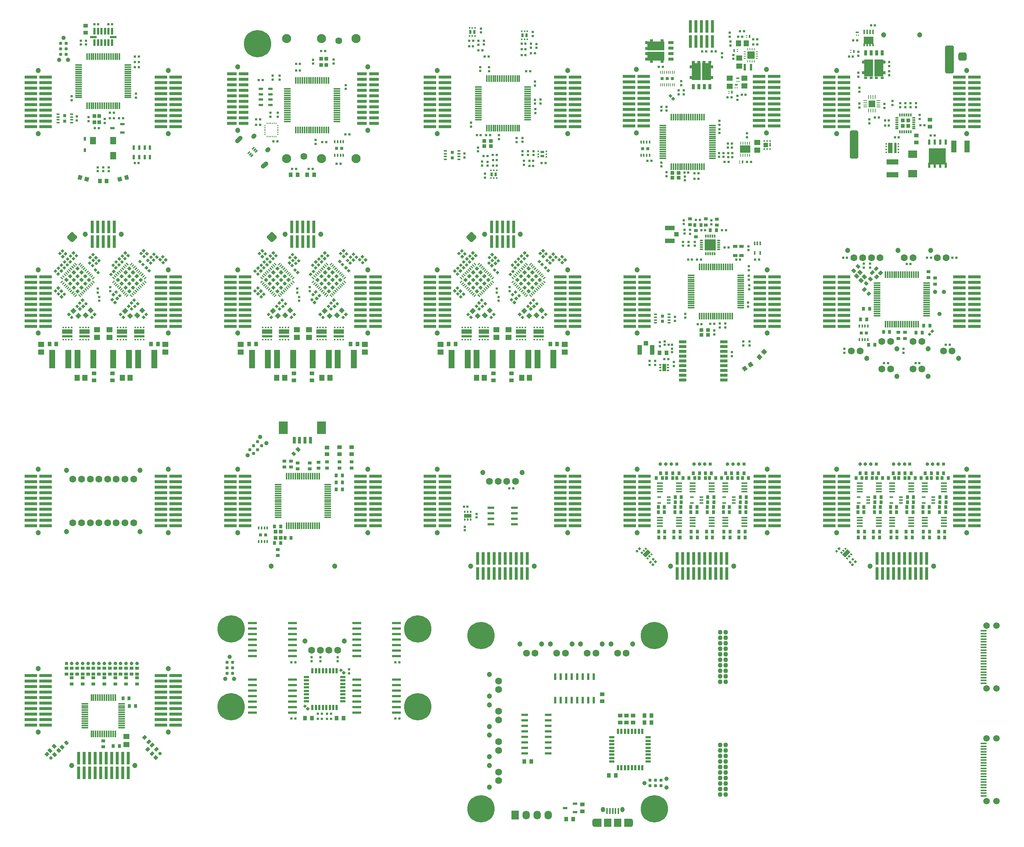
<source format=gts>
G04 #@! TF.FileFunction,Soldermask,Top*
%FSLAX46Y46*%
G04 Gerber Fmt 4.6, Leading zero omitted, Abs format (unit mm)*
G04 Created by KiCad (PCBNEW 4.1.0-alpha+201605071002+6776~44~ubuntu14.04.1-product) date Mon 25 Jul 2016 09:44:22 BST*
%MOMM*%
%LPD*%
G01*
G04 APERTURE LIST*
%ADD10C,0.100000*%
%ADD11R,0.620000X0.620000*%
%ADD12R,1.000000X0.950000*%
%ADD13R,0.950000X1.000000*%
%ADD14R,0.650000X0.350000*%
%ADD15R,0.802000X0.802000*%
%ADD16R,0.550000X1.545000*%
%ADD17R,1.545000X0.550000*%
%ADD18R,0.600000X1.100000*%
%ADD19C,0.787000*%
%ADD20C,1.000000*%
%ADD21R,1.000000X0.600000*%
%ADD22R,2.920000X0.740000*%
%ADD23C,1.200000*%
%ADD24R,0.300000X1.500000*%
%ADD25R,1.500000X0.300000*%
%ADD26R,0.850000X0.950000*%
%ADD27R,1.400000X1.700000*%
%ADD28R,0.500000X0.900000*%
%ADD29C,1.588000*%
%ADD30C,2.100000*%
%ADD31R,2.220000X0.740000*%
%ADD32R,0.200000X0.400000*%
%ADD33R,0.400000X0.200000*%
%ADD34R,0.350000X0.650000*%
%ADD35R,1.100000X0.600000*%
%ADD36C,1.000000*%
%ADD37C,6.300000*%
%ADD38C,0.600000*%
%ADD39R,0.325000X0.300000*%
%ADD40R,0.952000X0.615000*%
%ADD41R,0.950000X0.850000*%
%ADD42R,0.300000X0.325000*%
%ADD43R,0.615000X0.952000*%
%ADD44R,1.150000X1.450000*%
%ADD45R,1.450000X1.150000*%
%ADD46R,0.250000X0.600000*%
%ADD47R,0.600000X0.250000*%
%ADD48R,1.702000X1.702000*%
%ADD49R,0.250000X0.700000*%
%ADD50R,2.382000X1.652000*%
%ADD51R,0.500000X1.600000*%
%ADD52R,0.400000X0.250000*%
%ADD53R,0.400000X0.700000*%
%ADD54R,0.250000X0.400000*%
%ADD55R,0.700000X0.400000*%
%ADD56R,0.740000X2.920000*%
%ADD57R,0.475000X0.800000*%
%ADD58R,0.650000X0.550000*%
%ADD59R,0.750000X0.550000*%
%ADD60R,2.025000X3.900000*%
%ADD61R,0.650000X1.250000*%
%ADD62R,0.800000X0.475000*%
%ADD63R,0.550000X0.650000*%
%ADD64R,0.550000X0.750000*%
%ADD65R,3.900000X2.025000*%
%ADD66R,1.250000X0.650000*%
%ADD67R,0.400000X0.850000*%
%ADD68R,0.400000X0.455000*%
%ADD69R,1.050000X1.100000*%
%ADD70R,1.150000X2.700000*%
%ADD71R,2.700000X1.150000*%
%ADD72R,0.800000X0.300000*%
%ADD73R,0.300000X0.800000*%
%ADD74R,0.902000X0.902000*%
%ADD75R,2.000000X1.800000*%
%ADD76R,0.405000X0.760000*%
%ADD77R,2.235000X1.725000*%
%ADD78R,0.405000X0.990000*%
%ADD79R,0.610000X1.270000*%
%ADD80R,3.910000X3.810000*%
%ADD81R,0.450000X0.450000*%
%ADD82R,1.036000X2.450000*%
%ADD83R,0.562000X2.450000*%
%ADD84R,0.240000X0.900000*%
%ADD85R,0.900000X0.240000*%
%ADD86R,1.502000X1.502000*%
%ADD87C,1.500000*%
%ADD88R,1.400000X0.380000*%
%ADD89C,1.100000*%
%ADD90R,2.450000X1.036000*%
%ADD91R,2.450000X0.562000*%
%ADD92R,1.400000X4.200000*%
%ADD93R,1.000000X1.050000*%
%ADD94R,1.050000X2.200000*%
%ADD95R,1.800000X0.700000*%
%ADD96R,1.800000X0.800000*%
%ADD97R,0.300000X0.750000*%
%ADD98R,0.750000X0.300000*%
%ADD99R,2.602000X2.602000*%
%ADD100R,0.900000X0.750000*%
%ADD101R,0.750000X0.900000*%
%ADD102R,0.470000X0.400000*%
%ADD103R,0.952000X1.702000*%
%ADD104R,0.520000X0.520000*%
%ADD105R,1.050000X1.000000*%
%ADD106R,2.200000X1.050000*%
%ADD107R,0.400000X0.950000*%
%ADD108R,1.000000X0.800000*%
%ADD109C,1.600000*%
%ADD110R,0.800000X1.600000*%
%ADD111R,2.100000X3.000000*%
%ADD112R,1.550000X0.600000*%
%ADD113R,0.400000X0.470000*%
%ADD114R,1.702000X0.952000*%
%ADD115R,0.800000X0.800000*%
%ADD116O,0.800000X0.800000*%
%ADD117R,1.450000X0.450000*%
%ADD118R,0.950000X0.400000*%
%ADD119C,0.800000*%
%ADD120R,2.000000X0.600000*%
%ADD121R,0.500000X1.200000*%
%ADD122R,1.200000X0.500000*%
%ADD123R,1.727200X2.032000*%
%ADD124O,1.727200X2.032000*%
%ADD125R,0.600000X1.550000*%
%ADD126R,0.400000X1.350000*%
%ADD127O,1.000000X1.250000*%
%ADD128R,1.800000X1.900000*%
%ADD129R,1.575000X1.900000*%
%ADD130O,1.000000X1.900000*%
G04 APERTURE END LIST*
D10*
D11*
X45900000Y-56350000D03*
X45900000Y-57250000D03*
D12*
X47900000Y-35400000D03*
X47900000Y-37000000D03*
D11*
X49950000Y-35050000D03*
X50850000Y-35050000D03*
X54050000Y-35050000D03*
X53150000Y-35050000D03*
X59250000Y-67100000D03*
X60150000Y-67100000D03*
D10*
G36*
X46039035Y-70752969D02*
X46297854Y-69787043D01*
X47215483Y-70032921D01*
X46956664Y-70998847D01*
X46039035Y-70752969D01*
X46039035Y-70752969D01*
G37*
G36*
X47584517Y-71167079D02*
X47843336Y-70201153D01*
X48760965Y-70447031D01*
X48502146Y-71412957D01*
X47584517Y-71167079D01*
X47584517Y-71167079D01*
G37*
D13*
X51200000Y-71200000D03*
X52800000Y-71200000D03*
D10*
G36*
X57702146Y-69787043D02*
X57960965Y-70752969D01*
X57043336Y-70998847D01*
X56784517Y-70032921D01*
X57702146Y-69787043D01*
X57702146Y-69787043D01*
G37*
G36*
X56156664Y-70201153D02*
X56415483Y-71167079D01*
X55497854Y-71412957D01*
X55239035Y-70447031D01*
X56156664Y-70201153D01*
X56156664Y-70201153D01*
G37*
D14*
X44700000Y-57750000D03*
X44700000Y-57100000D03*
X44700000Y-56450000D03*
X44700000Y-55800000D03*
X41600000Y-55800000D03*
X41600000Y-56450000D03*
X41600000Y-57100000D03*
X41600000Y-57750000D03*
D15*
X43150000Y-57375000D03*
X43150000Y-56175000D03*
D16*
X54000000Y-36700000D03*
X53200000Y-36700000D03*
X52400000Y-36700000D03*
X51600000Y-36700000D03*
X50800000Y-36700000D03*
X50000000Y-36700000D03*
X50000000Y-39295000D03*
X50800000Y-39295000D03*
X51600000Y-39295000D03*
X52400000Y-39295000D03*
X53200000Y-39295000D03*
X54000000Y-39295000D03*
D17*
X54297500Y-38000000D03*
X49702500Y-38000000D03*
D18*
X59025000Y-65700000D03*
X60275000Y-65700000D03*
X61525000Y-65700000D03*
X62775000Y-65700000D03*
X62775000Y-63500000D03*
X61525000Y-63500000D03*
X60275000Y-63500000D03*
X59025000Y-63500000D03*
D19*
X42210000Y-39480000D03*
X43480000Y-39480000D03*
X42210000Y-40750000D03*
X43480000Y-40750000D03*
X42210000Y-42020000D03*
X43480000Y-42020000D03*
D20*
X42845000Y-38210000D03*
X41829000Y-43290000D03*
X43861000Y-43290000D03*
D21*
X56400000Y-60000000D03*
X56400000Y-58100000D03*
X54100000Y-59050000D03*
D11*
X55650000Y-56700000D03*
X56550000Y-56700000D03*
X50750000Y-68050000D03*
X50750000Y-68950000D03*
X52000000Y-68050000D03*
X52000000Y-68950000D03*
X53250000Y-68050000D03*
X53250000Y-68950000D03*
D22*
X65285000Y-47285000D03*
X68715000Y-47285000D03*
X65285000Y-48555000D03*
X68715000Y-48555000D03*
X65285000Y-49825000D03*
X68715000Y-49825000D03*
X65285000Y-51095000D03*
X68715000Y-51095000D03*
X65285000Y-52365000D03*
X68715000Y-52365000D03*
X65285000Y-53635000D03*
X68715000Y-53635000D03*
X65285000Y-54905000D03*
X68715000Y-54905000D03*
X65285000Y-56175000D03*
X68715000Y-56175000D03*
X65285000Y-57445000D03*
X68715000Y-57445000D03*
X65285000Y-58715000D03*
X68715000Y-58715000D03*
D23*
X67000000Y-60305000D03*
X67000000Y-45695000D03*
D11*
X48650000Y-57400000D03*
X48650000Y-56500000D03*
X60200000Y-43750000D03*
X59300000Y-43750000D03*
X44700000Y-51650000D03*
X44700000Y-52550000D03*
X53550000Y-56700000D03*
X54450000Y-56700000D03*
X50950000Y-59000000D03*
X50050000Y-59000000D03*
X59550000Y-52000000D03*
X59550000Y-51100000D03*
X46850000Y-38850000D03*
X46850000Y-39750000D03*
X53550000Y-55500000D03*
X54450000Y-55500000D03*
D24*
X48250000Y-53900000D03*
X48750000Y-53900000D03*
X49250000Y-53900000D03*
X49750000Y-53900000D03*
X50250000Y-53900000D03*
X50750000Y-53900000D03*
X51250000Y-53900000D03*
X51750000Y-53900000D03*
X52250000Y-53900000D03*
X52750000Y-53900000D03*
X53250000Y-53900000D03*
X53750000Y-53900000D03*
X54250000Y-53900000D03*
X54750000Y-53900000D03*
X55250000Y-53900000D03*
X55750000Y-53900000D03*
D25*
X57700000Y-51950000D03*
X57700000Y-51450000D03*
X57700000Y-50950000D03*
X57700000Y-50450000D03*
X57700000Y-49950000D03*
X57700000Y-49450000D03*
X57700000Y-48950000D03*
X57700000Y-48450000D03*
X57700000Y-47950000D03*
X57700000Y-47450000D03*
X57700000Y-46950000D03*
X57700000Y-46450000D03*
X57700000Y-45950000D03*
X57700000Y-45450000D03*
X57700000Y-44950000D03*
X57700000Y-44450000D03*
D24*
X55750000Y-42500000D03*
X55250000Y-42500000D03*
X54750000Y-42500000D03*
X54250000Y-42500000D03*
X53750000Y-42500000D03*
X53250000Y-42500000D03*
X52750000Y-42500000D03*
X52250000Y-42500000D03*
X51750000Y-42500000D03*
X51250000Y-42500000D03*
X50750000Y-42500000D03*
X50250000Y-42500000D03*
X49750000Y-42500000D03*
X49250000Y-42500000D03*
X48750000Y-42500000D03*
X48250000Y-42500000D03*
D25*
X46300000Y-44450000D03*
X46300000Y-44950000D03*
X46300000Y-45450000D03*
X46300000Y-45950000D03*
X46300000Y-46450000D03*
X46300000Y-46950000D03*
X46300000Y-47450000D03*
X46300000Y-47950000D03*
X46300000Y-48450000D03*
X46300000Y-48950000D03*
X46300000Y-49450000D03*
X46300000Y-49950000D03*
X46300000Y-50450000D03*
X46300000Y-50950000D03*
X46300000Y-51450000D03*
X46300000Y-51950000D03*
D22*
X35285000Y-47285000D03*
X38715000Y-47285000D03*
X35285000Y-48555000D03*
X38715000Y-48555000D03*
X35285000Y-49825000D03*
X38715000Y-49825000D03*
X35285000Y-51095000D03*
X38715000Y-51095000D03*
X35285000Y-52365000D03*
X38715000Y-52365000D03*
X35285000Y-53635000D03*
X38715000Y-53635000D03*
X35285000Y-54905000D03*
X38715000Y-54905000D03*
X35285000Y-56175000D03*
X38715000Y-56175000D03*
X35285000Y-57445000D03*
X38715000Y-57445000D03*
X35285000Y-58715000D03*
X38715000Y-58715000D03*
D26*
X49925000Y-56225000D03*
X49925000Y-57675000D03*
X51075000Y-57675000D03*
X51075000Y-56225000D03*
D23*
X37000000Y-60305000D03*
X37000000Y-45695000D03*
D11*
X52350000Y-57800000D03*
X52350000Y-56900000D03*
D27*
X54250000Y-61900000D03*
X49650000Y-61900000D03*
X54250000Y-65400000D03*
D11*
X60200000Y-42550000D03*
X59300000Y-42550000D03*
X48050000Y-39750000D03*
X48050000Y-38850000D03*
X59300000Y-44950000D03*
X60200000Y-44950000D03*
D28*
X47750000Y-64100000D03*
X47750000Y-61500000D03*
D29*
X98250000Y-65550000D03*
X106250000Y-38850000D03*
D30*
X102250000Y-66050000D03*
X110250000Y-66050000D03*
X94250000Y-66050000D03*
X94250000Y-38350000D03*
X102250000Y-38350000D03*
X110250000Y-38350000D03*
D24*
X103869953Y-48008473D03*
X103369953Y-48008473D03*
X102869953Y-48008473D03*
X102369953Y-48008473D03*
X101869953Y-48008473D03*
X101369953Y-48008473D03*
X100869953Y-48008473D03*
X100369953Y-48008473D03*
X99869953Y-48008473D03*
X99369953Y-48008473D03*
X98869953Y-48008473D03*
X98369953Y-48008473D03*
X97869953Y-48008473D03*
X97369953Y-48008473D03*
X96869953Y-48008473D03*
X96369953Y-48008473D03*
D25*
X94419953Y-49958473D03*
X94419953Y-50458473D03*
X94419953Y-50958473D03*
X94419953Y-51458473D03*
X94419953Y-51958473D03*
X94419953Y-52458473D03*
X94419953Y-52958473D03*
X94419953Y-53458473D03*
X94419953Y-53958473D03*
X94419953Y-54458473D03*
X94419953Y-54958473D03*
X94419953Y-55458473D03*
X94419953Y-55958473D03*
X94419953Y-56458473D03*
X94419953Y-56958473D03*
X94419953Y-57458473D03*
D24*
X96369953Y-59408473D03*
X96869953Y-59408473D03*
X97369953Y-59408473D03*
X97869953Y-59408473D03*
X98369953Y-59408473D03*
X98869953Y-59408473D03*
X99369953Y-59408473D03*
X99869953Y-59408473D03*
X100369953Y-59408473D03*
X100869953Y-59408473D03*
X101369953Y-59408473D03*
X101869953Y-59408473D03*
X102369953Y-59408473D03*
X102869953Y-59408473D03*
X103369953Y-59408473D03*
X103869953Y-59408473D03*
D25*
X105819953Y-57458473D03*
X105819953Y-56958473D03*
X105819953Y-56458473D03*
X105819953Y-55958473D03*
X105819953Y-55458473D03*
X105819953Y-54958473D03*
X105819953Y-54458473D03*
X105819953Y-53958473D03*
X105819953Y-53458473D03*
X105819953Y-52958473D03*
X105819953Y-52458473D03*
X105819953Y-51958473D03*
X105819953Y-51458473D03*
X105819953Y-50958473D03*
X105819953Y-50458473D03*
X105819953Y-49958473D03*
D31*
X84365000Y-46485000D03*
X81635000Y-46485000D03*
X84365000Y-47755000D03*
X81635000Y-47755000D03*
X84365000Y-49025000D03*
X81635000Y-49025000D03*
X84365000Y-50295000D03*
X81635000Y-50295000D03*
X84365000Y-51565000D03*
X81635000Y-51565000D03*
X84365000Y-52835000D03*
X81635000Y-52835000D03*
X84365000Y-54105000D03*
X81635000Y-54105000D03*
X84365000Y-55375000D03*
X81635000Y-55375000D03*
X84365000Y-56645000D03*
X81635000Y-56645000D03*
X84365000Y-57915000D03*
X81635000Y-57915000D03*
D23*
X83000000Y-59505000D03*
X83000000Y-44895000D03*
D11*
X95550000Y-68400000D03*
X96450000Y-68400000D03*
D32*
X91750000Y-57950000D03*
X91350000Y-57950000D03*
X90950000Y-57950000D03*
X90550000Y-57950000D03*
X90150000Y-57950000D03*
X89750000Y-57950000D03*
D33*
X89250000Y-58450000D03*
X89250000Y-58850000D03*
X89250000Y-59250000D03*
X89250000Y-59650000D03*
X89250000Y-60050000D03*
X89250000Y-60450000D03*
D32*
X89750000Y-60950000D03*
X90150000Y-60950000D03*
X90550000Y-60950000D03*
X90950000Y-60950000D03*
X91350000Y-60950000D03*
X91750000Y-60950000D03*
D33*
X92250000Y-60450000D03*
X92250000Y-60050000D03*
X92250000Y-59650000D03*
X92250000Y-59250000D03*
X92250000Y-58850000D03*
X92250000Y-58450000D03*
D11*
X92100000Y-62050000D03*
X91200000Y-62050000D03*
D31*
X114365000Y-46485000D03*
X111635000Y-46485000D03*
X114365000Y-47755000D03*
X111635000Y-47755000D03*
X114365000Y-49025000D03*
X111635000Y-49025000D03*
X114365000Y-50295000D03*
X111635000Y-50295000D03*
X114365000Y-51565000D03*
X111635000Y-51565000D03*
X114365000Y-52835000D03*
X111635000Y-52835000D03*
X114365000Y-54105000D03*
X111635000Y-54105000D03*
X114365000Y-55375000D03*
X111635000Y-55375000D03*
X114365000Y-56645000D03*
X111635000Y-56645000D03*
X114365000Y-57915000D03*
X111635000Y-57915000D03*
D23*
X113000000Y-59505000D03*
X113000000Y-44895000D03*
D34*
X107325000Y-62150000D03*
X106675000Y-62150000D03*
X106025000Y-62150000D03*
X105375000Y-62150000D03*
X105375000Y-65250000D03*
X106025000Y-65250000D03*
X106675000Y-65250000D03*
X107325000Y-65250000D03*
D15*
X106950000Y-63700000D03*
X105750000Y-63700000D03*
D11*
X97319953Y-45708473D03*
X96419953Y-45708473D03*
X97319953Y-44208473D03*
X96419953Y-44208473D03*
X91000000Y-46950000D03*
X91000000Y-47850000D03*
X92600000Y-46950000D03*
X92600000Y-47850000D03*
X88150000Y-58225000D03*
X87250000Y-58225000D03*
X87250000Y-57000000D03*
X88150000Y-57000000D03*
X105119953Y-43208473D03*
X105119953Y-44108473D03*
X102219953Y-41208473D03*
X103119953Y-41208473D03*
X90500000Y-55500000D03*
X90500000Y-56400000D03*
X107850000Y-50000000D03*
X107850000Y-49100000D03*
X102500000Y-62225000D03*
X103400000Y-62225000D03*
X100950000Y-61725000D03*
X100950000Y-62625000D03*
X92250000Y-56400000D03*
X92250000Y-55500000D03*
X107800000Y-60450000D03*
X108700000Y-60450000D03*
X88750000Y-47950000D03*
X87850000Y-47950000D03*
D13*
X95200000Y-69800000D03*
X96800000Y-69800000D03*
X100600000Y-69800000D03*
X99000000Y-69800000D03*
D35*
X88300000Y-49950000D03*
X88300000Y-51200000D03*
X88300000Y-52450000D03*
X88300000Y-53700000D03*
X90500000Y-53700000D03*
X90500000Y-52450000D03*
X90500000Y-51200000D03*
X90500000Y-49950000D03*
D11*
X100369953Y-43258473D03*
X100369953Y-44158473D03*
X100250000Y-68400000D03*
X99350000Y-68400000D03*
D26*
X103369953Y-44458473D03*
X103369953Y-43008473D03*
X102219953Y-43008473D03*
X102219953Y-44458473D03*
D36*
X86654944Y-60989079D02*
X86831720Y-60812303D01*
X89801569Y-64135704D02*
X89978345Y-63958928D01*
X82924955Y-61961351D02*
X83561351Y-61324955D01*
X88829297Y-67865693D02*
X89465693Y-67229297D01*
D37*
X87580000Y-39580000D03*
D38*
X87580000Y-37080000D03*
X90080000Y-39580000D03*
X87580000Y-42080000D03*
X85080000Y-39580000D03*
X85780000Y-37780000D03*
X89380000Y-37780000D03*
X85780000Y-41380000D03*
X89380000Y-41380000D03*
D11*
X106700000Y-67200000D03*
X105800000Y-67200000D03*
D10*
G36*
X87417627Y-63977348D02*
X87629759Y-64189480D01*
X87127713Y-64691526D01*
X86915581Y-64479394D01*
X87417627Y-63977348D01*
X87417627Y-63977348D01*
G37*
G36*
X87064074Y-63623794D02*
X87276206Y-63835926D01*
X86774160Y-64337972D01*
X86562028Y-64125840D01*
X87064074Y-63623794D01*
X87064074Y-63623794D01*
G37*
G36*
X86710520Y-63270241D02*
X86922652Y-63482373D01*
X86420606Y-63984419D01*
X86208474Y-63772287D01*
X86710520Y-63270241D01*
X86710520Y-63270241D01*
G37*
G36*
X85692287Y-64288474D02*
X85904419Y-64500606D01*
X85402373Y-65002652D01*
X85190241Y-64790520D01*
X85692287Y-64288474D01*
X85692287Y-64288474D01*
G37*
G36*
X86045840Y-64642028D02*
X86257972Y-64854160D01*
X85755926Y-65356206D01*
X85543794Y-65144074D01*
X86045840Y-64642028D01*
X86045840Y-64642028D01*
G37*
G36*
X86399394Y-64995581D02*
X86611526Y-65207713D01*
X86109480Y-65709759D01*
X85897348Y-65497627D01*
X86399394Y-64995581D01*
X86399394Y-64995581D01*
G37*
D22*
X127285000Y-47285000D03*
X130715000Y-47285000D03*
X127285000Y-48555000D03*
X130715000Y-48555000D03*
X127285000Y-49825000D03*
X130715000Y-49825000D03*
X127285000Y-51095000D03*
X130715000Y-51095000D03*
X127285000Y-52365000D03*
X130715000Y-52365000D03*
X127285000Y-53635000D03*
X130715000Y-53635000D03*
X127285000Y-54905000D03*
X130715000Y-54905000D03*
X127285000Y-56175000D03*
X130715000Y-56175000D03*
X127285000Y-57445000D03*
X130715000Y-57445000D03*
X127285000Y-58715000D03*
X130715000Y-58715000D03*
D24*
X140379340Y-58989360D03*
X140879340Y-58989360D03*
X141379340Y-58989360D03*
X141879340Y-58989360D03*
X142379340Y-58989360D03*
X142879340Y-58989360D03*
X143379340Y-58989360D03*
X143879340Y-58989360D03*
X144379340Y-58989360D03*
X144879340Y-58989360D03*
X145379340Y-58989360D03*
X145879340Y-58989360D03*
X146379340Y-58989360D03*
X146879340Y-58989360D03*
X147379340Y-58989360D03*
X147879340Y-58989360D03*
D25*
X149829340Y-57039360D03*
X149829340Y-56539360D03*
X149829340Y-56039360D03*
X149829340Y-55539360D03*
X149829340Y-55039360D03*
X149829340Y-54539360D03*
X149829340Y-54039360D03*
X149829340Y-53539360D03*
X149829340Y-53039360D03*
X149829340Y-52539360D03*
X149829340Y-52039360D03*
X149829340Y-51539360D03*
X149829340Y-51039360D03*
X149829340Y-50539360D03*
X149829340Y-50039360D03*
X149829340Y-49539360D03*
D24*
X147879340Y-47589360D03*
X147379340Y-47589360D03*
X146879340Y-47589360D03*
X146379340Y-47589360D03*
X145879340Y-47589360D03*
X145379340Y-47589360D03*
X144879340Y-47589360D03*
X144379340Y-47589360D03*
X143879340Y-47589360D03*
X143379340Y-47589360D03*
X142879340Y-47589360D03*
X142379340Y-47589360D03*
X141879340Y-47589360D03*
X141379340Y-47589360D03*
X140879340Y-47589360D03*
X140379340Y-47589360D03*
D25*
X138429340Y-49539360D03*
X138429340Y-50039360D03*
X138429340Y-50539360D03*
X138429340Y-51039360D03*
X138429340Y-51539360D03*
X138429340Y-52039360D03*
X138429340Y-52539360D03*
X138429340Y-53039360D03*
X138429340Y-53539360D03*
X138429340Y-54039360D03*
X138429340Y-54539360D03*
X138429340Y-55039360D03*
X138429340Y-55539360D03*
X138429340Y-56039360D03*
X138429340Y-56539360D03*
X138429340Y-57039360D03*
D22*
X157285000Y-47285000D03*
X160715000Y-47285000D03*
X157285000Y-48555000D03*
X160715000Y-48555000D03*
X157285000Y-49825000D03*
X160715000Y-49825000D03*
X157285000Y-51095000D03*
X160715000Y-51095000D03*
X157285000Y-52365000D03*
X160715000Y-52365000D03*
X157285000Y-53635000D03*
X160715000Y-53635000D03*
X157285000Y-54905000D03*
X160715000Y-54905000D03*
X157285000Y-56175000D03*
X160715000Y-56175000D03*
X157285000Y-57445000D03*
X160715000Y-57445000D03*
X157285000Y-58715000D03*
X160715000Y-58715000D03*
D23*
X159000000Y-60305000D03*
X159000000Y-45695000D03*
D11*
X149442600Y-45900500D03*
X150342600Y-45900500D03*
X138388940Y-64399740D03*
X138388940Y-63499740D03*
X140817600Y-42494360D03*
X139917600Y-42494360D03*
X148923485Y-67488837D03*
X148923485Y-66588837D03*
D39*
X152268885Y-64369537D03*
X152268885Y-65019537D03*
X152268885Y-65669537D03*
X154093885Y-65669537D03*
X154093885Y-65019537D03*
X154093885Y-64369537D03*
D40*
X153181385Y-65486037D03*
X153181385Y-64553037D03*
D11*
X147243380Y-62215340D03*
X147243380Y-61315340D03*
X136778580Y-58661880D03*
X136778580Y-57761880D03*
X151528360Y-54632600D03*
X151528360Y-55532600D03*
X138068480Y-60657900D03*
X138968480Y-60657900D03*
X139003620Y-36944460D03*
X139003620Y-36044460D03*
X138475300Y-38900260D03*
X138475300Y-39800260D03*
X148598365Y-65233317D03*
X148598365Y-64333317D03*
X137226040Y-38887560D03*
X136326040Y-38887560D03*
D14*
X133954700Y-66225780D03*
X133954700Y-65575780D03*
X133954700Y-64925780D03*
X133954700Y-64275780D03*
X130854700Y-64275780D03*
X130854700Y-64925780D03*
X130854700Y-65575780D03*
X130854700Y-66225780D03*
D15*
X132404700Y-65850780D03*
X132404700Y-64650780D03*
D11*
X151007660Y-37750480D03*
X151007660Y-36850480D03*
X140242720Y-60632500D03*
X141142720Y-60632500D03*
X138899480Y-44937420D03*
X138899480Y-45837420D03*
X148584500Y-62197560D03*
X148584500Y-61297560D03*
X140890840Y-45888220D03*
X140890840Y-44988220D03*
X151482640Y-49167360D03*
X151482640Y-48267360D03*
X135183460Y-64899280D03*
X135183460Y-65799280D03*
D23*
X129000000Y-60305000D03*
X129000000Y-45695000D03*
D11*
X143179380Y-61534620D03*
X143179380Y-60634620D03*
D41*
X141288180Y-62023460D03*
X139838180Y-62023460D03*
X139838180Y-63173460D03*
X141288180Y-63173460D03*
D11*
X149295700Y-42151460D03*
X148395700Y-42151460D03*
X141778778Y-65163748D03*
X142678778Y-65163748D03*
X151470360Y-41742520D03*
X150570360Y-41742520D03*
X151800140Y-40503000D03*
X151800140Y-39603000D03*
X139735140Y-39736340D03*
X139735140Y-38836340D03*
X139272218Y-66758868D03*
X139272218Y-67658868D03*
X149311360Y-40848440D03*
X148411360Y-40848440D03*
X149298660Y-39583520D03*
X148398660Y-39583520D03*
X150195605Y-67783057D03*
X151095605Y-67783057D03*
X150560620Y-39590300D03*
X150560620Y-40490300D03*
X139985958Y-69511808D03*
X139985958Y-70411808D03*
X153002305Y-67056617D03*
X153902305Y-67056617D03*
X137193020Y-40142320D03*
X136293020Y-40142320D03*
X141794018Y-66421048D03*
X142694018Y-66421048D03*
X149863285Y-65233317D03*
X149863285Y-64333317D03*
X140529518Y-67681308D03*
X140529518Y-66781308D03*
X151095605Y-66558777D03*
X150195605Y-66558777D03*
X141794018Y-67663108D03*
X142694018Y-67663108D03*
X151143445Y-65233317D03*
X151143445Y-64333317D03*
X152767880Y-53320260D03*
X152767880Y-52420260D03*
X151497880Y-52478680D03*
X151497880Y-53378680D03*
X139364720Y-41033860D03*
X138464720Y-41033860D03*
X139647718Y-65445688D03*
X140547718Y-65445688D03*
D42*
X148442500Y-38518220D03*
X149092500Y-38518220D03*
X149742500Y-38518220D03*
X149742500Y-36693220D03*
X149092500Y-36693220D03*
X148442500Y-36693220D03*
D43*
X149559000Y-37605720D03*
X148626000Y-37605720D03*
D42*
X136377500Y-37768060D03*
X137027500Y-37768060D03*
X137677500Y-37768060D03*
X137677500Y-35943060D03*
X137027500Y-35943060D03*
X136377500Y-35943060D03*
D43*
X137494000Y-36855560D03*
X136561000Y-36855560D03*
D42*
X142635178Y-68755308D03*
X141985178Y-68755308D03*
X141335178Y-68755308D03*
X141335178Y-70580308D03*
X141985178Y-70580308D03*
X142635178Y-70580308D03*
D43*
X141518678Y-69667808D03*
X142451678Y-69667808D03*
D11*
X196550000Y-39980000D03*
X196550000Y-39080000D03*
X195925000Y-63475000D03*
X195925000Y-62575000D03*
X196840000Y-62575000D03*
X196840000Y-63475000D03*
X185990000Y-71060000D03*
X185990000Y-70160000D03*
X181800000Y-70120000D03*
X181800000Y-69220000D03*
X194880000Y-65640000D03*
X194880000Y-64740000D03*
X193950000Y-57340000D03*
X193950000Y-58240000D03*
X180590000Y-67850000D03*
X180590000Y-66950000D03*
X188250000Y-69480000D03*
X189150000Y-69480000D03*
X193940000Y-65640000D03*
X193940000Y-64740000D03*
X180570000Y-54090000D03*
X180570000Y-54990000D03*
X188250000Y-70680000D03*
X189150000Y-70680000D03*
X181780000Y-54990000D03*
X181780000Y-54090000D03*
X193950000Y-59260000D03*
X193950000Y-60160000D03*
D44*
X200150000Y-39480000D03*
X198350000Y-39480000D03*
D11*
X201800000Y-39700000D03*
X202700000Y-39700000D03*
D45*
X198530000Y-44690000D03*
X198530000Y-42890000D03*
D11*
X184600000Y-50300000D03*
X184600000Y-51200000D03*
X177380000Y-66540000D03*
X178280000Y-66540000D03*
D10*
G36*
X182243396Y-51581802D02*
X182681802Y-51143396D01*
X183120208Y-51581802D01*
X182681802Y-52020208D01*
X182243396Y-51581802D01*
X182243396Y-51581802D01*
G37*
G36*
X182879792Y-52218198D02*
X183318198Y-51779792D01*
X183756604Y-52218198D01*
X183318198Y-52656604D01*
X182879792Y-52218198D01*
X182879792Y-52218198D01*
G37*
D11*
X180940000Y-44850000D03*
X180040000Y-44850000D03*
D24*
X182886000Y-67882000D03*
X183386000Y-67882000D03*
X183886000Y-67882000D03*
X184386000Y-67882000D03*
X184886000Y-67882000D03*
X185386000Y-67882000D03*
X185886000Y-67882000D03*
X186386000Y-67882000D03*
X186886000Y-67882000D03*
X187386000Y-67882000D03*
X187886000Y-67882000D03*
X188386000Y-67882000D03*
X188886000Y-67882000D03*
X189386000Y-67882000D03*
X189886000Y-67882000D03*
X190386000Y-67882000D03*
D25*
X192336000Y-65932000D03*
X192336000Y-65432000D03*
X192336000Y-64932000D03*
X192336000Y-64432000D03*
X192336000Y-63932000D03*
X192336000Y-63432000D03*
X192336000Y-62932000D03*
X192336000Y-62432000D03*
X192336000Y-61932000D03*
X192336000Y-61432000D03*
X192336000Y-60932000D03*
X192336000Y-60432000D03*
X192336000Y-59932000D03*
X192336000Y-59432000D03*
X192336000Y-58932000D03*
X192336000Y-58432000D03*
D24*
X190386000Y-56482000D03*
X189886000Y-56482000D03*
X189386000Y-56482000D03*
X188886000Y-56482000D03*
X188386000Y-56482000D03*
X187886000Y-56482000D03*
X187386000Y-56482000D03*
X186886000Y-56482000D03*
X186386000Y-56482000D03*
X185886000Y-56482000D03*
X185386000Y-56482000D03*
X184886000Y-56482000D03*
X184386000Y-56482000D03*
X183886000Y-56482000D03*
X183386000Y-56482000D03*
X182886000Y-56482000D03*
D25*
X180936000Y-58432000D03*
X180936000Y-58932000D03*
X180936000Y-59432000D03*
X180936000Y-59932000D03*
X180936000Y-60432000D03*
X180936000Y-60932000D03*
X180936000Y-61432000D03*
X180936000Y-61932000D03*
X180936000Y-62432000D03*
X180936000Y-62932000D03*
X180936000Y-63432000D03*
X180936000Y-63932000D03*
X180936000Y-64432000D03*
X180936000Y-64932000D03*
X180936000Y-65432000D03*
X180936000Y-65932000D03*
D46*
X200490000Y-43590000D03*
X200990000Y-43590000D03*
X201490000Y-43590000D03*
X201990000Y-43590000D03*
D47*
X202640000Y-42940000D03*
X202640000Y-42440000D03*
X202640000Y-41940000D03*
X202640000Y-41440000D03*
D46*
X201990000Y-40790000D03*
X201490000Y-40790000D03*
X200990000Y-40790000D03*
X200490000Y-40790000D03*
D47*
X199840000Y-41440000D03*
X199840000Y-41940000D03*
X199840000Y-42440000D03*
X199840000Y-42940000D03*
D48*
X201240000Y-42190000D03*
D34*
X175915000Y-65320000D03*
X176565000Y-65320000D03*
X177215000Y-65320000D03*
X177865000Y-65320000D03*
X177865000Y-62220000D03*
X177215000Y-62220000D03*
X176565000Y-62220000D03*
X175915000Y-62220000D03*
D15*
X176290000Y-63770000D03*
X177490000Y-63770000D03*
D49*
X183555000Y-46160000D03*
X183105000Y-46160000D03*
X182655000Y-46160000D03*
X182205000Y-46160000D03*
X181755000Y-46160000D03*
X181305000Y-46160000D03*
X180855000Y-46160000D03*
X180405000Y-46160000D03*
X180405000Y-49060000D03*
X180855000Y-49060000D03*
X181305000Y-49060000D03*
X181755000Y-49060000D03*
X182205000Y-49060000D03*
X182655000Y-49060000D03*
X183105000Y-49060000D03*
X183555000Y-49060000D03*
D15*
X183180000Y-47610000D03*
X181980000Y-47610000D03*
X180780000Y-47610000D03*
D49*
X200900000Y-62465000D03*
X200400000Y-62465000D03*
X199900000Y-62465000D03*
X199400000Y-62465000D03*
X198900000Y-62465000D03*
X198900000Y-65315000D03*
X199400000Y-65315000D03*
X199900000Y-65315000D03*
X200400000Y-65315000D03*
X200900000Y-65315000D03*
D50*
X199900000Y-63890000D03*
D22*
X173135000Y-47085000D03*
X176565000Y-47085000D03*
X173135000Y-48355000D03*
X176565000Y-48355000D03*
X173135000Y-49625000D03*
X176565000Y-49625000D03*
X173135000Y-50895000D03*
X176565000Y-50895000D03*
X173135000Y-52165000D03*
X176565000Y-52165000D03*
X173135000Y-53435000D03*
X176565000Y-53435000D03*
X173135000Y-54705000D03*
X176565000Y-54705000D03*
X173135000Y-55975000D03*
X176565000Y-55975000D03*
X173135000Y-57245000D03*
X176565000Y-57245000D03*
X173135000Y-58515000D03*
X176565000Y-58515000D03*
D23*
X174850000Y-60105000D03*
X174850000Y-45495000D03*
D22*
X203135000Y-47085000D03*
X206565000Y-47085000D03*
X203135000Y-48355000D03*
X206565000Y-48355000D03*
X203135000Y-49625000D03*
X206565000Y-49625000D03*
X203135000Y-50895000D03*
X206565000Y-50895000D03*
X203135000Y-52165000D03*
X206565000Y-52165000D03*
X203135000Y-53435000D03*
X206565000Y-53435000D03*
X203135000Y-54705000D03*
X206565000Y-54705000D03*
X203135000Y-55975000D03*
X206565000Y-55975000D03*
X203135000Y-57245000D03*
X206565000Y-57245000D03*
X203135000Y-58515000D03*
X206565000Y-58515000D03*
D23*
X204850000Y-60105000D03*
X204850000Y-45495000D03*
D51*
X201300000Y-44950000D03*
X199800000Y-44950000D03*
D52*
X198100000Y-40915000D03*
X198100000Y-41365000D03*
D53*
X197400000Y-41140000D03*
D52*
X200220000Y-38115000D03*
X200220000Y-37665000D03*
D53*
X200920000Y-37890000D03*
D54*
X198065000Y-49730000D03*
X197615000Y-49730000D03*
D55*
X197840000Y-49030000D03*
D54*
X198475000Y-48230000D03*
X198025000Y-48230000D03*
D55*
X198250000Y-47530000D03*
D52*
X196200000Y-50975000D03*
X196200000Y-50525000D03*
D53*
X196900000Y-50750000D03*
D52*
X198630000Y-67065000D03*
X198630000Y-66615000D03*
D53*
X199330000Y-66840000D03*
D11*
X199220000Y-37900000D03*
X198320000Y-37900000D03*
X197180000Y-42140000D03*
X197180000Y-43040000D03*
X186800000Y-69240000D03*
X185900000Y-69240000D03*
X198730000Y-36690000D03*
X199630000Y-36690000D03*
X196370000Y-37000000D03*
X196370000Y-37900000D03*
X190020000Y-41370000D03*
X190920000Y-41370000D03*
X193140000Y-41370000D03*
X192240000Y-41370000D03*
X185800000Y-50300000D03*
X185800000Y-51200000D03*
X194580000Y-42660000D03*
X194580000Y-41760000D03*
X185200000Y-49100000D03*
X185200000Y-48200000D03*
X200030000Y-51310000D03*
X199130000Y-51310000D03*
D45*
X199760000Y-47490000D03*
X199760000Y-49290000D03*
X196370000Y-47530000D03*
X196370000Y-49330000D03*
X202730000Y-62330000D03*
X202730000Y-64130000D03*
D11*
X201250000Y-66830000D03*
X200350000Y-66830000D03*
D41*
X184575000Y-69315000D03*
X183125000Y-69315000D03*
X183125000Y-70465000D03*
X184575000Y-70465000D03*
D56*
X187310000Y-39015000D03*
X187310000Y-35585000D03*
X188580000Y-39015000D03*
X188580000Y-35585000D03*
X189850000Y-39015000D03*
X189850000Y-35585000D03*
X191120000Y-39015000D03*
X191120000Y-35585000D03*
X192390000Y-39015000D03*
X192390000Y-35585000D03*
D57*
X187387500Y-47350000D03*
X187387500Y-44900000D03*
X192312500Y-47350000D03*
D58*
X187950000Y-43770000D03*
D59*
X189275000Y-43765000D03*
D60*
X188637500Y-45990000D03*
D61*
X187945000Y-49465000D03*
X189215000Y-49465000D03*
X190485000Y-49465000D03*
X191755000Y-49465000D03*
D59*
X190425000Y-43765000D03*
D60*
X191062500Y-45990000D03*
D58*
X191750000Y-43770000D03*
D57*
X192312500Y-44900000D03*
D62*
X180735000Y-43697500D03*
X178285000Y-43697500D03*
X180735000Y-38772500D03*
D63*
X177155000Y-43135000D03*
D64*
X177150000Y-41810000D03*
D65*
X179375000Y-42447500D03*
D66*
X182850000Y-43140000D03*
X182850000Y-41870000D03*
X182850000Y-40600000D03*
X182850000Y-39330000D03*
D64*
X177150000Y-40660000D03*
D65*
X179375000Y-40022500D03*
D63*
X177155000Y-39335000D03*
D62*
X178285000Y-38772500D03*
D11*
X196925000Y-64750000D03*
X196025000Y-64750000D03*
X196025000Y-65675000D03*
X196925000Y-65675000D03*
X201800000Y-38500000D03*
X202700000Y-38500000D03*
X200350000Y-61150000D03*
X200350000Y-60250000D03*
D67*
X205640000Y-62854000D03*
D68*
X205640000Y-62027500D03*
X205640000Y-63872500D03*
X204990000Y-62027500D03*
X204340000Y-62027500D03*
X204340000Y-63872500D03*
D69*
X204665000Y-62950000D03*
D68*
X204990000Y-63872500D03*
D11*
X198150000Y-52500000D03*
X198150000Y-51600000D03*
X195850000Y-51900000D03*
X196750000Y-51900000D03*
X196100000Y-66800000D03*
X195200000Y-66800000D03*
D10*
G36*
X225549009Y-59552408D02*
X225597545Y-59559607D01*
X225645142Y-59571530D01*
X225691342Y-59588060D01*
X225735698Y-59609039D01*
X225777785Y-59634265D01*
X225817197Y-59663495D01*
X225853553Y-59696447D01*
X225886505Y-59732803D01*
X225915735Y-59772215D01*
X225940961Y-59814302D01*
X225961940Y-59858658D01*
X225978470Y-59904858D01*
X225990393Y-59952455D01*
X225997592Y-60000991D01*
X226000000Y-60050000D01*
X226000000Y-65550000D01*
X225997592Y-65599009D01*
X225990393Y-65647545D01*
X225978470Y-65695142D01*
X225961940Y-65741342D01*
X225940961Y-65785698D01*
X225915735Y-65827785D01*
X225886505Y-65867197D01*
X225853553Y-65903553D01*
X225817197Y-65936505D01*
X225777785Y-65965735D01*
X225735698Y-65990961D01*
X225691342Y-66011940D01*
X225645142Y-66028470D01*
X225597545Y-66040393D01*
X225549009Y-66047592D01*
X225500000Y-66050000D01*
X224500000Y-66050000D01*
X224450991Y-66047592D01*
X224402455Y-66040393D01*
X224354858Y-66028470D01*
X224308658Y-66011940D01*
X224264302Y-65990961D01*
X224222215Y-65965735D01*
X224182803Y-65936505D01*
X224146447Y-65903553D01*
X224113495Y-65867197D01*
X224084265Y-65827785D01*
X224059039Y-65785698D01*
X224038060Y-65741342D01*
X224021530Y-65695142D01*
X224009607Y-65647545D01*
X224002408Y-65599009D01*
X224000000Y-65550000D01*
X224000000Y-60050000D01*
X224002408Y-60000991D01*
X224009607Y-59952455D01*
X224021530Y-59904858D01*
X224038060Y-59858658D01*
X224059039Y-59814302D01*
X224084265Y-59772215D01*
X224113495Y-59732803D01*
X224146447Y-59696447D01*
X224182803Y-59663495D01*
X224222215Y-59634265D01*
X224264302Y-59609039D01*
X224308658Y-59588060D01*
X224354858Y-59571530D01*
X224402455Y-59559607D01*
X224450991Y-59552408D01*
X224500000Y-59550000D01*
X225500000Y-59550000D01*
X225549009Y-59552408D01*
X225549009Y-59552408D01*
G37*
G36*
X247549009Y-39952408D02*
X247597545Y-39959607D01*
X247645142Y-39971530D01*
X247691342Y-39988060D01*
X247735698Y-40009039D01*
X247777785Y-40034265D01*
X247817197Y-40063495D01*
X247853553Y-40096447D01*
X247886505Y-40132803D01*
X247915735Y-40172215D01*
X247940961Y-40214302D01*
X247961940Y-40258658D01*
X247978470Y-40304858D01*
X247990393Y-40352455D01*
X247997592Y-40400991D01*
X248000000Y-40450000D01*
X248000000Y-45950000D01*
X247997592Y-45999009D01*
X247990393Y-46047545D01*
X247978470Y-46095142D01*
X247961940Y-46141342D01*
X247940961Y-46185698D01*
X247915735Y-46227785D01*
X247886505Y-46267197D01*
X247853553Y-46303553D01*
X247817197Y-46336505D01*
X247777785Y-46365735D01*
X247735698Y-46390961D01*
X247691342Y-46411940D01*
X247645142Y-46428470D01*
X247597545Y-46440393D01*
X247549009Y-46447592D01*
X247500000Y-46450000D01*
X246500000Y-46450000D01*
X246450991Y-46447592D01*
X246402455Y-46440393D01*
X246354858Y-46428470D01*
X246308658Y-46411940D01*
X246264302Y-46390961D01*
X246222215Y-46365735D01*
X246182803Y-46336505D01*
X246146447Y-46303553D01*
X246113495Y-46267197D01*
X246084265Y-46227785D01*
X246059039Y-46185698D01*
X246038060Y-46141342D01*
X246021530Y-46095142D01*
X246009607Y-46047545D01*
X246002408Y-45999009D01*
X246000000Y-45950000D01*
X246000000Y-40450000D01*
X246002408Y-40400991D01*
X246009607Y-40352455D01*
X246021530Y-40304858D01*
X246038060Y-40258658D01*
X246059039Y-40214302D01*
X246084265Y-40172215D01*
X246113495Y-40132803D01*
X246146447Y-40096447D01*
X246182803Y-40063495D01*
X246222215Y-40034265D01*
X246264302Y-40009039D01*
X246308658Y-39988060D01*
X246354858Y-39971530D01*
X246402455Y-39959607D01*
X246450991Y-39952408D01*
X246500000Y-39950000D01*
X247500000Y-39950000D01*
X247549009Y-39952408D01*
X247549009Y-39952408D01*
G37*
D11*
X233110000Y-45920000D03*
X233110000Y-46820000D03*
X233030000Y-58450000D03*
X232130000Y-58450000D03*
X235625000Y-54195000D03*
X235625000Y-53295000D03*
X236835000Y-54195000D03*
X236835000Y-53295000D03*
X240110000Y-56010000D03*
X240110000Y-56910000D03*
X242680000Y-60720000D03*
X243580000Y-60720000D03*
X234425000Y-61155000D03*
X235325000Y-61155000D03*
D70*
X248010000Y-63290000D03*
X251010000Y-63290000D03*
D11*
X233030000Y-57250000D03*
X232130000Y-57250000D03*
D71*
X233840000Y-66790000D03*
X233840000Y-69790000D03*
D72*
X234890000Y-56645000D03*
X234890000Y-57145000D03*
X234890000Y-57645000D03*
X234890000Y-58145000D03*
X234890000Y-58645000D03*
X234890000Y-59145000D03*
D73*
X235595000Y-59850000D03*
X236095000Y-59850000D03*
X236595000Y-59850000D03*
X237095000Y-59850000D03*
X237595000Y-59850000D03*
X238095000Y-59850000D03*
D72*
X238800000Y-59145000D03*
X238800000Y-58645000D03*
X238800000Y-58145000D03*
X238800000Y-57645000D03*
X238800000Y-57145000D03*
X238800000Y-56645000D03*
D73*
X238095000Y-55940000D03*
X237595000Y-55940000D03*
X237095000Y-55940000D03*
X236595000Y-55940000D03*
X236095000Y-55940000D03*
X235595000Y-55940000D03*
D74*
X236195000Y-57245000D03*
X236195000Y-58545000D03*
X237495000Y-57245000D03*
X237495000Y-58545000D03*
D22*
X219285000Y-47285000D03*
X222715000Y-47285000D03*
X219285000Y-48555000D03*
X222715000Y-48555000D03*
X219285000Y-49825000D03*
X222715000Y-49825000D03*
X219285000Y-51095000D03*
X222715000Y-51095000D03*
X219285000Y-52365000D03*
X222715000Y-52365000D03*
X219285000Y-53635000D03*
X222715000Y-53635000D03*
X219285000Y-54905000D03*
X222715000Y-54905000D03*
X219285000Y-56175000D03*
X222715000Y-56175000D03*
X219285000Y-57445000D03*
X222715000Y-57445000D03*
X219285000Y-58715000D03*
X222715000Y-58715000D03*
D23*
X221000000Y-60305000D03*
X221000000Y-45695000D03*
D22*
X249285000Y-47285000D03*
X252715000Y-47285000D03*
X249285000Y-48555000D03*
X252715000Y-48555000D03*
X249285000Y-49825000D03*
X252715000Y-49825000D03*
X249285000Y-51095000D03*
X252715000Y-51095000D03*
X249285000Y-52365000D03*
X252715000Y-52365000D03*
X249285000Y-53635000D03*
X252715000Y-53635000D03*
X249285000Y-54905000D03*
X252715000Y-54905000D03*
X249285000Y-56175000D03*
X252715000Y-56175000D03*
X249285000Y-57445000D03*
X252715000Y-57445000D03*
X249285000Y-58715000D03*
X252715000Y-58715000D03*
D23*
X251000000Y-60305000D03*
X251000000Y-45695000D03*
D75*
X238500000Y-69500000D03*
X238500000Y-65000000D03*
D54*
X225975000Y-37630000D03*
X225525000Y-37630000D03*
D55*
X225750000Y-36930000D03*
D76*
X227360000Y-39820000D03*
X228020000Y-39820000D03*
X228680000Y-39820000D03*
D77*
X228350000Y-38830000D03*
D76*
X229340000Y-39820000D03*
D78*
X227360000Y-36835000D03*
X228020000Y-36835000D03*
X228680000Y-36835000D03*
X229340000Y-36835000D03*
D52*
X224250000Y-41545000D03*
X224250000Y-41095000D03*
D53*
X224950000Y-41320000D03*
D79*
X246130000Y-62205000D03*
X244860000Y-62205000D03*
X243590000Y-62205000D03*
X242320000Y-62205000D03*
X242320000Y-67545000D03*
X243590000Y-67545000D03*
X244860000Y-67545000D03*
X246130000Y-67545000D03*
D80*
X244225000Y-65565000D03*
D11*
X233880000Y-53680000D03*
X233880000Y-52780000D03*
X228520000Y-57890000D03*
X228520000Y-56990000D03*
X231975000Y-54345000D03*
X231975000Y-53445000D03*
X238045000Y-53295000D03*
X238045000Y-54195000D03*
X230700000Y-56550000D03*
X229800000Y-56550000D03*
X224820000Y-38820000D03*
X225720000Y-38820000D03*
X239255000Y-54195000D03*
X239255000Y-53295000D03*
X226255000Y-53365000D03*
X226255000Y-54265000D03*
X229840000Y-35280000D03*
X228940000Y-35280000D03*
X223850000Y-42500000D03*
X224750000Y-42500000D03*
X225980000Y-41420000D03*
X225980000Y-42320000D03*
X233110000Y-43810000D03*
X233110000Y-44710000D03*
D12*
X239330000Y-60740000D03*
X239330000Y-62340000D03*
D11*
X240295000Y-58335000D03*
X241195000Y-58335000D03*
X225980000Y-47160000D03*
X225980000Y-46260000D03*
D12*
X242530000Y-57090000D03*
X242530000Y-58690000D03*
D57*
X232012500Y-43810000D03*
X232012500Y-46260000D03*
X227087500Y-43810000D03*
D58*
X231450000Y-47390000D03*
D59*
X230125000Y-47395000D03*
D60*
X230762500Y-45170000D03*
D61*
X231455000Y-41695000D03*
X230185000Y-41695000D03*
X228915000Y-41695000D03*
X227645000Y-41695000D03*
D59*
X228975000Y-47395000D03*
D60*
X228337500Y-45170000D03*
D58*
X227650000Y-47390000D03*
D57*
X227087500Y-46260000D03*
D81*
X235216000Y-62645000D03*
X235216000Y-63295000D03*
X235216000Y-64595000D03*
X235216000Y-63945000D03*
X232444000Y-64595000D03*
X232444000Y-63945000D03*
X232444000Y-63295000D03*
X232444000Y-62645000D03*
D82*
X233396000Y-63620000D03*
D83*
X234501000Y-63620000D03*
D84*
X228365000Y-54955000D03*
X228865000Y-54955000D03*
X229365000Y-54955000D03*
X229865000Y-54955000D03*
D85*
X230665000Y-54155000D03*
X230665000Y-53655000D03*
X230665000Y-53155000D03*
X230665000Y-52655000D03*
D84*
X229865000Y-51855000D03*
X229365000Y-51855000D03*
X228865000Y-51855000D03*
X228365000Y-51855000D03*
D85*
X227565000Y-52655000D03*
X227565000Y-53155000D03*
X227565000Y-53655000D03*
X227565000Y-54155000D03*
D86*
X229115000Y-53405000D03*
D23*
X240130000Y-37500000D03*
X231870000Y-37500000D03*
D11*
X226200000Y-50650000D03*
X226200000Y-49750000D03*
D10*
G36*
X250521558Y-41552287D02*
X250567668Y-41559127D01*
X250612885Y-41570453D01*
X250656775Y-41586157D01*
X250698913Y-41606087D01*
X250738896Y-41630052D01*
X250776337Y-41657820D01*
X250810876Y-41689124D01*
X250842180Y-41723663D01*
X250869948Y-41761104D01*
X250893913Y-41801087D01*
X250913843Y-41843225D01*
X250929547Y-41887115D01*
X250940873Y-41932332D01*
X250947713Y-41978442D01*
X250950000Y-42025000D01*
X250950000Y-42975000D01*
X250947713Y-43021558D01*
X250940873Y-43067668D01*
X250929547Y-43112885D01*
X250913843Y-43156775D01*
X250893913Y-43198913D01*
X250869948Y-43238896D01*
X250842180Y-43276337D01*
X250810876Y-43310876D01*
X250776337Y-43342180D01*
X250738896Y-43369948D01*
X250698913Y-43393913D01*
X250656775Y-43413843D01*
X250612885Y-43429547D01*
X250567668Y-43440873D01*
X250521558Y-43447713D01*
X250475000Y-43450000D01*
X249525000Y-43450000D01*
X249478442Y-43447713D01*
X249432332Y-43440873D01*
X249387115Y-43429547D01*
X249343225Y-43413843D01*
X249301087Y-43393913D01*
X249261104Y-43369948D01*
X249223663Y-43342180D01*
X249189124Y-43310876D01*
X249157820Y-43276337D01*
X249130052Y-43238896D01*
X249106087Y-43198913D01*
X249086157Y-43156775D01*
X249070453Y-43112885D01*
X249059127Y-43067668D01*
X249052287Y-43021558D01*
X249050000Y-42975000D01*
X249050000Y-42025000D01*
X249052287Y-41978442D01*
X249059127Y-41932332D01*
X249070453Y-41887115D01*
X249086157Y-41843225D01*
X249106087Y-41801087D01*
X249130052Y-41761104D01*
X249157820Y-41723663D01*
X249189124Y-41689124D01*
X249223663Y-41657820D01*
X249261104Y-41630052D01*
X249301087Y-41606087D01*
X249343225Y-41586157D01*
X249387115Y-41570453D01*
X249432332Y-41559127D01*
X249478442Y-41552287D01*
X249525000Y-41550000D01*
X250475000Y-41550000D01*
X250521558Y-41552287D01*
X250521558Y-41552287D01*
G37*
D87*
X255540000Y-188239500D03*
X255540000Y-173760500D03*
X257790000Y-188239500D03*
X257790000Y-173760500D03*
D88*
X254890000Y-174967500D03*
X254890000Y-175602500D03*
X254890000Y-176237500D03*
X254890000Y-176872500D03*
X254890000Y-177507500D03*
X254890000Y-178142500D03*
X254890000Y-178777500D03*
X254890000Y-179412500D03*
X254890000Y-180047500D03*
X254890000Y-180682500D03*
X254890000Y-181317500D03*
X254890000Y-181952500D03*
X254890000Y-182587500D03*
X254890000Y-183222500D03*
X254890000Y-183857500D03*
X254890000Y-184492500D03*
X254890000Y-185127500D03*
X254890000Y-185762500D03*
X254890000Y-186397500D03*
X254890000Y-187032500D03*
D89*
X194159000Y-175285000D03*
X195429000Y-175285000D03*
X194159000Y-176555000D03*
X195429000Y-176555000D03*
X194159000Y-177825000D03*
X195429000Y-177825000D03*
X194159000Y-179095000D03*
X195429000Y-179095000D03*
X194159000Y-180365000D03*
X195429000Y-180365000D03*
X194159000Y-181635000D03*
X195429000Y-181635000D03*
X194159000Y-182905000D03*
X195429000Y-182905000D03*
X194159000Y-184175000D03*
X195429000Y-184175000D03*
X194159000Y-185445000D03*
X195429000Y-185445000D03*
X194159000Y-186715000D03*
X195429000Y-186715000D03*
D87*
X255540000Y-214239500D03*
X255540000Y-199760500D03*
X257790000Y-214239500D03*
X257790000Y-199760500D03*
D88*
X254890000Y-200967500D03*
X254890000Y-201602500D03*
X254890000Y-202237500D03*
X254890000Y-202872500D03*
X254890000Y-203507500D03*
X254890000Y-204142500D03*
X254890000Y-204777500D03*
X254890000Y-205412500D03*
X254890000Y-206047500D03*
X254890000Y-206682500D03*
X254890000Y-207317500D03*
X254890000Y-207952500D03*
X254890000Y-208587500D03*
X254890000Y-209222500D03*
X254890000Y-209857500D03*
X254890000Y-210492500D03*
X254890000Y-211127500D03*
X254890000Y-211762500D03*
X254890000Y-212397500D03*
X254890000Y-213032500D03*
D89*
X194159000Y-201285000D03*
X195429000Y-201285000D03*
X194159000Y-202555000D03*
X195429000Y-202555000D03*
X194159000Y-203825000D03*
X195429000Y-203825000D03*
X194159000Y-205095000D03*
X195429000Y-205095000D03*
X194159000Y-206365000D03*
X195429000Y-206365000D03*
X194159000Y-207635000D03*
X195429000Y-207635000D03*
X194159000Y-208905000D03*
X195429000Y-208905000D03*
X194159000Y-210175000D03*
X195429000Y-210175000D03*
X194159000Y-211445000D03*
X195429000Y-211445000D03*
X194159000Y-212715000D03*
X195429000Y-212715000D03*
D81*
X57275000Y-107786000D03*
X56625000Y-107786000D03*
X55325000Y-107786000D03*
X55975000Y-107786000D03*
X55325000Y-105014000D03*
X55975000Y-105014000D03*
X56625000Y-105014000D03*
X57275000Y-105014000D03*
D90*
X56300000Y-105966000D03*
D91*
X56300000Y-107071000D03*
D81*
X48650000Y-107772000D03*
X48000000Y-107772000D03*
X46700000Y-107772000D03*
X47350000Y-107772000D03*
X46700000Y-105000000D03*
X47350000Y-105000000D03*
X48000000Y-105000000D03*
X48650000Y-105000000D03*
D90*
X47675000Y-105952000D03*
D91*
X47675000Y-107057000D03*
D81*
X61275000Y-107786000D03*
X60625000Y-107786000D03*
X59325000Y-107786000D03*
X59975000Y-107786000D03*
X59325000Y-105014000D03*
X59975000Y-105014000D03*
X60625000Y-105014000D03*
X61275000Y-105014000D03*
D90*
X60300000Y-105966000D03*
D91*
X60300000Y-107071000D03*
D81*
X44700000Y-107772000D03*
X44050000Y-107772000D03*
X42750000Y-107772000D03*
X43400000Y-107772000D03*
X42750000Y-105000000D03*
X43400000Y-105000000D03*
X44050000Y-105000000D03*
X44700000Y-105000000D03*
D90*
X43725000Y-105952000D03*
D91*
X43725000Y-107057000D03*
D10*
G36*
X44856604Y-89818198D02*
X44418198Y-90256604D01*
X43979792Y-89818198D01*
X44418198Y-89379792D01*
X44856604Y-89818198D01*
X44856604Y-89818198D01*
G37*
G36*
X44220208Y-89181802D02*
X43781802Y-89620208D01*
X43343396Y-89181802D01*
X43781802Y-88743396D01*
X44220208Y-89181802D01*
X44220208Y-89181802D01*
G37*
G36*
X56756604Y-89818198D02*
X56318198Y-90256604D01*
X55879792Y-89818198D01*
X56318198Y-89379792D01*
X56756604Y-89818198D01*
X56756604Y-89818198D01*
G37*
G36*
X56120208Y-89181802D02*
X55681802Y-89620208D01*
X55243396Y-89181802D01*
X55681802Y-88743396D01*
X56120208Y-89181802D01*
X56120208Y-89181802D01*
G37*
G36*
X59918198Y-99043396D02*
X60356604Y-99481802D01*
X59918198Y-99920208D01*
X59479792Y-99481802D01*
X59918198Y-99043396D01*
X59918198Y-99043396D01*
G37*
G36*
X59281802Y-99679792D02*
X59720208Y-100118198D01*
X59281802Y-100556604D01*
X58843396Y-100118198D01*
X59281802Y-99679792D01*
X59281802Y-99679792D01*
G37*
G36*
X48018198Y-99043396D02*
X48456604Y-99481802D01*
X48018198Y-99920208D01*
X47579792Y-99481802D01*
X48018198Y-99043396D01*
X48018198Y-99043396D01*
G37*
G36*
X47381802Y-99679792D02*
X47820208Y-100118198D01*
X47381802Y-100556604D01*
X46943396Y-100118198D01*
X47381802Y-99679792D01*
X47381802Y-99679792D01*
G37*
G36*
X44743396Y-87781802D02*
X45181802Y-87343396D01*
X45620208Y-87781802D01*
X45181802Y-88220208D01*
X44743396Y-87781802D01*
X44743396Y-87781802D01*
G37*
G36*
X45379792Y-88418198D02*
X45818198Y-87979792D01*
X46256604Y-88418198D01*
X45818198Y-88856604D01*
X45379792Y-88418198D01*
X45379792Y-88418198D01*
G37*
D56*
X49460000Y-85215000D03*
X49460000Y-81785000D03*
X50730000Y-85215000D03*
X50730000Y-81785000D03*
X52000000Y-85215000D03*
X52000000Y-81785000D03*
X53270000Y-85215000D03*
X53270000Y-81785000D03*
X54540000Y-85215000D03*
X54540000Y-81785000D03*
D10*
G36*
X56643396Y-87781802D02*
X57081802Y-87343396D01*
X57520208Y-87781802D01*
X57081802Y-88220208D01*
X56643396Y-87781802D01*
X56643396Y-87781802D01*
G37*
G36*
X57279792Y-88418198D02*
X57718198Y-87979792D01*
X58156604Y-88418198D01*
X57718198Y-88856604D01*
X57279792Y-88418198D01*
X57279792Y-88418198D01*
G37*
D13*
X41200000Y-108800000D03*
X39600000Y-108800000D03*
D10*
G36*
X42381802Y-98356604D02*
X41943396Y-97918198D01*
X42381802Y-97479792D01*
X42820208Y-97918198D01*
X42381802Y-98356604D01*
X42381802Y-98356604D01*
G37*
G36*
X43018198Y-97720208D02*
X42579792Y-97281802D01*
X43018198Y-96843396D01*
X43456604Y-97281802D01*
X43018198Y-97720208D01*
X43018198Y-97720208D01*
G37*
G36*
X43318198Y-87543396D02*
X43756604Y-87981802D01*
X43318198Y-88420208D01*
X42879792Y-87981802D01*
X43318198Y-87543396D01*
X43318198Y-87543396D01*
G37*
G36*
X42681802Y-88179792D02*
X43120208Y-88618198D01*
X42681802Y-89056604D01*
X42243396Y-88618198D01*
X42681802Y-88179792D01*
X42681802Y-88179792D01*
G37*
G36*
X43456604Y-91218198D02*
X43018198Y-91656604D01*
X42579792Y-91218198D01*
X43018198Y-90779792D01*
X43456604Y-91218198D01*
X43456604Y-91218198D01*
G37*
G36*
X42820208Y-90581802D02*
X42381802Y-91020208D01*
X41943396Y-90581802D01*
X42381802Y-90143396D01*
X42820208Y-90581802D01*
X42820208Y-90581802D01*
G37*
G36*
X42618198Y-86843396D02*
X43056604Y-87281802D01*
X42618198Y-87720208D01*
X42179792Y-87281802D01*
X42618198Y-86843396D01*
X42618198Y-86843396D01*
G37*
G36*
X41981802Y-87479792D02*
X42420208Y-87918198D01*
X41981802Y-88356604D01*
X41543396Y-87918198D01*
X41981802Y-87479792D01*
X41981802Y-87479792D01*
G37*
G36*
X42756604Y-91918198D02*
X42318198Y-92356604D01*
X41879792Y-91918198D01*
X42318198Y-91479792D01*
X42756604Y-91918198D01*
X42756604Y-91918198D01*
G37*
G36*
X42120208Y-91281802D02*
X41681802Y-91720208D01*
X41243396Y-91281802D01*
X41681802Y-90843396D01*
X42120208Y-91281802D01*
X42120208Y-91281802D01*
G37*
D11*
X51100000Y-98850000D03*
X51100000Y-97950000D03*
D10*
G36*
X48981802Y-89256604D02*
X48543396Y-88818198D01*
X48981802Y-88379792D01*
X49420208Y-88818198D01*
X48981802Y-89256604D01*
X48981802Y-89256604D01*
G37*
G36*
X49618198Y-88620208D02*
X49179792Y-88181802D01*
X49618198Y-87743396D01*
X50056604Y-88181802D01*
X49618198Y-88620208D01*
X49618198Y-88620208D01*
G37*
D11*
X50700000Y-96950000D03*
X50700000Y-96050000D03*
D10*
G36*
X42643396Y-89881802D02*
X43081802Y-89443396D01*
X43520208Y-89881802D01*
X43081802Y-90320208D01*
X42643396Y-89881802D01*
X42643396Y-89881802D01*
G37*
G36*
X43279792Y-90518198D02*
X43718198Y-90079792D01*
X44156604Y-90518198D01*
X43718198Y-90956604D01*
X43279792Y-90518198D01*
X43279792Y-90518198D01*
G37*
D12*
X49900000Y-117200000D03*
X49900000Y-115600000D03*
X54100000Y-115600000D03*
X54100000Y-117200000D03*
D10*
G36*
X55138406Y-99200000D02*
X54700000Y-99638406D01*
X54261594Y-99200000D01*
X54700000Y-98761594D01*
X55138406Y-99200000D01*
X55138406Y-99200000D01*
G37*
G36*
X54502010Y-98563604D02*
X54063604Y-99002010D01*
X53625198Y-98563604D01*
X54063604Y-98125198D01*
X54502010Y-98563604D01*
X54502010Y-98563604D01*
G37*
G36*
X65081802Y-89756604D02*
X64643396Y-89318198D01*
X65081802Y-88879792D01*
X65520208Y-89318198D01*
X65081802Y-89756604D01*
X65081802Y-89756604D01*
G37*
G36*
X65718198Y-89120208D02*
X65279792Y-88681802D01*
X65718198Y-88243396D01*
X66156604Y-88681802D01*
X65718198Y-89120208D01*
X65718198Y-89120208D01*
G37*
G36*
X55356604Y-91218198D02*
X54918198Y-91656604D01*
X54479792Y-91218198D01*
X54918198Y-90779792D01*
X55356604Y-91218198D01*
X55356604Y-91218198D01*
G37*
G36*
X54720208Y-90581802D02*
X54281802Y-91020208D01*
X53843396Y-90581802D01*
X54281802Y-90143396D01*
X54720208Y-90581802D01*
X54720208Y-90581802D01*
G37*
G36*
X65781802Y-90456604D02*
X65343396Y-90018198D01*
X65781802Y-89579792D01*
X66220208Y-90018198D01*
X65781802Y-90456604D01*
X65781802Y-90456604D01*
G37*
G36*
X66418198Y-89820208D02*
X65979792Y-89381802D01*
X66418198Y-88943396D01*
X66856604Y-89381802D01*
X66418198Y-89820208D01*
X66418198Y-89820208D01*
G37*
G36*
X54418198Y-91643396D02*
X54856604Y-92081802D01*
X54418198Y-92520208D01*
X53979792Y-92081802D01*
X54418198Y-91643396D01*
X54418198Y-91643396D01*
G37*
G36*
X53781802Y-92279792D02*
X54220208Y-92718198D01*
X53781802Y-93156604D01*
X53343396Y-92718198D01*
X53781802Y-92279792D01*
X53781802Y-92279792D01*
G37*
G36*
X62036396Y-87525198D02*
X62474802Y-87963604D01*
X62036396Y-88402010D01*
X61597990Y-87963604D01*
X62036396Y-87525198D01*
X62036396Y-87525198D01*
G37*
G36*
X61400000Y-88161594D02*
X61838406Y-88600000D01*
X61400000Y-89038406D01*
X60961594Y-88600000D01*
X61400000Y-88161594D01*
X61400000Y-88161594D01*
G37*
G36*
X64756604Y-88718198D02*
X64318198Y-89156604D01*
X63879792Y-88718198D01*
X64318198Y-88279792D01*
X64756604Y-88718198D01*
X64756604Y-88718198D01*
G37*
G36*
X64120208Y-88081802D02*
X63681802Y-88520208D01*
X63243396Y-88081802D01*
X63681802Y-87643396D01*
X64120208Y-88081802D01*
X64120208Y-88081802D01*
G37*
G36*
X61336396Y-86825198D02*
X61774802Y-87263604D01*
X61336396Y-87702010D01*
X60897990Y-87263604D01*
X61336396Y-86825198D01*
X61336396Y-86825198D01*
G37*
G36*
X60700000Y-87461594D02*
X61138406Y-87900000D01*
X60700000Y-88338406D01*
X60261594Y-87900000D01*
X60700000Y-87461594D01*
X60700000Y-87461594D01*
G37*
D92*
X43950000Y-112300000D03*
X40250000Y-112300000D03*
X46050000Y-112300000D03*
X49750000Y-112300000D03*
X63750000Y-112300000D03*
X60050000Y-112300000D03*
D23*
X67000000Y-106305000D03*
X67000000Y-91695000D03*
D22*
X65285000Y-93285000D03*
X68715000Y-93285000D03*
X65285000Y-94555000D03*
X68715000Y-94555000D03*
X65285000Y-95825000D03*
X68715000Y-95825000D03*
X65285000Y-97095000D03*
X68715000Y-97095000D03*
X65285000Y-98365000D03*
X68715000Y-98365000D03*
X65285000Y-99635000D03*
X68715000Y-99635000D03*
X65285000Y-100905000D03*
X68715000Y-100905000D03*
X65285000Y-102175000D03*
X68715000Y-102175000D03*
X65285000Y-103445000D03*
X68715000Y-103445000D03*
X65285000Y-104715000D03*
X68715000Y-104715000D03*
D23*
X37000000Y-106305000D03*
X37000000Y-91695000D03*
D22*
X35285000Y-93285000D03*
X38715000Y-93285000D03*
X35285000Y-94555000D03*
X38715000Y-94555000D03*
X35285000Y-95825000D03*
X38715000Y-95825000D03*
X35285000Y-97095000D03*
X38715000Y-97095000D03*
X35285000Y-98365000D03*
X38715000Y-98365000D03*
X35285000Y-99635000D03*
X38715000Y-99635000D03*
X35285000Y-100905000D03*
X38715000Y-100905000D03*
X35285000Y-102175000D03*
X38715000Y-102175000D03*
X35285000Y-103445000D03*
X38715000Y-103445000D03*
X35285000Y-104715000D03*
X38715000Y-104715000D03*
D10*
G36*
X49900699Y-93204505D02*
X50077476Y-93381282D01*
X49582501Y-93876257D01*
X49405724Y-93699480D01*
X49900699Y-93204505D01*
X49900699Y-93204505D01*
G37*
G36*
X49547146Y-92850951D02*
X49723923Y-93027728D01*
X49228948Y-93522703D01*
X49052171Y-93345926D01*
X49547146Y-92850951D01*
X49547146Y-92850951D01*
G37*
G36*
X49193592Y-92497398D02*
X49370369Y-92674175D01*
X48875394Y-93169150D01*
X48698617Y-92992373D01*
X49193592Y-92497398D01*
X49193592Y-92497398D01*
G37*
G36*
X48840039Y-92143844D02*
X49016816Y-92320621D01*
X48521841Y-92815596D01*
X48345064Y-92638819D01*
X48840039Y-92143844D01*
X48840039Y-92143844D01*
G37*
G36*
X48486485Y-91790291D02*
X48663262Y-91967068D01*
X48168287Y-92462043D01*
X47991510Y-92285266D01*
X48486485Y-91790291D01*
X48486485Y-91790291D01*
G37*
G36*
X48132932Y-91436738D02*
X48309709Y-91613515D01*
X47814734Y-92108490D01*
X47637957Y-91931713D01*
X48132932Y-91436738D01*
X48132932Y-91436738D01*
G37*
G36*
X47779379Y-91083184D02*
X47956156Y-91259961D01*
X47461181Y-91754936D01*
X47284404Y-91578159D01*
X47779379Y-91083184D01*
X47779379Y-91083184D01*
G37*
G36*
X47425825Y-90729631D02*
X47602602Y-90906408D01*
X47107627Y-91401383D01*
X46930850Y-91224606D01*
X47425825Y-90729631D01*
X47425825Y-90729631D01*
G37*
G36*
X47072272Y-90376077D02*
X47249049Y-90552854D01*
X46754074Y-91047829D01*
X46577297Y-90871052D01*
X47072272Y-90376077D01*
X47072272Y-90376077D01*
G37*
G36*
X46718718Y-90022524D02*
X46895495Y-90199301D01*
X46400520Y-90694276D01*
X46223743Y-90517499D01*
X46718718Y-90022524D01*
X46718718Y-90022524D01*
G37*
G36*
X45481282Y-90022524D02*
X45976257Y-90517499D01*
X45799480Y-90694276D01*
X45304505Y-90199301D01*
X45481282Y-90022524D01*
X45481282Y-90022524D01*
G37*
G36*
X45127728Y-90376077D02*
X45622703Y-90871052D01*
X45445926Y-91047829D01*
X44950951Y-90552854D01*
X45127728Y-90376077D01*
X45127728Y-90376077D01*
G37*
G36*
X44774175Y-90729631D02*
X45269150Y-91224606D01*
X45092373Y-91401383D01*
X44597398Y-90906408D01*
X44774175Y-90729631D01*
X44774175Y-90729631D01*
G37*
G36*
X44420621Y-91083184D02*
X44915596Y-91578159D01*
X44738819Y-91754936D01*
X44243844Y-91259961D01*
X44420621Y-91083184D01*
X44420621Y-91083184D01*
G37*
G36*
X44067068Y-91436738D02*
X44562043Y-91931713D01*
X44385266Y-92108490D01*
X43890291Y-91613515D01*
X44067068Y-91436738D01*
X44067068Y-91436738D01*
G37*
G36*
X43713515Y-91790291D02*
X44208490Y-92285266D01*
X44031713Y-92462043D01*
X43536738Y-91967068D01*
X43713515Y-91790291D01*
X43713515Y-91790291D01*
G37*
G36*
X43359961Y-92143844D02*
X43854936Y-92638819D01*
X43678159Y-92815596D01*
X43183184Y-92320621D01*
X43359961Y-92143844D01*
X43359961Y-92143844D01*
G37*
G36*
X43006408Y-92497398D02*
X43501383Y-92992373D01*
X43324606Y-93169150D01*
X42829631Y-92674175D01*
X43006408Y-92497398D01*
X43006408Y-92497398D01*
G37*
G36*
X42652854Y-92850951D02*
X43147829Y-93345926D01*
X42971052Y-93522703D01*
X42476077Y-93027728D01*
X42652854Y-92850951D01*
X42652854Y-92850951D01*
G37*
G36*
X42299301Y-93204505D02*
X42794276Y-93699480D01*
X42617499Y-93876257D01*
X42122524Y-93381282D01*
X42299301Y-93204505D01*
X42299301Y-93204505D01*
G37*
G36*
X42617499Y-94123743D02*
X42794276Y-94300520D01*
X42299301Y-94795495D01*
X42122524Y-94618718D01*
X42617499Y-94123743D01*
X42617499Y-94123743D01*
G37*
G36*
X42971052Y-94477297D02*
X43147829Y-94654074D01*
X42652854Y-95149049D01*
X42476077Y-94972272D01*
X42971052Y-94477297D01*
X42971052Y-94477297D01*
G37*
G36*
X43324606Y-94830850D02*
X43501383Y-95007627D01*
X43006408Y-95502602D01*
X42829631Y-95325825D01*
X43324606Y-94830850D01*
X43324606Y-94830850D01*
G37*
G36*
X43678159Y-95184404D02*
X43854936Y-95361181D01*
X43359961Y-95856156D01*
X43183184Y-95679379D01*
X43678159Y-95184404D01*
X43678159Y-95184404D01*
G37*
G36*
X44031713Y-95537957D02*
X44208490Y-95714734D01*
X43713515Y-96209709D01*
X43536738Y-96032932D01*
X44031713Y-95537957D01*
X44031713Y-95537957D01*
G37*
G36*
X44385266Y-95891510D02*
X44562043Y-96068287D01*
X44067068Y-96563262D01*
X43890291Y-96386485D01*
X44385266Y-95891510D01*
X44385266Y-95891510D01*
G37*
G36*
X44738819Y-96245064D02*
X44915596Y-96421841D01*
X44420621Y-96916816D01*
X44243844Y-96740039D01*
X44738819Y-96245064D01*
X44738819Y-96245064D01*
G37*
G36*
X45092373Y-96598617D02*
X45269150Y-96775394D01*
X44774175Y-97270369D01*
X44597398Y-97093592D01*
X45092373Y-96598617D01*
X45092373Y-96598617D01*
G37*
G36*
X45445926Y-96952171D02*
X45622703Y-97128948D01*
X45127728Y-97623923D01*
X44950951Y-97447146D01*
X45445926Y-96952171D01*
X45445926Y-96952171D01*
G37*
G36*
X45799480Y-97305724D02*
X45976257Y-97482501D01*
X45481282Y-97977476D01*
X45304505Y-97800699D01*
X45799480Y-97305724D01*
X45799480Y-97305724D01*
G37*
G36*
X46400520Y-97305724D02*
X46895495Y-97800699D01*
X46718718Y-97977476D01*
X46223743Y-97482501D01*
X46400520Y-97305724D01*
X46400520Y-97305724D01*
G37*
G36*
X46754074Y-96952171D02*
X47249049Y-97447146D01*
X47072272Y-97623923D01*
X46577297Y-97128948D01*
X46754074Y-96952171D01*
X46754074Y-96952171D01*
G37*
G36*
X47107627Y-96598617D02*
X47602602Y-97093592D01*
X47425825Y-97270369D01*
X46930850Y-96775394D01*
X47107627Y-96598617D01*
X47107627Y-96598617D01*
G37*
G36*
X47461181Y-96245064D02*
X47956156Y-96740039D01*
X47779379Y-96916816D01*
X47284404Y-96421841D01*
X47461181Y-96245064D01*
X47461181Y-96245064D01*
G37*
G36*
X47814734Y-95891510D02*
X48309709Y-96386485D01*
X48132932Y-96563262D01*
X47637957Y-96068287D01*
X47814734Y-95891510D01*
X47814734Y-95891510D01*
G37*
G36*
X48168287Y-95537957D02*
X48663262Y-96032932D01*
X48486485Y-96209709D01*
X47991510Y-95714734D01*
X48168287Y-95537957D01*
X48168287Y-95537957D01*
G37*
G36*
X48521841Y-95184404D02*
X49016816Y-95679379D01*
X48840039Y-95856156D01*
X48345064Y-95361181D01*
X48521841Y-95184404D01*
X48521841Y-95184404D01*
G37*
G36*
X48875394Y-94830850D02*
X49370369Y-95325825D01*
X49193592Y-95502602D01*
X48698617Y-95007627D01*
X48875394Y-94830850D01*
X48875394Y-94830850D01*
G37*
G36*
X49228948Y-94477297D02*
X49723923Y-94972272D01*
X49547146Y-95149049D01*
X49052171Y-94654074D01*
X49228948Y-94477297D01*
X49228948Y-94477297D01*
G37*
G36*
X49582501Y-94123743D02*
X50077476Y-94618718D01*
X49900699Y-94795495D01*
X49405724Y-94300520D01*
X49582501Y-94123743D01*
X49582501Y-94123743D01*
G37*
G36*
X48709224Y-93482398D02*
X49226826Y-94000000D01*
X48709224Y-94517602D01*
X48191622Y-94000000D01*
X48709224Y-93482398D01*
X48709224Y-93482398D01*
G37*
G36*
X47839483Y-92612657D02*
X48357085Y-93130259D01*
X47839483Y-93647861D01*
X47321881Y-93130259D01*
X47839483Y-92612657D01*
X47839483Y-92612657D01*
G37*
G36*
X46969741Y-91742915D02*
X47487343Y-92260517D01*
X46969741Y-92778119D01*
X46452139Y-92260517D01*
X46969741Y-91742915D01*
X46969741Y-91742915D01*
G37*
G36*
X46100000Y-90873174D02*
X46617602Y-91390776D01*
X46100000Y-91908378D01*
X45582398Y-91390776D01*
X46100000Y-90873174D01*
X46100000Y-90873174D01*
G37*
G36*
X47839483Y-94352139D02*
X48357085Y-94869741D01*
X47839483Y-95387343D01*
X47321881Y-94869741D01*
X47839483Y-94352139D01*
X47839483Y-94352139D01*
G37*
G36*
X46969741Y-93482398D02*
X47487343Y-94000000D01*
X46969741Y-94517602D01*
X46452139Y-94000000D01*
X46969741Y-93482398D01*
X46969741Y-93482398D01*
G37*
G36*
X46100000Y-92612657D02*
X46617602Y-93130259D01*
X46100000Y-93647861D01*
X45582398Y-93130259D01*
X46100000Y-92612657D01*
X46100000Y-92612657D01*
G37*
G36*
X45230259Y-91742915D02*
X45747861Y-92260517D01*
X45230259Y-92778119D01*
X44712657Y-92260517D01*
X45230259Y-91742915D01*
X45230259Y-91742915D01*
G37*
G36*
X46969741Y-95221881D02*
X47487343Y-95739483D01*
X46969741Y-96257085D01*
X46452139Y-95739483D01*
X46969741Y-95221881D01*
X46969741Y-95221881D01*
G37*
G36*
X46100000Y-94352139D02*
X46617602Y-94869741D01*
X46100000Y-95387343D01*
X45582398Y-94869741D01*
X46100000Y-94352139D01*
X46100000Y-94352139D01*
G37*
G36*
X45230259Y-93482398D02*
X45747861Y-94000000D01*
X45230259Y-94517602D01*
X44712657Y-94000000D01*
X45230259Y-93482398D01*
X45230259Y-93482398D01*
G37*
G36*
X44360517Y-92612657D02*
X44878119Y-93130259D01*
X44360517Y-93647861D01*
X43842915Y-93130259D01*
X44360517Y-92612657D01*
X44360517Y-92612657D01*
G37*
G36*
X46100000Y-96091622D02*
X46617602Y-96609224D01*
X46100000Y-97126826D01*
X45582398Y-96609224D01*
X46100000Y-96091622D01*
X46100000Y-96091622D01*
G37*
G36*
X45230259Y-95221881D02*
X45747861Y-95739483D01*
X45230259Y-96257085D01*
X44712657Y-95739483D01*
X45230259Y-95221881D01*
X45230259Y-95221881D01*
G37*
G36*
X44360517Y-94352139D02*
X44878119Y-94869741D01*
X44360517Y-95387343D01*
X43842915Y-94869741D01*
X44360517Y-94352139D01*
X44360517Y-94352139D01*
G37*
G36*
X43490776Y-93482398D02*
X44008378Y-94000000D01*
X43490776Y-94517602D01*
X42973174Y-94000000D01*
X43490776Y-93482398D01*
X43490776Y-93482398D01*
G37*
G36*
X44444886Y-101151993D02*
X45151993Y-100444886D01*
X45823744Y-101116637D01*
X45116637Y-101823744D01*
X44444886Y-101151993D01*
X44444886Y-101151993D01*
G37*
G36*
X45576256Y-102283363D02*
X46283363Y-101576256D01*
X46955114Y-102248007D01*
X46248007Y-102955114D01*
X45576256Y-102283363D01*
X45576256Y-102283363D01*
G37*
G36*
X49048007Y-100344886D02*
X49755114Y-101051993D01*
X49083363Y-101723744D01*
X48376256Y-101016637D01*
X49048007Y-100344886D01*
X49048007Y-100344886D01*
G37*
G36*
X47916637Y-101476256D02*
X48623744Y-102183363D01*
X47951993Y-102855114D01*
X47244886Y-102148007D01*
X47916637Y-101476256D01*
X47916637Y-101476256D01*
G37*
G36*
X56344886Y-101151993D02*
X57051993Y-100444886D01*
X57723744Y-101116637D01*
X57016637Y-101823744D01*
X56344886Y-101151993D01*
X56344886Y-101151993D01*
G37*
G36*
X57476256Y-102283363D02*
X58183363Y-101576256D01*
X58855114Y-102248007D01*
X58148007Y-102955114D01*
X57476256Y-102283363D01*
X57476256Y-102283363D01*
G37*
G36*
X60948007Y-100344886D02*
X61655114Y-101051993D01*
X60983363Y-101723744D01*
X60276256Y-101016637D01*
X60948007Y-100344886D01*
X60948007Y-100344886D01*
G37*
G36*
X59816637Y-101476256D02*
X60523744Y-102183363D01*
X59851993Y-102855114D01*
X59144886Y-102148007D01*
X59816637Y-101476256D01*
X59816637Y-101476256D01*
G37*
D45*
X37700000Y-108900000D03*
X37700000Y-110700000D03*
D10*
G36*
X44043396Y-88481802D02*
X44481802Y-88043396D01*
X44920208Y-88481802D01*
X44481802Y-88920208D01*
X44043396Y-88481802D01*
X44043396Y-88481802D01*
G37*
G36*
X44679792Y-89118198D02*
X45118198Y-88679792D01*
X45556604Y-89118198D01*
X45118198Y-89556604D01*
X44679792Y-89118198D01*
X44679792Y-89118198D01*
G37*
G36*
X47218198Y-98243396D02*
X47656604Y-98681802D01*
X47218198Y-99120208D01*
X46779792Y-98681802D01*
X47218198Y-98243396D01*
X47218198Y-98243396D01*
G37*
G36*
X46581802Y-98879792D02*
X47020208Y-99318198D01*
X46581802Y-99756604D01*
X46143396Y-99318198D01*
X46581802Y-98879792D01*
X46581802Y-98879792D01*
G37*
G36*
X45156604Y-102618198D02*
X44718198Y-103056604D01*
X44279792Y-102618198D01*
X44718198Y-102179792D01*
X45156604Y-102618198D01*
X45156604Y-102618198D01*
G37*
G36*
X44520208Y-101981802D02*
X44081802Y-102420208D01*
X43643396Y-101981802D01*
X44081802Y-101543396D01*
X44520208Y-101981802D01*
X44520208Y-101981802D01*
G37*
G36*
X40543396Y-91981802D02*
X40981802Y-91543396D01*
X41420208Y-91981802D01*
X40981802Y-92420208D01*
X40543396Y-91981802D01*
X40543396Y-91981802D01*
G37*
G36*
X41179792Y-92618198D02*
X41618198Y-92179792D01*
X42056604Y-92618198D01*
X41618198Y-93056604D01*
X41179792Y-92618198D01*
X41179792Y-92618198D01*
G37*
G36*
X41618198Y-95443396D02*
X42056604Y-95881802D01*
X41618198Y-96320208D01*
X41179792Y-95881802D01*
X41618198Y-95443396D01*
X41618198Y-95443396D01*
G37*
G36*
X40981802Y-96079792D02*
X41420208Y-96518198D01*
X40981802Y-96956604D01*
X40543396Y-96518198D01*
X40981802Y-96079792D01*
X40981802Y-96079792D01*
G37*
G36*
X51256604Y-92318198D02*
X50818198Y-92756604D01*
X50379792Y-92318198D01*
X50818198Y-91879792D01*
X51256604Y-92318198D01*
X51256604Y-92318198D01*
G37*
G36*
X50620208Y-91681802D02*
X50181802Y-92120208D01*
X49743396Y-91681802D01*
X50181802Y-91243396D01*
X50620208Y-91681802D01*
X50620208Y-91681802D01*
G37*
D45*
X50600000Y-107300000D03*
X50600000Y-105500000D03*
D10*
G36*
X49956604Y-90718198D02*
X49518198Y-91156604D01*
X49079792Y-90718198D01*
X49518198Y-90279792D01*
X49956604Y-90718198D01*
X49956604Y-90718198D01*
G37*
G36*
X49320208Y-90081802D02*
X48881802Y-90520208D01*
X48443396Y-90081802D01*
X48881802Y-89643396D01*
X49320208Y-90081802D01*
X49320208Y-90081802D01*
G37*
G36*
X51018198Y-89143396D02*
X51456604Y-89581802D01*
X51018198Y-90020208D01*
X50579792Y-89581802D01*
X51018198Y-89143396D01*
X51018198Y-89143396D01*
G37*
G36*
X50381802Y-89779792D02*
X50820208Y-90218198D01*
X50381802Y-90656604D01*
X49943396Y-90218198D01*
X50381802Y-89779792D01*
X50381802Y-89779792D01*
G37*
G36*
X50318198Y-88443396D02*
X50756604Y-88881802D01*
X50318198Y-89320208D01*
X49879792Y-88881802D01*
X50318198Y-88443396D01*
X50318198Y-88443396D01*
G37*
G36*
X49681802Y-89079792D02*
X50120208Y-89518198D01*
X49681802Y-89956604D01*
X49243396Y-89518198D01*
X49681802Y-89079792D01*
X49681802Y-89079792D01*
G37*
G36*
X50018198Y-101543396D02*
X50456604Y-101981802D01*
X50018198Y-102420208D01*
X49579792Y-101981802D01*
X50018198Y-101543396D01*
X50018198Y-101543396D01*
G37*
G36*
X49381802Y-102179792D02*
X49820208Y-102618198D01*
X49381802Y-103056604D01*
X48943396Y-102618198D01*
X49381802Y-102179792D01*
X49381802Y-102179792D01*
G37*
D44*
X47800000Y-116600000D03*
X46000000Y-116600000D03*
D10*
G36*
X55943396Y-88481802D02*
X56381802Y-88043396D01*
X56820208Y-88481802D01*
X56381802Y-88920208D01*
X55943396Y-88481802D01*
X55943396Y-88481802D01*
G37*
G36*
X56579792Y-89118198D02*
X57018198Y-88679792D01*
X57456604Y-89118198D01*
X57018198Y-89556604D01*
X56579792Y-89118198D01*
X56579792Y-89118198D01*
G37*
G36*
X59118198Y-98243396D02*
X59556604Y-98681802D01*
X59118198Y-99120208D01*
X58679792Y-98681802D01*
X59118198Y-98243396D01*
X59118198Y-98243396D01*
G37*
G36*
X58481802Y-98879792D02*
X58920208Y-99318198D01*
X58481802Y-99756604D01*
X58043396Y-99318198D01*
X58481802Y-98879792D01*
X58481802Y-98879792D01*
G37*
G36*
X55818198Y-97193396D02*
X56256604Y-97631802D01*
X55818198Y-98070208D01*
X55379792Y-97631802D01*
X55818198Y-97193396D01*
X55818198Y-97193396D01*
G37*
G36*
X55181802Y-97829792D02*
X55620208Y-98268198D01*
X55181802Y-98706604D01*
X54743396Y-98268198D01*
X55181802Y-97829792D01*
X55181802Y-97829792D01*
G37*
G36*
X57056604Y-102618198D02*
X56618198Y-103056604D01*
X56179792Y-102618198D01*
X56618198Y-102179792D01*
X57056604Y-102618198D01*
X57056604Y-102618198D01*
G37*
G36*
X56420208Y-101981802D02*
X55981802Y-102420208D01*
X55543396Y-101981802D01*
X55981802Y-101543396D01*
X56420208Y-101981802D01*
X56420208Y-101981802D01*
G37*
D11*
X53600000Y-95700000D03*
X53600000Y-96600000D03*
D10*
G36*
X54968198Y-96343396D02*
X55406604Y-96781802D01*
X54968198Y-97220208D01*
X54529792Y-96781802D01*
X54968198Y-96343396D01*
X54968198Y-96343396D01*
G37*
G36*
X54331802Y-96979792D02*
X54770208Y-97418198D01*
X54331802Y-97856604D01*
X53893396Y-97418198D01*
X54331802Y-96979792D01*
X54331802Y-96979792D01*
G37*
G36*
X63006604Y-91868198D02*
X62568198Y-92306604D01*
X62129792Y-91868198D01*
X62568198Y-91429792D01*
X63006604Y-91868198D01*
X63006604Y-91868198D01*
G37*
G36*
X62370208Y-91231802D02*
X61931802Y-91670208D01*
X61493396Y-91231802D01*
X61931802Y-90793396D01*
X62370208Y-91231802D01*
X62370208Y-91231802D01*
G37*
D45*
X53400000Y-107300000D03*
X53400000Y-105500000D03*
D10*
G36*
X61556604Y-90418198D02*
X61118198Y-90856604D01*
X60679792Y-90418198D01*
X61118198Y-89979792D01*
X61556604Y-90418198D01*
X61556604Y-90418198D01*
G37*
G36*
X60920208Y-89781802D02*
X60481802Y-90220208D01*
X60043396Y-89781802D01*
X60481802Y-89343396D01*
X60920208Y-89781802D01*
X60920208Y-89781802D01*
G37*
G36*
X62543396Y-88781802D02*
X62981802Y-88343396D01*
X63420208Y-88781802D01*
X62981802Y-89220208D01*
X62543396Y-88781802D01*
X62543396Y-88781802D01*
G37*
G36*
X63179792Y-89418198D02*
X63618198Y-88979792D01*
X64056604Y-89418198D01*
X63618198Y-89856604D01*
X63179792Y-89418198D01*
X63179792Y-89418198D01*
G37*
D45*
X66300000Y-108900000D03*
X66300000Y-110700000D03*
D10*
G36*
X61800699Y-93204505D02*
X61977476Y-93381282D01*
X61482501Y-93876257D01*
X61305724Y-93699480D01*
X61800699Y-93204505D01*
X61800699Y-93204505D01*
G37*
G36*
X61447146Y-92850951D02*
X61623923Y-93027728D01*
X61128948Y-93522703D01*
X60952171Y-93345926D01*
X61447146Y-92850951D01*
X61447146Y-92850951D01*
G37*
G36*
X61093592Y-92497398D02*
X61270369Y-92674175D01*
X60775394Y-93169150D01*
X60598617Y-92992373D01*
X61093592Y-92497398D01*
X61093592Y-92497398D01*
G37*
G36*
X60740039Y-92143844D02*
X60916816Y-92320621D01*
X60421841Y-92815596D01*
X60245064Y-92638819D01*
X60740039Y-92143844D01*
X60740039Y-92143844D01*
G37*
G36*
X60386485Y-91790291D02*
X60563262Y-91967068D01*
X60068287Y-92462043D01*
X59891510Y-92285266D01*
X60386485Y-91790291D01*
X60386485Y-91790291D01*
G37*
G36*
X60032932Y-91436738D02*
X60209709Y-91613515D01*
X59714734Y-92108490D01*
X59537957Y-91931713D01*
X60032932Y-91436738D01*
X60032932Y-91436738D01*
G37*
G36*
X59679379Y-91083184D02*
X59856156Y-91259961D01*
X59361181Y-91754936D01*
X59184404Y-91578159D01*
X59679379Y-91083184D01*
X59679379Y-91083184D01*
G37*
G36*
X59325825Y-90729631D02*
X59502602Y-90906408D01*
X59007627Y-91401383D01*
X58830850Y-91224606D01*
X59325825Y-90729631D01*
X59325825Y-90729631D01*
G37*
G36*
X58972272Y-90376077D02*
X59149049Y-90552854D01*
X58654074Y-91047829D01*
X58477297Y-90871052D01*
X58972272Y-90376077D01*
X58972272Y-90376077D01*
G37*
G36*
X58618718Y-90022524D02*
X58795495Y-90199301D01*
X58300520Y-90694276D01*
X58123743Y-90517499D01*
X58618718Y-90022524D01*
X58618718Y-90022524D01*
G37*
G36*
X57381282Y-90022524D02*
X57876257Y-90517499D01*
X57699480Y-90694276D01*
X57204505Y-90199301D01*
X57381282Y-90022524D01*
X57381282Y-90022524D01*
G37*
G36*
X57027728Y-90376077D02*
X57522703Y-90871052D01*
X57345926Y-91047829D01*
X56850951Y-90552854D01*
X57027728Y-90376077D01*
X57027728Y-90376077D01*
G37*
G36*
X56674175Y-90729631D02*
X57169150Y-91224606D01*
X56992373Y-91401383D01*
X56497398Y-90906408D01*
X56674175Y-90729631D01*
X56674175Y-90729631D01*
G37*
G36*
X56320621Y-91083184D02*
X56815596Y-91578159D01*
X56638819Y-91754936D01*
X56143844Y-91259961D01*
X56320621Y-91083184D01*
X56320621Y-91083184D01*
G37*
G36*
X55967068Y-91436738D02*
X56462043Y-91931713D01*
X56285266Y-92108490D01*
X55790291Y-91613515D01*
X55967068Y-91436738D01*
X55967068Y-91436738D01*
G37*
G36*
X55613515Y-91790291D02*
X56108490Y-92285266D01*
X55931713Y-92462043D01*
X55436738Y-91967068D01*
X55613515Y-91790291D01*
X55613515Y-91790291D01*
G37*
G36*
X55259961Y-92143844D02*
X55754936Y-92638819D01*
X55578159Y-92815596D01*
X55083184Y-92320621D01*
X55259961Y-92143844D01*
X55259961Y-92143844D01*
G37*
G36*
X54906408Y-92497398D02*
X55401383Y-92992373D01*
X55224606Y-93169150D01*
X54729631Y-92674175D01*
X54906408Y-92497398D01*
X54906408Y-92497398D01*
G37*
G36*
X54552854Y-92850951D02*
X55047829Y-93345926D01*
X54871052Y-93522703D01*
X54376077Y-93027728D01*
X54552854Y-92850951D01*
X54552854Y-92850951D01*
G37*
G36*
X54199301Y-93204505D02*
X54694276Y-93699480D01*
X54517499Y-93876257D01*
X54022524Y-93381282D01*
X54199301Y-93204505D01*
X54199301Y-93204505D01*
G37*
G36*
X54517499Y-94123743D02*
X54694276Y-94300520D01*
X54199301Y-94795495D01*
X54022524Y-94618718D01*
X54517499Y-94123743D01*
X54517499Y-94123743D01*
G37*
G36*
X54871052Y-94477297D02*
X55047829Y-94654074D01*
X54552854Y-95149049D01*
X54376077Y-94972272D01*
X54871052Y-94477297D01*
X54871052Y-94477297D01*
G37*
G36*
X55224606Y-94830850D02*
X55401383Y-95007627D01*
X54906408Y-95502602D01*
X54729631Y-95325825D01*
X55224606Y-94830850D01*
X55224606Y-94830850D01*
G37*
G36*
X55578159Y-95184404D02*
X55754936Y-95361181D01*
X55259961Y-95856156D01*
X55083184Y-95679379D01*
X55578159Y-95184404D01*
X55578159Y-95184404D01*
G37*
G36*
X55931713Y-95537957D02*
X56108490Y-95714734D01*
X55613515Y-96209709D01*
X55436738Y-96032932D01*
X55931713Y-95537957D01*
X55931713Y-95537957D01*
G37*
G36*
X56285266Y-95891510D02*
X56462043Y-96068287D01*
X55967068Y-96563262D01*
X55790291Y-96386485D01*
X56285266Y-95891510D01*
X56285266Y-95891510D01*
G37*
G36*
X56638819Y-96245064D02*
X56815596Y-96421841D01*
X56320621Y-96916816D01*
X56143844Y-96740039D01*
X56638819Y-96245064D01*
X56638819Y-96245064D01*
G37*
G36*
X56992373Y-96598617D02*
X57169150Y-96775394D01*
X56674175Y-97270369D01*
X56497398Y-97093592D01*
X56992373Y-96598617D01*
X56992373Y-96598617D01*
G37*
G36*
X57345926Y-96952171D02*
X57522703Y-97128948D01*
X57027728Y-97623923D01*
X56850951Y-97447146D01*
X57345926Y-96952171D01*
X57345926Y-96952171D01*
G37*
G36*
X57699480Y-97305724D02*
X57876257Y-97482501D01*
X57381282Y-97977476D01*
X57204505Y-97800699D01*
X57699480Y-97305724D01*
X57699480Y-97305724D01*
G37*
G36*
X58300520Y-97305724D02*
X58795495Y-97800699D01*
X58618718Y-97977476D01*
X58123743Y-97482501D01*
X58300520Y-97305724D01*
X58300520Y-97305724D01*
G37*
G36*
X58654074Y-96952171D02*
X59149049Y-97447146D01*
X58972272Y-97623923D01*
X58477297Y-97128948D01*
X58654074Y-96952171D01*
X58654074Y-96952171D01*
G37*
G36*
X59007627Y-96598617D02*
X59502602Y-97093592D01*
X59325825Y-97270369D01*
X58830850Y-96775394D01*
X59007627Y-96598617D01*
X59007627Y-96598617D01*
G37*
G36*
X59361181Y-96245064D02*
X59856156Y-96740039D01*
X59679379Y-96916816D01*
X59184404Y-96421841D01*
X59361181Y-96245064D01*
X59361181Y-96245064D01*
G37*
G36*
X59714734Y-95891510D02*
X60209709Y-96386485D01*
X60032932Y-96563262D01*
X59537957Y-96068287D01*
X59714734Y-95891510D01*
X59714734Y-95891510D01*
G37*
G36*
X60068287Y-95537957D02*
X60563262Y-96032932D01*
X60386485Y-96209709D01*
X59891510Y-95714734D01*
X60068287Y-95537957D01*
X60068287Y-95537957D01*
G37*
G36*
X60421841Y-95184404D02*
X60916816Y-95679379D01*
X60740039Y-95856156D01*
X60245064Y-95361181D01*
X60421841Y-95184404D01*
X60421841Y-95184404D01*
G37*
G36*
X60775394Y-94830850D02*
X61270369Y-95325825D01*
X61093592Y-95502602D01*
X60598617Y-95007627D01*
X60775394Y-94830850D01*
X60775394Y-94830850D01*
G37*
G36*
X61128948Y-94477297D02*
X61623923Y-94972272D01*
X61447146Y-95149049D01*
X60952171Y-94654074D01*
X61128948Y-94477297D01*
X61128948Y-94477297D01*
G37*
G36*
X61482501Y-94123743D02*
X61977476Y-94618718D01*
X61800699Y-94795495D01*
X61305724Y-94300520D01*
X61482501Y-94123743D01*
X61482501Y-94123743D01*
G37*
G36*
X60609224Y-93482398D02*
X61126826Y-94000000D01*
X60609224Y-94517602D01*
X60091622Y-94000000D01*
X60609224Y-93482398D01*
X60609224Y-93482398D01*
G37*
G36*
X59739483Y-92612657D02*
X60257085Y-93130259D01*
X59739483Y-93647861D01*
X59221881Y-93130259D01*
X59739483Y-92612657D01*
X59739483Y-92612657D01*
G37*
G36*
X58869741Y-91742915D02*
X59387343Y-92260517D01*
X58869741Y-92778119D01*
X58352139Y-92260517D01*
X58869741Y-91742915D01*
X58869741Y-91742915D01*
G37*
G36*
X58000000Y-90873174D02*
X58517602Y-91390776D01*
X58000000Y-91908378D01*
X57482398Y-91390776D01*
X58000000Y-90873174D01*
X58000000Y-90873174D01*
G37*
G36*
X59739483Y-94352139D02*
X60257085Y-94869741D01*
X59739483Y-95387343D01*
X59221881Y-94869741D01*
X59739483Y-94352139D01*
X59739483Y-94352139D01*
G37*
G36*
X58869741Y-93482398D02*
X59387343Y-94000000D01*
X58869741Y-94517602D01*
X58352139Y-94000000D01*
X58869741Y-93482398D01*
X58869741Y-93482398D01*
G37*
G36*
X58000000Y-92612657D02*
X58517602Y-93130259D01*
X58000000Y-93647861D01*
X57482398Y-93130259D01*
X58000000Y-92612657D01*
X58000000Y-92612657D01*
G37*
G36*
X57130259Y-91742915D02*
X57647861Y-92260517D01*
X57130259Y-92778119D01*
X56612657Y-92260517D01*
X57130259Y-91742915D01*
X57130259Y-91742915D01*
G37*
G36*
X58869741Y-95221881D02*
X59387343Y-95739483D01*
X58869741Y-96257085D01*
X58352139Y-95739483D01*
X58869741Y-95221881D01*
X58869741Y-95221881D01*
G37*
G36*
X58000000Y-94352139D02*
X58517602Y-94869741D01*
X58000000Y-95387343D01*
X57482398Y-94869741D01*
X58000000Y-94352139D01*
X58000000Y-94352139D01*
G37*
G36*
X57130259Y-93482398D02*
X57647861Y-94000000D01*
X57130259Y-94517602D01*
X56612657Y-94000000D01*
X57130259Y-93482398D01*
X57130259Y-93482398D01*
G37*
G36*
X56260517Y-92612657D02*
X56778119Y-93130259D01*
X56260517Y-93647861D01*
X55742915Y-93130259D01*
X56260517Y-92612657D01*
X56260517Y-92612657D01*
G37*
G36*
X58000000Y-96091622D02*
X58517602Y-96609224D01*
X58000000Y-97126826D01*
X57482398Y-96609224D01*
X58000000Y-96091622D01*
X58000000Y-96091622D01*
G37*
G36*
X57130259Y-95221881D02*
X57647861Y-95739483D01*
X57130259Y-96257085D01*
X56612657Y-95739483D01*
X57130259Y-95221881D01*
X57130259Y-95221881D01*
G37*
G36*
X56260517Y-94352139D02*
X56778119Y-94869741D01*
X56260517Y-95387343D01*
X55742915Y-94869741D01*
X56260517Y-94352139D01*
X56260517Y-94352139D01*
G37*
G36*
X55390776Y-93482398D02*
X55908378Y-94000000D01*
X55390776Y-94517602D01*
X54873174Y-94000000D01*
X55390776Y-93482398D01*
X55390776Y-93482398D01*
G37*
D13*
X64600000Y-108800000D03*
X63000000Y-108800000D03*
D10*
G36*
X54543396Y-89881802D02*
X54981802Y-89443396D01*
X55420208Y-89881802D01*
X54981802Y-90320208D01*
X54543396Y-89881802D01*
X54543396Y-89881802D01*
G37*
G36*
X55179792Y-90518198D02*
X55618198Y-90079792D01*
X56056604Y-90518198D01*
X55618198Y-90956604D01*
X55179792Y-90518198D01*
X55179792Y-90518198D01*
G37*
D92*
X57950000Y-112300000D03*
X54250000Y-112300000D03*
D10*
G36*
X61918198Y-101543396D02*
X62356604Y-101981802D01*
X61918198Y-102420208D01*
X61479792Y-101981802D01*
X61918198Y-101543396D01*
X61918198Y-101543396D01*
G37*
G36*
X61281802Y-102179792D02*
X61720208Y-102618198D01*
X61281802Y-103056604D01*
X60843396Y-102618198D01*
X61281802Y-102179792D01*
X61281802Y-102179792D01*
G37*
G36*
X61843396Y-89481802D02*
X62281802Y-89043396D01*
X62720208Y-89481802D01*
X62281802Y-89920208D01*
X61843396Y-89481802D01*
X61843396Y-89481802D01*
G37*
G36*
X62479792Y-90118198D02*
X62918198Y-89679792D01*
X63356604Y-90118198D01*
X62918198Y-90556604D01*
X62479792Y-90118198D01*
X62479792Y-90118198D01*
G37*
D44*
X56400000Y-116600000D03*
X58200000Y-116600000D03*
D10*
G36*
X42318198Y-96143396D02*
X42756604Y-96581802D01*
X42318198Y-97020208D01*
X41879792Y-96581802D01*
X42318198Y-96143396D01*
X42318198Y-96143396D01*
G37*
G36*
X41681802Y-96779792D02*
X42120208Y-97218198D01*
X41681802Y-97656604D01*
X41243396Y-97218198D01*
X41681802Y-96779792D01*
X41681802Y-96779792D01*
G37*
D23*
X56130000Y-83500000D03*
X47870000Y-83500000D03*
D10*
G36*
X47056604Y-100718198D02*
X46618198Y-101156604D01*
X46179792Y-100718198D01*
X46618198Y-100279792D01*
X47056604Y-100718198D01*
X47056604Y-100718198D01*
G37*
G36*
X46420208Y-100081802D02*
X45981802Y-100520208D01*
X45543396Y-100081802D01*
X45981802Y-99643396D01*
X46420208Y-100081802D01*
X46420208Y-100081802D01*
G37*
G36*
X58956604Y-100718198D02*
X58518198Y-101156604D01*
X58079792Y-100718198D01*
X58518198Y-100279792D01*
X58956604Y-100718198D01*
X58956604Y-100718198D01*
G37*
G36*
X58320208Y-100081802D02*
X57881802Y-100520208D01*
X57443396Y-100081802D01*
X57881802Y-99643396D01*
X58320208Y-100081802D01*
X58320208Y-100081802D01*
G37*
G36*
X44876558Y-82985536D02*
X44922668Y-82992376D01*
X44967885Y-83003702D01*
X45011775Y-83019406D01*
X45053913Y-83039336D01*
X45093896Y-83063301D01*
X45131337Y-83091069D01*
X45165876Y-83122373D01*
X45837627Y-83794124D01*
X45868931Y-83828663D01*
X45896699Y-83866104D01*
X45920664Y-83906087D01*
X45940594Y-83948225D01*
X45956298Y-83992115D01*
X45967624Y-84037332D01*
X45974464Y-84083442D01*
X45976751Y-84130000D01*
X45974464Y-84176558D01*
X45967624Y-84222668D01*
X45956298Y-84267885D01*
X45940594Y-84311775D01*
X45920664Y-84353913D01*
X45896699Y-84393896D01*
X45868931Y-84431337D01*
X45837627Y-84465876D01*
X45165876Y-85137627D01*
X45131337Y-85168931D01*
X45093896Y-85196699D01*
X45053913Y-85220664D01*
X45011775Y-85240594D01*
X44967885Y-85256298D01*
X44922668Y-85267624D01*
X44876558Y-85274464D01*
X44830000Y-85276751D01*
X44783442Y-85274464D01*
X44737332Y-85267624D01*
X44692115Y-85256298D01*
X44648225Y-85240594D01*
X44606087Y-85220664D01*
X44566104Y-85196699D01*
X44528663Y-85168931D01*
X44494124Y-85137627D01*
X43822373Y-84465876D01*
X43791069Y-84431337D01*
X43763301Y-84393896D01*
X43739336Y-84353913D01*
X43719406Y-84311775D01*
X43703702Y-84267885D01*
X43692376Y-84222668D01*
X43685536Y-84176558D01*
X43683249Y-84130000D01*
X43685536Y-84083442D01*
X43692376Y-84037332D01*
X43703702Y-83992115D01*
X43719406Y-83948225D01*
X43739336Y-83906087D01*
X43763301Y-83866104D01*
X43791069Y-83828663D01*
X43822373Y-83794124D01*
X44494124Y-83122373D01*
X44528663Y-83091069D01*
X44566104Y-83063301D01*
X44606087Y-83039336D01*
X44648225Y-83019406D01*
X44692115Y-83003702D01*
X44737332Y-82992376D01*
X44783442Y-82985536D01*
X44830000Y-82983249D01*
X44876558Y-82985536D01*
X44876558Y-82985536D01*
G37*
D81*
X103275000Y-107786000D03*
X102625000Y-107786000D03*
X101325000Y-107786000D03*
X101975000Y-107786000D03*
X101325000Y-105014000D03*
X101975000Y-105014000D03*
X102625000Y-105014000D03*
X103275000Y-105014000D03*
D90*
X102300000Y-105966000D03*
D91*
X102300000Y-107071000D03*
D81*
X94650000Y-107772000D03*
X94000000Y-107772000D03*
X92700000Y-107772000D03*
X93350000Y-107772000D03*
X92700000Y-105000000D03*
X93350000Y-105000000D03*
X94000000Y-105000000D03*
X94650000Y-105000000D03*
D90*
X93675000Y-105952000D03*
D91*
X93675000Y-107057000D03*
D81*
X107275000Y-107786000D03*
X106625000Y-107786000D03*
X105325000Y-107786000D03*
X105975000Y-107786000D03*
X105325000Y-105014000D03*
X105975000Y-105014000D03*
X106625000Y-105014000D03*
X107275000Y-105014000D03*
D90*
X106300000Y-105966000D03*
D91*
X106300000Y-107071000D03*
D81*
X90700000Y-107772000D03*
X90050000Y-107772000D03*
X88750000Y-107772000D03*
X89400000Y-107772000D03*
X88750000Y-105000000D03*
X89400000Y-105000000D03*
X90050000Y-105000000D03*
X90700000Y-105000000D03*
D90*
X89725000Y-105952000D03*
D91*
X89725000Y-107057000D03*
D10*
G36*
X90856604Y-89818198D02*
X90418198Y-90256604D01*
X89979792Y-89818198D01*
X90418198Y-89379792D01*
X90856604Y-89818198D01*
X90856604Y-89818198D01*
G37*
G36*
X90220208Y-89181802D02*
X89781802Y-89620208D01*
X89343396Y-89181802D01*
X89781802Y-88743396D01*
X90220208Y-89181802D01*
X90220208Y-89181802D01*
G37*
G36*
X102756604Y-89818198D02*
X102318198Y-90256604D01*
X101879792Y-89818198D01*
X102318198Y-89379792D01*
X102756604Y-89818198D01*
X102756604Y-89818198D01*
G37*
G36*
X102120208Y-89181802D02*
X101681802Y-89620208D01*
X101243396Y-89181802D01*
X101681802Y-88743396D01*
X102120208Y-89181802D01*
X102120208Y-89181802D01*
G37*
G36*
X105918198Y-99043396D02*
X106356604Y-99481802D01*
X105918198Y-99920208D01*
X105479792Y-99481802D01*
X105918198Y-99043396D01*
X105918198Y-99043396D01*
G37*
G36*
X105281802Y-99679792D02*
X105720208Y-100118198D01*
X105281802Y-100556604D01*
X104843396Y-100118198D01*
X105281802Y-99679792D01*
X105281802Y-99679792D01*
G37*
G36*
X94018198Y-99043396D02*
X94456604Y-99481802D01*
X94018198Y-99920208D01*
X93579792Y-99481802D01*
X94018198Y-99043396D01*
X94018198Y-99043396D01*
G37*
G36*
X93381802Y-99679792D02*
X93820208Y-100118198D01*
X93381802Y-100556604D01*
X92943396Y-100118198D01*
X93381802Y-99679792D01*
X93381802Y-99679792D01*
G37*
G36*
X90743396Y-87781802D02*
X91181802Y-87343396D01*
X91620208Y-87781802D01*
X91181802Y-88220208D01*
X90743396Y-87781802D01*
X90743396Y-87781802D01*
G37*
G36*
X91379792Y-88418198D02*
X91818198Y-87979792D01*
X92256604Y-88418198D01*
X91818198Y-88856604D01*
X91379792Y-88418198D01*
X91379792Y-88418198D01*
G37*
D56*
X95460000Y-85215000D03*
X95460000Y-81785000D03*
X96730000Y-85215000D03*
X96730000Y-81785000D03*
X98000000Y-85215000D03*
X98000000Y-81785000D03*
X99270000Y-85215000D03*
X99270000Y-81785000D03*
X100540000Y-85215000D03*
X100540000Y-81785000D03*
D10*
G36*
X102643396Y-87781802D02*
X103081802Y-87343396D01*
X103520208Y-87781802D01*
X103081802Y-88220208D01*
X102643396Y-87781802D01*
X102643396Y-87781802D01*
G37*
G36*
X103279792Y-88418198D02*
X103718198Y-87979792D01*
X104156604Y-88418198D01*
X103718198Y-88856604D01*
X103279792Y-88418198D01*
X103279792Y-88418198D01*
G37*
D13*
X87200000Y-108800000D03*
X85600000Y-108800000D03*
D10*
G36*
X88381802Y-98356604D02*
X87943396Y-97918198D01*
X88381802Y-97479792D01*
X88820208Y-97918198D01*
X88381802Y-98356604D01*
X88381802Y-98356604D01*
G37*
G36*
X89018198Y-97720208D02*
X88579792Y-97281802D01*
X89018198Y-96843396D01*
X89456604Y-97281802D01*
X89018198Y-97720208D01*
X89018198Y-97720208D01*
G37*
G36*
X89318198Y-87543396D02*
X89756604Y-87981802D01*
X89318198Y-88420208D01*
X88879792Y-87981802D01*
X89318198Y-87543396D01*
X89318198Y-87543396D01*
G37*
G36*
X88681802Y-88179792D02*
X89120208Y-88618198D01*
X88681802Y-89056604D01*
X88243396Y-88618198D01*
X88681802Y-88179792D01*
X88681802Y-88179792D01*
G37*
G36*
X89456604Y-91218198D02*
X89018198Y-91656604D01*
X88579792Y-91218198D01*
X89018198Y-90779792D01*
X89456604Y-91218198D01*
X89456604Y-91218198D01*
G37*
G36*
X88820208Y-90581802D02*
X88381802Y-91020208D01*
X87943396Y-90581802D01*
X88381802Y-90143396D01*
X88820208Y-90581802D01*
X88820208Y-90581802D01*
G37*
G36*
X88618198Y-86843396D02*
X89056604Y-87281802D01*
X88618198Y-87720208D01*
X88179792Y-87281802D01*
X88618198Y-86843396D01*
X88618198Y-86843396D01*
G37*
G36*
X87981802Y-87479792D02*
X88420208Y-87918198D01*
X87981802Y-88356604D01*
X87543396Y-87918198D01*
X87981802Y-87479792D01*
X87981802Y-87479792D01*
G37*
G36*
X88756604Y-91918198D02*
X88318198Y-92356604D01*
X87879792Y-91918198D01*
X88318198Y-91479792D01*
X88756604Y-91918198D01*
X88756604Y-91918198D01*
G37*
G36*
X88120208Y-91281802D02*
X87681802Y-91720208D01*
X87243396Y-91281802D01*
X87681802Y-90843396D01*
X88120208Y-91281802D01*
X88120208Y-91281802D01*
G37*
D11*
X97100000Y-98850000D03*
X97100000Y-97950000D03*
D10*
G36*
X94981802Y-89256604D02*
X94543396Y-88818198D01*
X94981802Y-88379792D01*
X95420208Y-88818198D01*
X94981802Y-89256604D01*
X94981802Y-89256604D01*
G37*
G36*
X95618198Y-88620208D02*
X95179792Y-88181802D01*
X95618198Y-87743396D01*
X96056604Y-88181802D01*
X95618198Y-88620208D01*
X95618198Y-88620208D01*
G37*
D11*
X96700000Y-96950000D03*
X96700000Y-96050000D03*
D10*
G36*
X88643396Y-89881802D02*
X89081802Y-89443396D01*
X89520208Y-89881802D01*
X89081802Y-90320208D01*
X88643396Y-89881802D01*
X88643396Y-89881802D01*
G37*
G36*
X89279792Y-90518198D02*
X89718198Y-90079792D01*
X90156604Y-90518198D01*
X89718198Y-90956604D01*
X89279792Y-90518198D01*
X89279792Y-90518198D01*
G37*
D12*
X95900000Y-117200000D03*
X95900000Y-115600000D03*
X100100000Y-115600000D03*
X100100000Y-117200000D03*
D10*
G36*
X101138406Y-99200000D02*
X100700000Y-99638406D01*
X100261594Y-99200000D01*
X100700000Y-98761594D01*
X101138406Y-99200000D01*
X101138406Y-99200000D01*
G37*
G36*
X100502010Y-98563604D02*
X100063604Y-99002010D01*
X99625198Y-98563604D01*
X100063604Y-98125198D01*
X100502010Y-98563604D01*
X100502010Y-98563604D01*
G37*
G36*
X111081802Y-89756604D02*
X110643396Y-89318198D01*
X111081802Y-88879792D01*
X111520208Y-89318198D01*
X111081802Y-89756604D01*
X111081802Y-89756604D01*
G37*
G36*
X111718198Y-89120208D02*
X111279792Y-88681802D01*
X111718198Y-88243396D01*
X112156604Y-88681802D01*
X111718198Y-89120208D01*
X111718198Y-89120208D01*
G37*
G36*
X101356604Y-91218198D02*
X100918198Y-91656604D01*
X100479792Y-91218198D01*
X100918198Y-90779792D01*
X101356604Y-91218198D01*
X101356604Y-91218198D01*
G37*
G36*
X100720208Y-90581802D02*
X100281802Y-91020208D01*
X99843396Y-90581802D01*
X100281802Y-90143396D01*
X100720208Y-90581802D01*
X100720208Y-90581802D01*
G37*
G36*
X111781802Y-90456604D02*
X111343396Y-90018198D01*
X111781802Y-89579792D01*
X112220208Y-90018198D01*
X111781802Y-90456604D01*
X111781802Y-90456604D01*
G37*
G36*
X112418198Y-89820208D02*
X111979792Y-89381802D01*
X112418198Y-88943396D01*
X112856604Y-89381802D01*
X112418198Y-89820208D01*
X112418198Y-89820208D01*
G37*
G36*
X100418198Y-91643396D02*
X100856604Y-92081802D01*
X100418198Y-92520208D01*
X99979792Y-92081802D01*
X100418198Y-91643396D01*
X100418198Y-91643396D01*
G37*
G36*
X99781802Y-92279792D02*
X100220208Y-92718198D01*
X99781802Y-93156604D01*
X99343396Y-92718198D01*
X99781802Y-92279792D01*
X99781802Y-92279792D01*
G37*
G36*
X108036396Y-87525198D02*
X108474802Y-87963604D01*
X108036396Y-88402010D01*
X107597990Y-87963604D01*
X108036396Y-87525198D01*
X108036396Y-87525198D01*
G37*
G36*
X107400000Y-88161594D02*
X107838406Y-88600000D01*
X107400000Y-89038406D01*
X106961594Y-88600000D01*
X107400000Y-88161594D01*
X107400000Y-88161594D01*
G37*
G36*
X110756604Y-88718198D02*
X110318198Y-89156604D01*
X109879792Y-88718198D01*
X110318198Y-88279792D01*
X110756604Y-88718198D01*
X110756604Y-88718198D01*
G37*
G36*
X110120208Y-88081802D02*
X109681802Y-88520208D01*
X109243396Y-88081802D01*
X109681802Y-87643396D01*
X110120208Y-88081802D01*
X110120208Y-88081802D01*
G37*
G36*
X107336396Y-86825198D02*
X107774802Y-87263604D01*
X107336396Y-87702010D01*
X106897990Y-87263604D01*
X107336396Y-86825198D01*
X107336396Y-86825198D01*
G37*
G36*
X106700000Y-87461594D02*
X107138406Y-87900000D01*
X106700000Y-88338406D01*
X106261594Y-87900000D01*
X106700000Y-87461594D01*
X106700000Y-87461594D01*
G37*
D92*
X89950000Y-112300000D03*
X86250000Y-112300000D03*
X92050000Y-112300000D03*
X95750000Y-112300000D03*
X109750000Y-112300000D03*
X106050000Y-112300000D03*
D23*
X113000000Y-106305000D03*
X113000000Y-91695000D03*
D22*
X111285000Y-93285000D03*
X114715000Y-93285000D03*
X111285000Y-94555000D03*
X114715000Y-94555000D03*
X111285000Y-95825000D03*
X114715000Y-95825000D03*
X111285000Y-97095000D03*
X114715000Y-97095000D03*
X111285000Y-98365000D03*
X114715000Y-98365000D03*
X111285000Y-99635000D03*
X114715000Y-99635000D03*
X111285000Y-100905000D03*
X114715000Y-100905000D03*
X111285000Y-102175000D03*
X114715000Y-102175000D03*
X111285000Y-103445000D03*
X114715000Y-103445000D03*
X111285000Y-104715000D03*
X114715000Y-104715000D03*
D23*
X83000000Y-106305000D03*
X83000000Y-91695000D03*
D22*
X81285000Y-93285000D03*
X84715000Y-93285000D03*
X81285000Y-94555000D03*
X84715000Y-94555000D03*
X81285000Y-95825000D03*
X84715000Y-95825000D03*
X81285000Y-97095000D03*
X84715000Y-97095000D03*
X81285000Y-98365000D03*
X84715000Y-98365000D03*
X81285000Y-99635000D03*
X84715000Y-99635000D03*
X81285000Y-100905000D03*
X84715000Y-100905000D03*
X81285000Y-102175000D03*
X84715000Y-102175000D03*
X81285000Y-103445000D03*
X84715000Y-103445000D03*
X81285000Y-104715000D03*
X84715000Y-104715000D03*
D10*
G36*
X95900699Y-93204505D02*
X96077476Y-93381282D01*
X95582501Y-93876257D01*
X95405724Y-93699480D01*
X95900699Y-93204505D01*
X95900699Y-93204505D01*
G37*
G36*
X95547146Y-92850951D02*
X95723923Y-93027728D01*
X95228948Y-93522703D01*
X95052171Y-93345926D01*
X95547146Y-92850951D01*
X95547146Y-92850951D01*
G37*
G36*
X95193592Y-92497398D02*
X95370369Y-92674175D01*
X94875394Y-93169150D01*
X94698617Y-92992373D01*
X95193592Y-92497398D01*
X95193592Y-92497398D01*
G37*
G36*
X94840039Y-92143844D02*
X95016816Y-92320621D01*
X94521841Y-92815596D01*
X94345064Y-92638819D01*
X94840039Y-92143844D01*
X94840039Y-92143844D01*
G37*
G36*
X94486485Y-91790291D02*
X94663262Y-91967068D01*
X94168287Y-92462043D01*
X93991510Y-92285266D01*
X94486485Y-91790291D01*
X94486485Y-91790291D01*
G37*
G36*
X94132932Y-91436738D02*
X94309709Y-91613515D01*
X93814734Y-92108490D01*
X93637957Y-91931713D01*
X94132932Y-91436738D01*
X94132932Y-91436738D01*
G37*
G36*
X93779379Y-91083184D02*
X93956156Y-91259961D01*
X93461181Y-91754936D01*
X93284404Y-91578159D01*
X93779379Y-91083184D01*
X93779379Y-91083184D01*
G37*
G36*
X93425825Y-90729631D02*
X93602602Y-90906408D01*
X93107627Y-91401383D01*
X92930850Y-91224606D01*
X93425825Y-90729631D01*
X93425825Y-90729631D01*
G37*
G36*
X93072272Y-90376077D02*
X93249049Y-90552854D01*
X92754074Y-91047829D01*
X92577297Y-90871052D01*
X93072272Y-90376077D01*
X93072272Y-90376077D01*
G37*
G36*
X92718718Y-90022524D02*
X92895495Y-90199301D01*
X92400520Y-90694276D01*
X92223743Y-90517499D01*
X92718718Y-90022524D01*
X92718718Y-90022524D01*
G37*
G36*
X91481282Y-90022524D02*
X91976257Y-90517499D01*
X91799480Y-90694276D01*
X91304505Y-90199301D01*
X91481282Y-90022524D01*
X91481282Y-90022524D01*
G37*
G36*
X91127728Y-90376077D02*
X91622703Y-90871052D01*
X91445926Y-91047829D01*
X90950951Y-90552854D01*
X91127728Y-90376077D01*
X91127728Y-90376077D01*
G37*
G36*
X90774175Y-90729631D02*
X91269150Y-91224606D01*
X91092373Y-91401383D01*
X90597398Y-90906408D01*
X90774175Y-90729631D01*
X90774175Y-90729631D01*
G37*
G36*
X90420621Y-91083184D02*
X90915596Y-91578159D01*
X90738819Y-91754936D01*
X90243844Y-91259961D01*
X90420621Y-91083184D01*
X90420621Y-91083184D01*
G37*
G36*
X90067068Y-91436738D02*
X90562043Y-91931713D01*
X90385266Y-92108490D01*
X89890291Y-91613515D01*
X90067068Y-91436738D01*
X90067068Y-91436738D01*
G37*
G36*
X89713515Y-91790291D02*
X90208490Y-92285266D01*
X90031713Y-92462043D01*
X89536738Y-91967068D01*
X89713515Y-91790291D01*
X89713515Y-91790291D01*
G37*
G36*
X89359961Y-92143844D02*
X89854936Y-92638819D01*
X89678159Y-92815596D01*
X89183184Y-92320621D01*
X89359961Y-92143844D01*
X89359961Y-92143844D01*
G37*
G36*
X89006408Y-92497398D02*
X89501383Y-92992373D01*
X89324606Y-93169150D01*
X88829631Y-92674175D01*
X89006408Y-92497398D01*
X89006408Y-92497398D01*
G37*
G36*
X88652854Y-92850951D02*
X89147829Y-93345926D01*
X88971052Y-93522703D01*
X88476077Y-93027728D01*
X88652854Y-92850951D01*
X88652854Y-92850951D01*
G37*
G36*
X88299301Y-93204505D02*
X88794276Y-93699480D01*
X88617499Y-93876257D01*
X88122524Y-93381282D01*
X88299301Y-93204505D01*
X88299301Y-93204505D01*
G37*
G36*
X88617499Y-94123743D02*
X88794276Y-94300520D01*
X88299301Y-94795495D01*
X88122524Y-94618718D01*
X88617499Y-94123743D01*
X88617499Y-94123743D01*
G37*
G36*
X88971052Y-94477297D02*
X89147829Y-94654074D01*
X88652854Y-95149049D01*
X88476077Y-94972272D01*
X88971052Y-94477297D01*
X88971052Y-94477297D01*
G37*
G36*
X89324606Y-94830850D02*
X89501383Y-95007627D01*
X89006408Y-95502602D01*
X88829631Y-95325825D01*
X89324606Y-94830850D01*
X89324606Y-94830850D01*
G37*
G36*
X89678159Y-95184404D02*
X89854936Y-95361181D01*
X89359961Y-95856156D01*
X89183184Y-95679379D01*
X89678159Y-95184404D01*
X89678159Y-95184404D01*
G37*
G36*
X90031713Y-95537957D02*
X90208490Y-95714734D01*
X89713515Y-96209709D01*
X89536738Y-96032932D01*
X90031713Y-95537957D01*
X90031713Y-95537957D01*
G37*
G36*
X90385266Y-95891510D02*
X90562043Y-96068287D01*
X90067068Y-96563262D01*
X89890291Y-96386485D01*
X90385266Y-95891510D01*
X90385266Y-95891510D01*
G37*
G36*
X90738819Y-96245064D02*
X90915596Y-96421841D01*
X90420621Y-96916816D01*
X90243844Y-96740039D01*
X90738819Y-96245064D01*
X90738819Y-96245064D01*
G37*
G36*
X91092373Y-96598617D02*
X91269150Y-96775394D01*
X90774175Y-97270369D01*
X90597398Y-97093592D01*
X91092373Y-96598617D01*
X91092373Y-96598617D01*
G37*
G36*
X91445926Y-96952171D02*
X91622703Y-97128948D01*
X91127728Y-97623923D01*
X90950951Y-97447146D01*
X91445926Y-96952171D01*
X91445926Y-96952171D01*
G37*
G36*
X91799480Y-97305724D02*
X91976257Y-97482501D01*
X91481282Y-97977476D01*
X91304505Y-97800699D01*
X91799480Y-97305724D01*
X91799480Y-97305724D01*
G37*
G36*
X92400520Y-97305724D02*
X92895495Y-97800699D01*
X92718718Y-97977476D01*
X92223743Y-97482501D01*
X92400520Y-97305724D01*
X92400520Y-97305724D01*
G37*
G36*
X92754074Y-96952171D02*
X93249049Y-97447146D01*
X93072272Y-97623923D01*
X92577297Y-97128948D01*
X92754074Y-96952171D01*
X92754074Y-96952171D01*
G37*
G36*
X93107627Y-96598617D02*
X93602602Y-97093592D01*
X93425825Y-97270369D01*
X92930850Y-96775394D01*
X93107627Y-96598617D01*
X93107627Y-96598617D01*
G37*
G36*
X93461181Y-96245064D02*
X93956156Y-96740039D01*
X93779379Y-96916816D01*
X93284404Y-96421841D01*
X93461181Y-96245064D01*
X93461181Y-96245064D01*
G37*
G36*
X93814734Y-95891510D02*
X94309709Y-96386485D01*
X94132932Y-96563262D01*
X93637957Y-96068287D01*
X93814734Y-95891510D01*
X93814734Y-95891510D01*
G37*
G36*
X94168287Y-95537957D02*
X94663262Y-96032932D01*
X94486485Y-96209709D01*
X93991510Y-95714734D01*
X94168287Y-95537957D01*
X94168287Y-95537957D01*
G37*
G36*
X94521841Y-95184404D02*
X95016816Y-95679379D01*
X94840039Y-95856156D01*
X94345064Y-95361181D01*
X94521841Y-95184404D01*
X94521841Y-95184404D01*
G37*
G36*
X94875394Y-94830850D02*
X95370369Y-95325825D01*
X95193592Y-95502602D01*
X94698617Y-95007627D01*
X94875394Y-94830850D01*
X94875394Y-94830850D01*
G37*
G36*
X95228948Y-94477297D02*
X95723923Y-94972272D01*
X95547146Y-95149049D01*
X95052171Y-94654074D01*
X95228948Y-94477297D01*
X95228948Y-94477297D01*
G37*
G36*
X95582501Y-94123743D02*
X96077476Y-94618718D01*
X95900699Y-94795495D01*
X95405724Y-94300520D01*
X95582501Y-94123743D01*
X95582501Y-94123743D01*
G37*
G36*
X94709224Y-93482398D02*
X95226826Y-94000000D01*
X94709224Y-94517602D01*
X94191622Y-94000000D01*
X94709224Y-93482398D01*
X94709224Y-93482398D01*
G37*
G36*
X93839483Y-92612657D02*
X94357085Y-93130259D01*
X93839483Y-93647861D01*
X93321881Y-93130259D01*
X93839483Y-92612657D01*
X93839483Y-92612657D01*
G37*
G36*
X92969741Y-91742915D02*
X93487343Y-92260517D01*
X92969741Y-92778119D01*
X92452139Y-92260517D01*
X92969741Y-91742915D01*
X92969741Y-91742915D01*
G37*
G36*
X92100000Y-90873174D02*
X92617602Y-91390776D01*
X92100000Y-91908378D01*
X91582398Y-91390776D01*
X92100000Y-90873174D01*
X92100000Y-90873174D01*
G37*
G36*
X93839483Y-94352139D02*
X94357085Y-94869741D01*
X93839483Y-95387343D01*
X93321881Y-94869741D01*
X93839483Y-94352139D01*
X93839483Y-94352139D01*
G37*
G36*
X92969741Y-93482398D02*
X93487343Y-94000000D01*
X92969741Y-94517602D01*
X92452139Y-94000000D01*
X92969741Y-93482398D01*
X92969741Y-93482398D01*
G37*
G36*
X92100000Y-92612657D02*
X92617602Y-93130259D01*
X92100000Y-93647861D01*
X91582398Y-93130259D01*
X92100000Y-92612657D01*
X92100000Y-92612657D01*
G37*
G36*
X91230259Y-91742915D02*
X91747861Y-92260517D01*
X91230259Y-92778119D01*
X90712657Y-92260517D01*
X91230259Y-91742915D01*
X91230259Y-91742915D01*
G37*
G36*
X92969741Y-95221881D02*
X93487343Y-95739483D01*
X92969741Y-96257085D01*
X92452139Y-95739483D01*
X92969741Y-95221881D01*
X92969741Y-95221881D01*
G37*
G36*
X92100000Y-94352139D02*
X92617602Y-94869741D01*
X92100000Y-95387343D01*
X91582398Y-94869741D01*
X92100000Y-94352139D01*
X92100000Y-94352139D01*
G37*
G36*
X91230259Y-93482398D02*
X91747861Y-94000000D01*
X91230259Y-94517602D01*
X90712657Y-94000000D01*
X91230259Y-93482398D01*
X91230259Y-93482398D01*
G37*
G36*
X90360517Y-92612657D02*
X90878119Y-93130259D01*
X90360517Y-93647861D01*
X89842915Y-93130259D01*
X90360517Y-92612657D01*
X90360517Y-92612657D01*
G37*
G36*
X92100000Y-96091622D02*
X92617602Y-96609224D01*
X92100000Y-97126826D01*
X91582398Y-96609224D01*
X92100000Y-96091622D01*
X92100000Y-96091622D01*
G37*
G36*
X91230259Y-95221881D02*
X91747861Y-95739483D01*
X91230259Y-96257085D01*
X90712657Y-95739483D01*
X91230259Y-95221881D01*
X91230259Y-95221881D01*
G37*
G36*
X90360517Y-94352139D02*
X90878119Y-94869741D01*
X90360517Y-95387343D01*
X89842915Y-94869741D01*
X90360517Y-94352139D01*
X90360517Y-94352139D01*
G37*
G36*
X89490776Y-93482398D02*
X90008378Y-94000000D01*
X89490776Y-94517602D01*
X88973174Y-94000000D01*
X89490776Y-93482398D01*
X89490776Y-93482398D01*
G37*
G36*
X90444886Y-101151993D02*
X91151993Y-100444886D01*
X91823744Y-101116637D01*
X91116637Y-101823744D01*
X90444886Y-101151993D01*
X90444886Y-101151993D01*
G37*
G36*
X91576256Y-102283363D02*
X92283363Y-101576256D01*
X92955114Y-102248007D01*
X92248007Y-102955114D01*
X91576256Y-102283363D01*
X91576256Y-102283363D01*
G37*
G36*
X95048007Y-100344886D02*
X95755114Y-101051993D01*
X95083363Y-101723744D01*
X94376256Y-101016637D01*
X95048007Y-100344886D01*
X95048007Y-100344886D01*
G37*
G36*
X93916637Y-101476256D02*
X94623744Y-102183363D01*
X93951993Y-102855114D01*
X93244886Y-102148007D01*
X93916637Y-101476256D01*
X93916637Y-101476256D01*
G37*
G36*
X102344886Y-101151993D02*
X103051993Y-100444886D01*
X103723744Y-101116637D01*
X103016637Y-101823744D01*
X102344886Y-101151993D01*
X102344886Y-101151993D01*
G37*
G36*
X103476256Y-102283363D02*
X104183363Y-101576256D01*
X104855114Y-102248007D01*
X104148007Y-102955114D01*
X103476256Y-102283363D01*
X103476256Y-102283363D01*
G37*
G36*
X106948007Y-100344886D02*
X107655114Y-101051993D01*
X106983363Y-101723744D01*
X106276256Y-101016637D01*
X106948007Y-100344886D01*
X106948007Y-100344886D01*
G37*
G36*
X105816637Y-101476256D02*
X106523744Y-102183363D01*
X105851993Y-102855114D01*
X105144886Y-102148007D01*
X105816637Y-101476256D01*
X105816637Y-101476256D01*
G37*
D45*
X83700000Y-108900000D03*
X83700000Y-110700000D03*
D10*
G36*
X90043396Y-88481802D02*
X90481802Y-88043396D01*
X90920208Y-88481802D01*
X90481802Y-88920208D01*
X90043396Y-88481802D01*
X90043396Y-88481802D01*
G37*
G36*
X90679792Y-89118198D02*
X91118198Y-88679792D01*
X91556604Y-89118198D01*
X91118198Y-89556604D01*
X90679792Y-89118198D01*
X90679792Y-89118198D01*
G37*
G36*
X93218198Y-98243396D02*
X93656604Y-98681802D01*
X93218198Y-99120208D01*
X92779792Y-98681802D01*
X93218198Y-98243396D01*
X93218198Y-98243396D01*
G37*
G36*
X92581802Y-98879792D02*
X93020208Y-99318198D01*
X92581802Y-99756604D01*
X92143396Y-99318198D01*
X92581802Y-98879792D01*
X92581802Y-98879792D01*
G37*
G36*
X91156604Y-102618198D02*
X90718198Y-103056604D01*
X90279792Y-102618198D01*
X90718198Y-102179792D01*
X91156604Y-102618198D01*
X91156604Y-102618198D01*
G37*
G36*
X90520208Y-101981802D02*
X90081802Y-102420208D01*
X89643396Y-101981802D01*
X90081802Y-101543396D01*
X90520208Y-101981802D01*
X90520208Y-101981802D01*
G37*
G36*
X86543396Y-91981802D02*
X86981802Y-91543396D01*
X87420208Y-91981802D01*
X86981802Y-92420208D01*
X86543396Y-91981802D01*
X86543396Y-91981802D01*
G37*
G36*
X87179792Y-92618198D02*
X87618198Y-92179792D01*
X88056604Y-92618198D01*
X87618198Y-93056604D01*
X87179792Y-92618198D01*
X87179792Y-92618198D01*
G37*
G36*
X87618198Y-95443396D02*
X88056604Y-95881802D01*
X87618198Y-96320208D01*
X87179792Y-95881802D01*
X87618198Y-95443396D01*
X87618198Y-95443396D01*
G37*
G36*
X86981802Y-96079792D02*
X87420208Y-96518198D01*
X86981802Y-96956604D01*
X86543396Y-96518198D01*
X86981802Y-96079792D01*
X86981802Y-96079792D01*
G37*
G36*
X97256604Y-92318198D02*
X96818198Y-92756604D01*
X96379792Y-92318198D01*
X96818198Y-91879792D01*
X97256604Y-92318198D01*
X97256604Y-92318198D01*
G37*
G36*
X96620208Y-91681802D02*
X96181802Y-92120208D01*
X95743396Y-91681802D01*
X96181802Y-91243396D01*
X96620208Y-91681802D01*
X96620208Y-91681802D01*
G37*
D45*
X96600000Y-107300000D03*
X96600000Y-105500000D03*
D10*
G36*
X95956604Y-90718198D02*
X95518198Y-91156604D01*
X95079792Y-90718198D01*
X95518198Y-90279792D01*
X95956604Y-90718198D01*
X95956604Y-90718198D01*
G37*
G36*
X95320208Y-90081802D02*
X94881802Y-90520208D01*
X94443396Y-90081802D01*
X94881802Y-89643396D01*
X95320208Y-90081802D01*
X95320208Y-90081802D01*
G37*
G36*
X97018198Y-89143396D02*
X97456604Y-89581802D01*
X97018198Y-90020208D01*
X96579792Y-89581802D01*
X97018198Y-89143396D01*
X97018198Y-89143396D01*
G37*
G36*
X96381802Y-89779792D02*
X96820208Y-90218198D01*
X96381802Y-90656604D01*
X95943396Y-90218198D01*
X96381802Y-89779792D01*
X96381802Y-89779792D01*
G37*
G36*
X96318198Y-88443396D02*
X96756604Y-88881802D01*
X96318198Y-89320208D01*
X95879792Y-88881802D01*
X96318198Y-88443396D01*
X96318198Y-88443396D01*
G37*
G36*
X95681802Y-89079792D02*
X96120208Y-89518198D01*
X95681802Y-89956604D01*
X95243396Y-89518198D01*
X95681802Y-89079792D01*
X95681802Y-89079792D01*
G37*
G36*
X96018198Y-101543396D02*
X96456604Y-101981802D01*
X96018198Y-102420208D01*
X95579792Y-101981802D01*
X96018198Y-101543396D01*
X96018198Y-101543396D01*
G37*
G36*
X95381802Y-102179792D02*
X95820208Y-102618198D01*
X95381802Y-103056604D01*
X94943396Y-102618198D01*
X95381802Y-102179792D01*
X95381802Y-102179792D01*
G37*
D44*
X93800000Y-116600000D03*
X92000000Y-116600000D03*
D10*
G36*
X101943396Y-88481802D02*
X102381802Y-88043396D01*
X102820208Y-88481802D01*
X102381802Y-88920208D01*
X101943396Y-88481802D01*
X101943396Y-88481802D01*
G37*
G36*
X102579792Y-89118198D02*
X103018198Y-88679792D01*
X103456604Y-89118198D01*
X103018198Y-89556604D01*
X102579792Y-89118198D01*
X102579792Y-89118198D01*
G37*
G36*
X105118198Y-98243396D02*
X105556604Y-98681802D01*
X105118198Y-99120208D01*
X104679792Y-98681802D01*
X105118198Y-98243396D01*
X105118198Y-98243396D01*
G37*
G36*
X104481802Y-98879792D02*
X104920208Y-99318198D01*
X104481802Y-99756604D01*
X104043396Y-99318198D01*
X104481802Y-98879792D01*
X104481802Y-98879792D01*
G37*
G36*
X101818198Y-97193396D02*
X102256604Y-97631802D01*
X101818198Y-98070208D01*
X101379792Y-97631802D01*
X101818198Y-97193396D01*
X101818198Y-97193396D01*
G37*
G36*
X101181802Y-97829792D02*
X101620208Y-98268198D01*
X101181802Y-98706604D01*
X100743396Y-98268198D01*
X101181802Y-97829792D01*
X101181802Y-97829792D01*
G37*
G36*
X103056604Y-102618198D02*
X102618198Y-103056604D01*
X102179792Y-102618198D01*
X102618198Y-102179792D01*
X103056604Y-102618198D01*
X103056604Y-102618198D01*
G37*
G36*
X102420208Y-101981802D02*
X101981802Y-102420208D01*
X101543396Y-101981802D01*
X101981802Y-101543396D01*
X102420208Y-101981802D01*
X102420208Y-101981802D01*
G37*
D11*
X99600000Y-95700000D03*
X99600000Y-96600000D03*
D10*
G36*
X100968198Y-96343396D02*
X101406604Y-96781802D01*
X100968198Y-97220208D01*
X100529792Y-96781802D01*
X100968198Y-96343396D01*
X100968198Y-96343396D01*
G37*
G36*
X100331802Y-96979792D02*
X100770208Y-97418198D01*
X100331802Y-97856604D01*
X99893396Y-97418198D01*
X100331802Y-96979792D01*
X100331802Y-96979792D01*
G37*
G36*
X109006604Y-91868198D02*
X108568198Y-92306604D01*
X108129792Y-91868198D01*
X108568198Y-91429792D01*
X109006604Y-91868198D01*
X109006604Y-91868198D01*
G37*
G36*
X108370208Y-91231802D02*
X107931802Y-91670208D01*
X107493396Y-91231802D01*
X107931802Y-90793396D01*
X108370208Y-91231802D01*
X108370208Y-91231802D01*
G37*
D45*
X99400000Y-107300000D03*
X99400000Y-105500000D03*
D10*
G36*
X107556604Y-90418198D02*
X107118198Y-90856604D01*
X106679792Y-90418198D01*
X107118198Y-89979792D01*
X107556604Y-90418198D01*
X107556604Y-90418198D01*
G37*
G36*
X106920208Y-89781802D02*
X106481802Y-90220208D01*
X106043396Y-89781802D01*
X106481802Y-89343396D01*
X106920208Y-89781802D01*
X106920208Y-89781802D01*
G37*
G36*
X108543396Y-88781802D02*
X108981802Y-88343396D01*
X109420208Y-88781802D01*
X108981802Y-89220208D01*
X108543396Y-88781802D01*
X108543396Y-88781802D01*
G37*
G36*
X109179792Y-89418198D02*
X109618198Y-88979792D01*
X110056604Y-89418198D01*
X109618198Y-89856604D01*
X109179792Y-89418198D01*
X109179792Y-89418198D01*
G37*
D45*
X112300000Y-108900000D03*
X112300000Y-110700000D03*
D10*
G36*
X107800699Y-93204505D02*
X107977476Y-93381282D01*
X107482501Y-93876257D01*
X107305724Y-93699480D01*
X107800699Y-93204505D01*
X107800699Y-93204505D01*
G37*
G36*
X107447146Y-92850951D02*
X107623923Y-93027728D01*
X107128948Y-93522703D01*
X106952171Y-93345926D01*
X107447146Y-92850951D01*
X107447146Y-92850951D01*
G37*
G36*
X107093592Y-92497398D02*
X107270369Y-92674175D01*
X106775394Y-93169150D01*
X106598617Y-92992373D01*
X107093592Y-92497398D01*
X107093592Y-92497398D01*
G37*
G36*
X106740039Y-92143844D02*
X106916816Y-92320621D01*
X106421841Y-92815596D01*
X106245064Y-92638819D01*
X106740039Y-92143844D01*
X106740039Y-92143844D01*
G37*
G36*
X106386485Y-91790291D02*
X106563262Y-91967068D01*
X106068287Y-92462043D01*
X105891510Y-92285266D01*
X106386485Y-91790291D01*
X106386485Y-91790291D01*
G37*
G36*
X106032932Y-91436738D02*
X106209709Y-91613515D01*
X105714734Y-92108490D01*
X105537957Y-91931713D01*
X106032932Y-91436738D01*
X106032932Y-91436738D01*
G37*
G36*
X105679379Y-91083184D02*
X105856156Y-91259961D01*
X105361181Y-91754936D01*
X105184404Y-91578159D01*
X105679379Y-91083184D01*
X105679379Y-91083184D01*
G37*
G36*
X105325825Y-90729631D02*
X105502602Y-90906408D01*
X105007627Y-91401383D01*
X104830850Y-91224606D01*
X105325825Y-90729631D01*
X105325825Y-90729631D01*
G37*
G36*
X104972272Y-90376077D02*
X105149049Y-90552854D01*
X104654074Y-91047829D01*
X104477297Y-90871052D01*
X104972272Y-90376077D01*
X104972272Y-90376077D01*
G37*
G36*
X104618718Y-90022524D02*
X104795495Y-90199301D01*
X104300520Y-90694276D01*
X104123743Y-90517499D01*
X104618718Y-90022524D01*
X104618718Y-90022524D01*
G37*
G36*
X103381282Y-90022524D02*
X103876257Y-90517499D01*
X103699480Y-90694276D01*
X103204505Y-90199301D01*
X103381282Y-90022524D01*
X103381282Y-90022524D01*
G37*
G36*
X103027728Y-90376077D02*
X103522703Y-90871052D01*
X103345926Y-91047829D01*
X102850951Y-90552854D01*
X103027728Y-90376077D01*
X103027728Y-90376077D01*
G37*
G36*
X102674175Y-90729631D02*
X103169150Y-91224606D01*
X102992373Y-91401383D01*
X102497398Y-90906408D01*
X102674175Y-90729631D01*
X102674175Y-90729631D01*
G37*
G36*
X102320621Y-91083184D02*
X102815596Y-91578159D01*
X102638819Y-91754936D01*
X102143844Y-91259961D01*
X102320621Y-91083184D01*
X102320621Y-91083184D01*
G37*
G36*
X101967068Y-91436738D02*
X102462043Y-91931713D01*
X102285266Y-92108490D01*
X101790291Y-91613515D01*
X101967068Y-91436738D01*
X101967068Y-91436738D01*
G37*
G36*
X101613515Y-91790291D02*
X102108490Y-92285266D01*
X101931713Y-92462043D01*
X101436738Y-91967068D01*
X101613515Y-91790291D01*
X101613515Y-91790291D01*
G37*
G36*
X101259961Y-92143844D02*
X101754936Y-92638819D01*
X101578159Y-92815596D01*
X101083184Y-92320621D01*
X101259961Y-92143844D01*
X101259961Y-92143844D01*
G37*
G36*
X100906408Y-92497398D02*
X101401383Y-92992373D01*
X101224606Y-93169150D01*
X100729631Y-92674175D01*
X100906408Y-92497398D01*
X100906408Y-92497398D01*
G37*
G36*
X100552854Y-92850951D02*
X101047829Y-93345926D01*
X100871052Y-93522703D01*
X100376077Y-93027728D01*
X100552854Y-92850951D01*
X100552854Y-92850951D01*
G37*
G36*
X100199301Y-93204505D02*
X100694276Y-93699480D01*
X100517499Y-93876257D01*
X100022524Y-93381282D01*
X100199301Y-93204505D01*
X100199301Y-93204505D01*
G37*
G36*
X100517499Y-94123743D02*
X100694276Y-94300520D01*
X100199301Y-94795495D01*
X100022524Y-94618718D01*
X100517499Y-94123743D01*
X100517499Y-94123743D01*
G37*
G36*
X100871052Y-94477297D02*
X101047829Y-94654074D01*
X100552854Y-95149049D01*
X100376077Y-94972272D01*
X100871052Y-94477297D01*
X100871052Y-94477297D01*
G37*
G36*
X101224606Y-94830850D02*
X101401383Y-95007627D01*
X100906408Y-95502602D01*
X100729631Y-95325825D01*
X101224606Y-94830850D01*
X101224606Y-94830850D01*
G37*
G36*
X101578159Y-95184404D02*
X101754936Y-95361181D01*
X101259961Y-95856156D01*
X101083184Y-95679379D01*
X101578159Y-95184404D01*
X101578159Y-95184404D01*
G37*
G36*
X101931713Y-95537957D02*
X102108490Y-95714734D01*
X101613515Y-96209709D01*
X101436738Y-96032932D01*
X101931713Y-95537957D01*
X101931713Y-95537957D01*
G37*
G36*
X102285266Y-95891510D02*
X102462043Y-96068287D01*
X101967068Y-96563262D01*
X101790291Y-96386485D01*
X102285266Y-95891510D01*
X102285266Y-95891510D01*
G37*
G36*
X102638819Y-96245064D02*
X102815596Y-96421841D01*
X102320621Y-96916816D01*
X102143844Y-96740039D01*
X102638819Y-96245064D01*
X102638819Y-96245064D01*
G37*
G36*
X102992373Y-96598617D02*
X103169150Y-96775394D01*
X102674175Y-97270369D01*
X102497398Y-97093592D01*
X102992373Y-96598617D01*
X102992373Y-96598617D01*
G37*
G36*
X103345926Y-96952171D02*
X103522703Y-97128948D01*
X103027728Y-97623923D01*
X102850951Y-97447146D01*
X103345926Y-96952171D01*
X103345926Y-96952171D01*
G37*
G36*
X103699480Y-97305724D02*
X103876257Y-97482501D01*
X103381282Y-97977476D01*
X103204505Y-97800699D01*
X103699480Y-97305724D01*
X103699480Y-97305724D01*
G37*
G36*
X104300520Y-97305724D02*
X104795495Y-97800699D01*
X104618718Y-97977476D01*
X104123743Y-97482501D01*
X104300520Y-97305724D01*
X104300520Y-97305724D01*
G37*
G36*
X104654074Y-96952171D02*
X105149049Y-97447146D01*
X104972272Y-97623923D01*
X104477297Y-97128948D01*
X104654074Y-96952171D01*
X104654074Y-96952171D01*
G37*
G36*
X105007627Y-96598617D02*
X105502602Y-97093592D01*
X105325825Y-97270369D01*
X104830850Y-96775394D01*
X105007627Y-96598617D01*
X105007627Y-96598617D01*
G37*
G36*
X105361181Y-96245064D02*
X105856156Y-96740039D01*
X105679379Y-96916816D01*
X105184404Y-96421841D01*
X105361181Y-96245064D01*
X105361181Y-96245064D01*
G37*
G36*
X105714734Y-95891510D02*
X106209709Y-96386485D01*
X106032932Y-96563262D01*
X105537957Y-96068287D01*
X105714734Y-95891510D01*
X105714734Y-95891510D01*
G37*
G36*
X106068287Y-95537957D02*
X106563262Y-96032932D01*
X106386485Y-96209709D01*
X105891510Y-95714734D01*
X106068287Y-95537957D01*
X106068287Y-95537957D01*
G37*
G36*
X106421841Y-95184404D02*
X106916816Y-95679379D01*
X106740039Y-95856156D01*
X106245064Y-95361181D01*
X106421841Y-95184404D01*
X106421841Y-95184404D01*
G37*
G36*
X106775394Y-94830850D02*
X107270369Y-95325825D01*
X107093592Y-95502602D01*
X106598617Y-95007627D01*
X106775394Y-94830850D01*
X106775394Y-94830850D01*
G37*
G36*
X107128948Y-94477297D02*
X107623923Y-94972272D01*
X107447146Y-95149049D01*
X106952171Y-94654074D01*
X107128948Y-94477297D01*
X107128948Y-94477297D01*
G37*
G36*
X107482501Y-94123743D02*
X107977476Y-94618718D01*
X107800699Y-94795495D01*
X107305724Y-94300520D01*
X107482501Y-94123743D01*
X107482501Y-94123743D01*
G37*
G36*
X106609224Y-93482398D02*
X107126826Y-94000000D01*
X106609224Y-94517602D01*
X106091622Y-94000000D01*
X106609224Y-93482398D01*
X106609224Y-93482398D01*
G37*
G36*
X105739483Y-92612657D02*
X106257085Y-93130259D01*
X105739483Y-93647861D01*
X105221881Y-93130259D01*
X105739483Y-92612657D01*
X105739483Y-92612657D01*
G37*
G36*
X104869741Y-91742915D02*
X105387343Y-92260517D01*
X104869741Y-92778119D01*
X104352139Y-92260517D01*
X104869741Y-91742915D01*
X104869741Y-91742915D01*
G37*
G36*
X104000000Y-90873174D02*
X104517602Y-91390776D01*
X104000000Y-91908378D01*
X103482398Y-91390776D01*
X104000000Y-90873174D01*
X104000000Y-90873174D01*
G37*
G36*
X105739483Y-94352139D02*
X106257085Y-94869741D01*
X105739483Y-95387343D01*
X105221881Y-94869741D01*
X105739483Y-94352139D01*
X105739483Y-94352139D01*
G37*
G36*
X104869741Y-93482398D02*
X105387343Y-94000000D01*
X104869741Y-94517602D01*
X104352139Y-94000000D01*
X104869741Y-93482398D01*
X104869741Y-93482398D01*
G37*
G36*
X104000000Y-92612657D02*
X104517602Y-93130259D01*
X104000000Y-93647861D01*
X103482398Y-93130259D01*
X104000000Y-92612657D01*
X104000000Y-92612657D01*
G37*
G36*
X103130259Y-91742915D02*
X103647861Y-92260517D01*
X103130259Y-92778119D01*
X102612657Y-92260517D01*
X103130259Y-91742915D01*
X103130259Y-91742915D01*
G37*
G36*
X104869741Y-95221881D02*
X105387343Y-95739483D01*
X104869741Y-96257085D01*
X104352139Y-95739483D01*
X104869741Y-95221881D01*
X104869741Y-95221881D01*
G37*
G36*
X104000000Y-94352139D02*
X104517602Y-94869741D01*
X104000000Y-95387343D01*
X103482398Y-94869741D01*
X104000000Y-94352139D01*
X104000000Y-94352139D01*
G37*
G36*
X103130259Y-93482398D02*
X103647861Y-94000000D01*
X103130259Y-94517602D01*
X102612657Y-94000000D01*
X103130259Y-93482398D01*
X103130259Y-93482398D01*
G37*
G36*
X102260517Y-92612657D02*
X102778119Y-93130259D01*
X102260517Y-93647861D01*
X101742915Y-93130259D01*
X102260517Y-92612657D01*
X102260517Y-92612657D01*
G37*
G36*
X104000000Y-96091622D02*
X104517602Y-96609224D01*
X104000000Y-97126826D01*
X103482398Y-96609224D01*
X104000000Y-96091622D01*
X104000000Y-96091622D01*
G37*
G36*
X103130259Y-95221881D02*
X103647861Y-95739483D01*
X103130259Y-96257085D01*
X102612657Y-95739483D01*
X103130259Y-95221881D01*
X103130259Y-95221881D01*
G37*
G36*
X102260517Y-94352139D02*
X102778119Y-94869741D01*
X102260517Y-95387343D01*
X101742915Y-94869741D01*
X102260517Y-94352139D01*
X102260517Y-94352139D01*
G37*
G36*
X101390776Y-93482398D02*
X101908378Y-94000000D01*
X101390776Y-94517602D01*
X100873174Y-94000000D01*
X101390776Y-93482398D01*
X101390776Y-93482398D01*
G37*
D13*
X110600000Y-108800000D03*
X109000000Y-108800000D03*
D10*
G36*
X100543396Y-89881802D02*
X100981802Y-89443396D01*
X101420208Y-89881802D01*
X100981802Y-90320208D01*
X100543396Y-89881802D01*
X100543396Y-89881802D01*
G37*
G36*
X101179792Y-90518198D02*
X101618198Y-90079792D01*
X102056604Y-90518198D01*
X101618198Y-90956604D01*
X101179792Y-90518198D01*
X101179792Y-90518198D01*
G37*
D92*
X103950000Y-112300000D03*
X100250000Y-112300000D03*
D10*
G36*
X107918198Y-101543396D02*
X108356604Y-101981802D01*
X107918198Y-102420208D01*
X107479792Y-101981802D01*
X107918198Y-101543396D01*
X107918198Y-101543396D01*
G37*
G36*
X107281802Y-102179792D02*
X107720208Y-102618198D01*
X107281802Y-103056604D01*
X106843396Y-102618198D01*
X107281802Y-102179792D01*
X107281802Y-102179792D01*
G37*
G36*
X107843396Y-89481802D02*
X108281802Y-89043396D01*
X108720208Y-89481802D01*
X108281802Y-89920208D01*
X107843396Y-89481802D01*
X107843396Y-89481802D01*
G37*
G36*
X108479792Y-90118198D02*
X108918198Y-89679792D01*
X109356604Y-90118198D01*
X108918198Y-90556604D01*
X108479792Y-90118198D01*
X108479792Y-90118198D01*
G37*
D44*
X102400000Y-116600000D03*
X104200000Y-116600000D03*
D10*
G36*
X88318198Y-96143396D02*
X88756604Y-96581802D01*
X88318198Y-97020208D01*
X87879792Y-96581802D01*
X88318198Y-96143396D01*
X88318198Y-96143396D01*
G37*
G36*
X87681802Y-96779792D02*
X88120208Y-97218198D01*
X87681802Y-97656604D01*
X87243396Y-97218198D01*
X87681802Y-96779792D01*
X87681802Y-96779792D01*
G37*
D23*
X102130000Y-83500000D03*
X93870000Y-83500000D03*
D10*
G36*
X93056604Y-100718198D02*
X92618198Y-101156604D01*
X92179792Y-100718198D01*
X92618198Y-100279792D01*
X93056604Y-100718198D01*
X93056604Y-100718198D01*
G37*
G36*
X92420208Y-100081802D02*
X91981802Y-100520208D01*
X91543396Y-100081802D01*
X91981802Y-99643396D01*
X92420208Y-100081802D01*
X92420208Y-100081802D01*
G37*
G36*
X104956604Y-100718198D02*
X104518198Y-101156604D01*
X104079792Y-100718198D01*
X104518198Y-100279792D01*
X104956604Y-100718198D01*
X104956604Y-100718198D01*
G37*
G36*
X104320208Y-100081802D02*
X103881802Y-100520208D01*
X103443396Y-100081802D01*
X103881802Y-99643396D01*
X104320208Y-100081802D01*
X104320208Y-100081802D01*
G37*
G36*
X90876558Y-82985536D02*
X90922668Y-82992376D01*
X90967885Y-83003702D01*
X91011775Y-83019406D01*
X91053913Y-83039336D01*
X91093896Y-83063301D01*
X91131337Y-83091069D01*
X91165876Y-83122373D01*
X91837627Y-83794124D01*
X91868931Y-83828663D01*
X91896699Y-83866104D01*
X91920664Y-83906087D01*
X91940594Y-83948225D01*
X91956298Y-83992115D01*
X91967624Y-84037332D01*
X91974464Y-84083442D01*
X91976751Y-84130000D01*
X91974464Y-84176558D01*
X91967624Y-84222668D01*
X91956298Y-84267885D01*
X91940594Y-84311775D01*
X91920664Y-84353913D01*
X91896699Y-84393896D01*
X91868931Y-84431337D01*
X91837627Y-84465876D01*
X91165876Y-85137627D01*
X91131337Y-85168931D01*
X91093896Y-85196699D01*
X91053913Y-85220664D01*
X91011775Y-85240594D01*
X90967885Y-85256298D01*
X90922668Y-85267624D01*
X90876558Y-85274464D01*
X90830000Y-85276751D01*
X90783442Y-85274464D01*
X90737332Y-85267624D01*
X90692115Y-85256298D01*
X90648225Y-85240594D01*
X90606087Y-85220664D01*
X90566104Y-85196699D01*
X90528663Y-85168931D01*
X90494124Y-85137627D01*
X89822373Y-84465876D01*
X89791069Y-84431337D01*
X89763301Y-84393896D01*
X89739336Y-84353913D01*
X89719406Y-84311775D01*
X89703702Y-84267885D01*
X89692376Y-84222668D01*
X89685536Y-84176558D01*
X89683249Y-84130000D01*
X89685536Y-84083442D01*
X89692376Y-84037332D01*
X89703702Y-83992115D01*
X89719406Y-83948225D01*
X89739336Y-83906087D01*
X89763301Y-83866104D01*
X89791069Y-83828663D01*
X89822373Y-83794124D01*
X90494124Y-83122373D01*
X90528663Y-83091069D01*
X90566104Y-83063301D01*
X90606087Y-83039336D01*
X90648225Y-83019406D01*
X90692115Y-83003702D01*
X90737332Y-82992376D01*
X90783442Y-82985536D01*
X90830000Y-82983249D01*
X90876558Y-82985536D01*
X90876558Y-82985536D01*
G37*
D81*
X149275000Y-107786000D03*
X148625000Y-107786000D03*
X147325000Y-107786000D03*
X147975000Y-107786000D03*
X147325000Y-105014000D03*
X147975000Y-105014000D03*
X148625000Y-105014000D03*
X149275000Y-105014000D03*
D90*
X148300000Y-105966000D03*
D91*
X148300000Y-107071000D03*
D81*
X140650000Y-107772000D03*
X140000000Y-107772000D03*
X138700000Y-107772000D03*
X139350000Y-107772000D03*
X138700000Y-105000000D03*
X139350000Y-105000000D03*
X140000000Y-105000000D03*
X140650000Y-105000000D03*
D90*
X139675000Y-105952000D03*
D91*
X139675000Y-107057000D03*
D81*
X153275000Y-107786000D03*
X152625000Y-107786000D03*
X151325000Y-107786000D03*
X151975000Y-107786000D03*
X151325000Y-105014000D03*
X151975000Y-105014000D03*
X152625000Y-105014000D03*
X153275000Y-105014000D03*
D90*
X152300000Y-105966000D03*
D91*
X152300000Y-107071000D03*
D81*
X136700000Y-107772000D03*
X136050000Y-107772000D03*
X134750000Y-107772000D03*
X135400000Y-107772000D03*
X134750000Y-105000000D03*
X135400000Y-105000000D03*
X136050000Y-105000000D03*
X136700000Y-105000000D03*
D90*
X135725000Y-105952000D03*
D91*
X135725000Y-107057000D03*
D10*
G36*
X136856604Y-89818198D02*
X136418198Y-90256604D01*
X135979792Y-89818198D01*
X136418198Y-89379792D01*
X136856604Y-89818198D01*
X136856604Y-89818198D01*
G37*
G36*
X136220208Y-89181802D02*
X135781802Y-89620208D01*
X135343396Y-89181802D01*
X135781802Y-88743396D01*
X136220208Y-89181802D01*
X136220208Y-89181802D01*
G37*
G36*
X148756604Y-89818198D02*
X148318198Y-90256604D01*
X147879792Y-89818198D01*
X148318198Y-89379792D01*
X148756604Y-89818198D01*
X148756604Y-89818198D01*
G37*
G36*
X148120208Y-89181802D02*
X147681802Y-89620208D01*
X147243396Y-89181802D01*
X147681802Y-88743396D01*
X148120208Y-89181802D01*
X148120208Y-89181802D01*
G37*
G36*
X151918198Y-99043396D02*
X152356604Y-99481802D01*
X151918198Y-99920208D01*
X151479792Y-99481802D01*
X151918198Y-99043396D01*
X151918198Y-99043396D01*
G37*
G36*
X151281802Y-99679792D02*
X151720208Y-100118198D01*
X151281802Y-100556604D01*
X150843396Y-100118198D01*
X151281802Y-99679792D01*
X151281802Y-99679792D01*
G37*
G36*
X140018198Y-99043396D02*
X140456604Y-99481802D01*
X140018198Y-99920208D01*
X139579792Y-99481802D01*
X140018198Y-99043396D01*
X140018198Y-99043396D01*
G37*
G36*
X139381802Y-99679792D02*
X139820208Y-100118198D01*
X139381802Y-100556604D01*
X138943396Y-100118198D01*
X139381802Y-99679792D01*
X139381802Y-99679792D01*
G37*
G36*
X136743396Y-87781802D02*
X137181802Y-87343396D01*
X137620208Y-87781802D01*
X137181802Y-88220208D01*
X136743396Y-87781802D01*
X136743396Y-87781802D01*
G37*
G36*
X137379792Y-88418198D02*
X137818198Y-87979792D01*
X138256604Y-88418198D01*
X137818198Y-88856604D01*
X137379792Y-88418198D01*
X137379792Y-88418198D01*
G37*
D56*
X141460000Y-85215000D03*
X141460000Y-81785000D03*
X142730000Y-85215000D03*
X142730000Y-81785000D03*
X144000000Y-85215000D03*
X144000000Y-81785000D03*
X145270000Y-85215000D03*
X145270000Y-81785000D03*
X146540000Y-85215000D03*
X146540000Y-81785000D03*
D10*
G36*
X148643396Y-87781802D02*
X149081802Y-87343396D01*
X149520208Y-87781802D01*
X149081802Y-88220208D01*
X148643396Y-87781802D01*
X148643396Y-87781802D01*
G37*
G36*
X149279792Y-88418198D02*
X149718198Y-87979792D01*
X150156604Y-88418198D01*
X149718198Y-88856604D01*
X149279792Y-88418198D01*
X149279792Y-88418198D01*
G37*
D13*
X133200000Y-108800000D03*
X131600000Y-108800000D03*
D10*
G36*
X134381802Y-98356604D02*
X133943396Y-97918198D01*
X134381802Y-97479792D01*
X134820208Y-97918198D01*
X134381802Y-98356604D01*
X134381802Y-98356604D01*
G37*
G36*
X135018198Y-97720208D02*
X134579792Y-97281802D01*
X135018198Y-96843396D01*
X135456604Y-97281802D01*
X135018198Y-97720208D01*
X135018198Y-97720208D01*
G37*
G36*
X135318198Y-87543396D02*
X135756604Y-87981802D01*
X135318198Y-88420208D01*
X134879792Y-87981802D01*
X135318198Y-87543396D01*
X135318198Y-87543396D01*
G37*
G36*
X134681802Y-88179792D02*
X135120208Y-88618198D01*
X134681802Y-89056604D01*
X134243396Y-88618198D01*
X134681802Y-88179792D01*
X134681802Y-88179792D01*
G37*
G36*
X135456604Y-91218198D02*
X135018198Y-91656604D01*
X134579792Y-91218198D01*
X135018198Y-90779792D01*
X135456604Y-91218198D01*
X135456604Y-91218198D01*
G37*
G36*
X134820208Y-90581802D02*
X134381802Y-91020208D01*
X133943396Y-90581802D01*
X134381802Y-90143396D01*
X134820208Y-90581802D01*
X134820208Y-90581802D01*
G37*
G36*
X134618198Y-86843396D02*
X135056604Y-87281802D01*
X134618198Y-87720208D01*
X134179792Y-87281802D01*
X134618198Y-86843396D01*
X134618198Y-86843396D01*
G37*
G36*
X133981802Y-87479792D02*
X134420208Y-87918198D01*
X133981802Y-88356604D01*
X133543396Y-87918198D01*
X133981802Y-87479792D01*
X133981802Y-87479792D01*
G37*
G36*
X134756604Y-91918198D02*
X134318198Y-92356604D01*
X133879792Y-91918198D01*
X134318198Y-91479792D01*
X134756604Y-91918198D01*
X134756604Y-91918198D01*
G37*
G36*
X134120208Y-91281802D02*
X133681802Y-91720208D01*
X133243396Y-91281802D01*
X133681802Y-90843396D01*
X134120208Y-91281802D01*
X134120208Y-91281802D01*
G37*
D11*
X143100000Y-98850000D03*
X143100000Y-97950000D03*
D10*
G36*
X140981802Y-89256604D02*
X140543396Y-88818198D01*
X140981802Y-88379792D01*
X141420208Y-88818198D01*
X140981802Y-89256604D01*
X140981802Y-89256604D01*
G37*
G36*
X141618198Y-88620208D02*
X141179792Y-88181802D01*
X141618198Y-87743396D01*
X142056604Y-88181802D01*
X141618198Y-88620208D01*
X141618198Y-88620208D01*
G37*
D11*
X142700000Y-96950000D03*
X142700000Y-96050000D03*
D10*
G36*
X134643396Y-89881802D02*
X135081802Y-89443396D01*
X135520208Y-89881802D01*
X135081802Y-90320208D01*
X134643396Y-89881802D01*
X134643396Y-89881802D01*
G37*
G36*
X135279792Y-90518198D02*
X135718198Y-90079792D01*
X136156604Y-90518198D01*
X135718198Y-90956604D01*
X135279792Y-90518198D01*
X135279792Y-90518198D01*
G37*
D12*
X141900000Y-117200000D03*
X141900000Y-115600000D03*
X146100000Y-115600000D03*
X146100000Y-117200000D03*
D10*
G36*
X147138406Y-99200000D02*
X146700000Y-99638406D01*
X146261594Y-99200000D01*
X146700000Y-98761594D01*
X147138406Y-99200000D01*
X147138406Y-99200000D01*
G37*
G36*
X146502010Y-98563604D02*
X146063604Y-99002010D01*
X145625198Y-98563604D01*
X146063604Y-98125198D01*
X146502010Y-98563604D01*
X146502010Y-98563604D01*
G37*
G36*
X157081802Y-89756604D02*
X156643396Y-89318198D01*
X157081802Y-88879792D01*
X157520208Y-89318198D01*
X157081802Y-89756604D01*
X157081802Y-89756604D01*
G37*
G36*
X157718198Y-89120208D02*
X157279792Y-88681802D01*
X157718198Y-88243396D01*
X158156604Y-88681802D01*
X157718198Y-89120208D01*
X157718198Y-89120208D01*
G37*
G36*
X147356604Y-91218198D02*
X146918198Y-91656604D01*
X146479792Y-91218198D01*
X146918198Y-90779792D01*
X147356604Y-91218198D01*
X147356604Y-91218198D01*
G37*
G36*
X146720208Y-90581802D02*
X146281802Y-91020208D01*
X145843396Y-90581802D01*
X146281802Y-90143396D01*
X146720208Y-90581802D01*
X146720208Y-90581802D01*
G37*
G36*
X157781802Y-90456604D02*
X157343396Y-90018198D01*
X157781802Y-89579792D01*
X158220208Y-90018198D01*
X157781802Y-90456604D01*
X157781802Y-90456604D01*
G37*
G36*
X158418198Y-89820208D02*
X157979792Y-89381802D01*
X158418198Y-88943396D01*
X158856604Y-89381802D01*
X158418198Y-89820208D01*
X158418198Y-89820208D01*
G37*
G36*
X146418198Y-91643396D02*
X146856604Y-92081802D01*
X146418198Y-92520208D01*
X145979792Y-92081802D01*
X146418198Y-91643396D01*
X146418198Y-91643396D01*
G37*
G36*
X145781802Y-92279792D02*
X146220208Y-92718198D01*
X145781802Y-93156604D01*
X145343396Y-92718198D01*
X145781802Y-92279792D01*
X145781802Y-92279792D01*
G37*
G36*
X154036396Y-87525198D02*
X154474802Y-87963604D01*
X154036396Y-88402010D01*
X153597990Y-87963604D01*
X154036396Y-87525198D01*
X154036396Y-87525198D01*
G37*
G36*
X153400000Y-88161594D02*
X153838406Y-88600000D01*
X153400000Y-89038406D01*
X152961594Y-88600000D01*
X153400000Y-88161594D01*
X153400000Y-88161594D01*
G37*
G36*
X156756604Y-88718198D02*
X156318198Y-89156604D01*
X155879792Y-88718198D01*
X156318198Y-88279792D01*
X156756604Y-88718198D01*
X156756604Y-88718198D01*
G37*
G36*
X156120208Y-88081802D02*
X155681802Y-88520208D01*
X155243396Y-88081802D01*
X155681802Y-87643396D01*
X156120208Y-88081802D01*
X156120208Y-88081802D01*
G37*
G36*
X153336396Y-86825198D02*
X153774802Y-87263604D01*
X153336396Y-87702010D01*
X152897990Y-87263604D01*
X153336396Y-86825198D01*
X153336396Y-86825198D01*
G37*
G36*
X152700000Y-87461594D02*
X153138406Y-87900000D01*
X152700000Y-88338406D01*
X152261594Y-87900000D01*
X152700000Y-87461594D01*
X152700000Y-87461594D01*
G37*
D92*
X135950000Y-112300000D03*
X132250000Y-112300000D03*
X138050000Y-112300000D03*
X141750000Y-112300000D03*
X155750000Y-112300000D03*
X152050000Y-112300000D03*
D23*
X159000000Y-106305000D03*
X159000000Y-91695000D03*
D22*
X157285000Y-93285000D03*
X160715000Y-93285000D03*
X157285000Y-94555000D03*
X160715000Y-94555000D03*
X157285000Y-95825000D03*
X160715000Y-95825000D03*
X157285000Y-97095000D03*
X160715000Y-97095000D03*
X157285000Y-98365000D03*
X160715000Y-98365000D03*
X157285000Y-99635000D03*
X160715000Y-99635000D03*
X157285000Y-100905000D03*
X160715000Y-100905000D03*
X157285000Y-102175000D03*
X160715000Y-102175000D03*
X157285000Y-103445000D03*
X160715000Y-103445000D03*
X157285000Y-104715000D03*
X160715000Y-104715000D03*
D23*
X129000000Y-106305000D03*
X129000000Y-91695000D03*
D22*
X127285000Y-93285000D03*
X130715000Y-93285000D03*
X127285000Y-94555000D03*
X130715000Y-94555000D03*
X127285000Y-95825000D03*
X130715000Y-95825000D03*
X127285000Y-97095000D03*
X130715000Y-97095000D03*
X127285000Y-98365000D03*
X130715000Y-98365000D03*
X127285000Y-99635000D03*
X130715000Y-99635000D03*
X127285000Y-100905000D03*
X130715000Y-100905000D03*
X127285000Y-102175000D03*
X130715000Y-102175000D03*
X127285000Y-103445000D03*
X130715000Y-103445000D03*
X127285000Y-104715000D03*
X130715000Y-104715000D03*
D10*
G36*
X141900699Y-93204505D02*
X142077476Y-93381282D01*
X141582501Y-93876257D01*
X141405724Y-93699480D01*
X141900699Y-93204505D01*
X141900699Y-93204505D01*
G37*
G36*
X141547146Y-92850951D02*
X141723923Y-93027728D01*
X141228948Y-93522703D01*
X141052171Y-93345926D01*
X141547146Y-92850951D01*
X141547146Y-92850951D01*
G37*
G36*
X141193592Y-92497398D02*
X141370369Y-92674175D01*
X140875394Y-93169150D01*
X140698617Y-92992373D01*
X141193592Y-92497398D01*
X141193592Y-92497398D01*
G37*
G36*
X140840039Y-92143844D02*
X141016816Y-92320621D01*
X140521841Y-92815596D01*
X140345064Y-92638819D01*
X140840039Y-92143844D01*
X140840039Y-92143844D01*
G37*
G36*
X140486485Y-91790291D02*
X140663262Y-91967068D01*
X140168287Y-92462043D01*
X139991510Y-92285266D01*
X140486485Y-91790291D01*
X140486485Y-91790291D01*
G37*
G36*
X140132932Y-91436738D02*
X140309709Y-91613515D01*
X139814734Y-92108490D01*
X139637957Y-91931713D01*
X140132932Y-91436738D01*
X140132932Y-91436738D01*
G37*
G36*
X139779379Y-91083184D02*
X139956156Y-91259961D01*
X139461181Y-91754936D01*
X139284404Y-91578159D01*
X139779379Y-91083184D01*
X139779379Y-91083184D01*
G37*
G36*
X139425825Y-90729631D02*
X139602602Y-90906408D01*
X139107627Y-91401383D01*
X138930850Y-91224606D01*
X139425825Y-90729631D01*
X139425825Y-90729631D01*
G37*
G36*
X139072272Y-90376077D02*
X139249049Y-90552854D01*
X138754074Y-91047829D01*
X138577297Y-90871052D01*
X139072272Y-90376077D01*
X139072272Y-90376077D01*
G37*
G36*
X138718718Y-90022524D02*
X138895495Y-90199301D01*
X138400520Y-90694276D01*
X138223743Y-90517499D01*
X138718718Y-90022524D01*
X138718718Y-90022524D01*
G37*
G36*
X137481282Y-90022524D02*
X137976257Y-90517499D01*
X137799480Y-90694276D01*
X137304505Y-90199301D01*
X137481282Y-90022524D01*
X137481282Y-90022524D01*
G37*
G36*
X137127728Y-90376077D02*
X137622703Y-90871052D01*
X137445926Y-91047829D01*
X136950951Y-90552854D01*
X137127728Y-90376077D01*
X137127728Y-90376077D01*
G37*
G36*
X136774175Y-90729631D02*
X137269150Y-91224606D01*
X137092373Y-91401383D01*
X136597398Y-90906408D01*
X136774175Y-90729631D01*
X136774175Y-90729631D01*
G37*
G36*
X136420621Y-91083184D02*
X136915596Y-91578159D01*
X136738819Y-91754936D01*
X136243844Y-91259961D01*
X136420621Y-91083184D01*
X136420621Y-91083184D01*
G37*
G36*
X136067068Y-91436738D02*
X136562043Y-91931713D01*
X136385266Y-92108490D01*
X135890291Y-91613515D01*
X136067068Y-91436738D01*
X136067068Y-91436738D01*
G37*
G36*
X135713515Y-91790291D02*
X136208490Y-92285266D01*
X136031713Y-92462043D01*
X135536738Y-91967068D01*
X135713515Y-91790291D01*
X135713515Y-91790291D01*
G37*
G36*
X135359961Y-92143844D02*
X135854936Y-92638819D01*
X135678159Y-92815596D01*
X135183184Y-92320621D01*
X135359961Y-92143844D01*
X135359961Y-92143844D01*
G37*
G36*
X135006408Y-92497398D02*
X135501383Y-92992373D01*
X135324606Y-93169150D01*
X134829631Y-92674175D01*
X135006408Y-92497398D01*
X135006408Y-92497398D01*
G37*
G36*
X134652854Y-92850951D02*
X135147829Y-93345926D01*
X134971052Y-93522703D01*
X134476077Y-93027728D01*
X134652854Y-92850951D01*
X134652854Y-92850951D01*
G37*
G36*
X134299301Y-93204505D02*
X134794276Y-93699480D01*
X134617499Y-93876257D01*
X134122524Y-93381282D01*
X134299301Y-93204505D01*
X134299301Y-93204505D01*
G37*
G36*
X134617499Y-94123743D02*
X134794276Y-94300520D01*
X134299301Y-94795495D01*
X134122524Y-94618718D01*
X134617499Y-94123743D01*
X134617499Y-94123743D01*
G37*
G36*
X134971052Y-94477297D02*
X135147829Y-94654074D01*
X134652854Y-95149049D01*
X134476077Y-94972272D01*
X134971052Y-94477297D01*
X134971052Y-94477297D01*
G37*
G36*
X135324606Y-94830850D02*
X135501383Y-95007627D01*
X135006408Y-95502602D01*
X134829631Y-95325825D01*
X135324606Y-94830850D01*
X135324606Y-94830850D01*
G37*
G36*
X135678159Y-95184404D02*
X135854936Y-95361181D01*
X135359961Y-95856156D01*
X135183184Y-95679379D01*
X135678159Y-95184404D01*
X135678159Y-95184404D01*
G37*
G36*
X136031713Y-95537957D02*
X136208490Y-95714734D01*
X135713515Y-96209709D01*
X135536738Y-96032932D01*
X136031713Y-95537957D01*
X136031713Y-95537957D01*
G37*
G36*
X136385266Y-95891510D02*
X136562043Y-96068287D01*
X136067068Y-96563262D01*
X135890291Y-96386485D01*
X136385266Y-95891510D01*
X136385266Y-95891510D01*
G37*
G36*
X136738819Y-96245064D02*
X136915596Y-96421841D01*
X136420621Y-96916816D01*
X136243844Y-96740039D01*
X136738819Y-96245064D01*
X136738819Y-96245064D01*
G37*
G36*
X137092373Y-96598617D02*
X137269150Y-96775394D01*
X136774175Y-97270369D01*
X136597398Y-97093592D01*
X137092373Y-96598617D01*
X137092373Y-96598617D01*
G37*
G36*
X137445926Y-96952171D02*
X137622703Y-97128948D01*
X137127728Y-97623923D01*
X136950951Y-97447146D01*
X137445926Y-96952171D01*
X137445926Y-96952171D01*
G37*
G36*
X137799480Y-97305724D02*
X137976257Y-97482501D01*
X137481282Y-97977476D01*
X137304505Y-97800699D01*
X137799480Y-97305724D01*
X137799480Y-97305724D01*
G37*
G36*
X138400520Y-97305724D02*
X138895495Y-97800699D01*
X138718718Y-97977476D01*
X138223743Y-97482501D01*
X138400520Y-97305724D01*
X138400520Y-97305724D01*
G37*
G36*
X138754074Y-96952171D02*
X139249049Y-97447146D01*
X139072272Y-97623923D01*
X138577297Y-97128948D01*
X138754074Y-96952171D01*
X138754074Y-96952171D01*
G37*
G36*
X139107627Y-96598617D02*
X139602602Y-97093592D01*
X139425825Y-97270369D01*
X138930850Y-96775394D01*
X139107627Y-96598617D01*
X139107627Y-96598617D01*
G37*
G36*
X139461181Y-96245064D02*
X139956156Y-96740039D01*
X139779379Y-96916816D01*
X139284404Y-96421841D01*
X139461181Y-96245064D01*
X139461181Y-96245064D01*
G37*
G36*
X139814734Y-95891510D02*
X140309709Y-96386485D01*
X140132932Y-96563262D01*
X139637957Y-96068287D01*
X139814734Y-95891510D01*
X139814734Y-95891510D01*
G37*
G36*
X140168287Y-95537957D02*
X140663262Y-96032932D01*
X140486485Y-96209709D01*
X139991510Y-95714734D01*
X140168287Y-95537957D01*
X140168287Y-95537957D01*
G37*
G36*
X140521841Y-95184404D02*
X141016816Y-95679379D01*
X140840039Y-95856156D01*
X140345064Y-95361181D01*
X140521841Y-95184404D01*
X140521841Y-95184404D01*
G37*
G36*
X140875394Y-94830850D02*
X141370369Y-95325825D01*
X141193592Y-95502602D01*
X140698617Y-95007627D01*
X140875394Y-94830850D01*
X140875394Y-94830850D01*
G37*
G36*
X141228948Y-94477297D02*
X141723923Y-94972272D01*
X141547146Y-95149049D01*
X141052171Y-94654074D01*
X141228948Y-94477297D01*
X141228948Y-94477297D01*
G37*
G36*
X141582501Y-94123743D02*
X142077476Y-94618718D01*
X141900699Y-94795495D01*
X141405724Y-94300520D01*
X141582501Y-94123743D01*
X141582501Y-94123743D01*
G37*
G36*
X140709224Y-93482398D02*
X141226826Y-94000000D01*
X140709224Y-94517602D01*
X140191622Y-94000000D01*
X140709224Y-93482398D01*
X140709224Y-93482398D01*
G37*
G36*
X139839483Y-92612657D02*
X140357085Y-93130259D01*
X139839483Y-93647861D01*
X139321881Y-93130259D01*
X139839483Y-92612657D01*
X139839483Y-92612657D01*
G37*
G36*
X138969741Y-91742915D02*
X139487343Y-92260517D01*
X138969741Y-92778119D01*
X138452139Y-92260517D01*
X138969741Y-91742915D01*
X138969741Y-91742915D01*
G37*
G36*
X138100000Y-90873174D02*
X138617602Y-91390776D01*
X138100000Y-91908378D01*
X137582398Y-91390776D01*
X138100000Y-90873174D01*
X138100000Y-90873174D01*
G37*
G36*
X139839483Y-94352139D02*
X140357085Y-94869741D01*
X139839483Y-95387343D01*
X139321881Y-94869741D01*
X139839483Y-94352139D01*
X139839483Y-94352139D01*
G37*
G36*
X138969741Y-93482398D02*
X139487343Y-94000000D01*
X138969741Y-94517602D01*
X138452139Y-94000000D01*
X138969741Y-93482398D01*
X138969741Y-93482398D01*
G37*
G36*
X138100000Y-92612657D02*
X138617602Y-93130259D01*
X138100000Y-93647861D01*
X137582398Y-93130259D01*
X138100000Y-92612657D01*
X138100000Y-92612657D01*
G37*
G36*
X137230259Y-91742915D02*
X137747861Y-92260517D01*
X137230259Y-92778119D01*
X136712657Y-92260517D01*
X137230259Y-91742915D01*
X137230259Y-91742915D01*
G37*
G36*
X138969741Y-95221881D02*
X139487343Y-95739483D01*
X138969741Y-96257085D01*
X138452139Y-95739483D01*
X138969741Y-95221881D01*
X138969741Y-95221881D01*
G37*
G36*
X138100000Y-94352139D02*
X138617602Y-94869741D01*
X138100000Y-95387343D01*
X137582398Y-94869741D01*
X138100000Y-94352139D01*
X138100000Y-94352139D01*
G37*
G36*
X137230259Y-93482398D02*
X137747861Y-94000000D01*
X137230259Y-94517602D01*
X136712657Y-94000000D01*
X137230259Y-93482398D01*
X137230259Y-93482398D01*
G37*
G36*
X136360517Y-92612657D02*
X136878119Y-93130259D01*
X136360517Y-93647861D01*
X135842915Y-93130259D01*
X136360517Y-92612657D01*
X136360517Y-92612657D01*
G37*
G36*
X138100000Y-96091622D02*
X138617602Y-96609224D01*
X138100000Y-97126826D01*
X137582398Y-96609224D01*
X138100000Y-96091622D01*
X138100000Y-96091622D01*
G37*
G36*
X137230259Y-95221881D02*
X137747861Y-95739483D01*
X137230259Y-96257085D01*
X136712657Y-95739483D01*
X137230259Y-95221881D01*
X137230259Y-95221881D01*
G37*
G36*
X136360517Y-94352139D02*
X136878119Y-94869741D01*
X136360517Y-95387343D01*
X135842915Y-94869741D01*
X136360517Y-94352139D01*
X136360517Y-94352139D01*
G37*
G36*
X135490776Y-93482398D02*
X136008378Y-94000000D01*
X135490776Y-94517602D01*
X134973174Y-94000000D01*
X135490776Y-93482398D01*
X135490776Y-93482398D01*
G37*
G36*
X136444886Y-101151993D02*
X137151993Y-100444886D01*
X137823744Y-101116637D01*
X137116637Y-101823744D01*
X136444886Y-101151993D01*
X136444886Y-101151993D01*
G37*
G36*
X137576256Y-102283363D02*
X138283363Y-101576256D01*
X138955114Y-102248007D01*
X138248007Y-102955114D01*
X137576256Y-102283363D01*
X137576256Y-102283363D01*
G37*
G36*
X141048007Y-100344886D02*
X141755114Y-101051993D01*
X141083363Y-101723744D01*
X140376256Y-101016637D01*
X141048007Y-100344886D01*
X141048007Y-100344886D01*
G37*
G36*
X139916637Y-101476256D02*
X140623744Y-102183363D01*
X139951993Y-102855114D01*
X139244886Y-102148007D01*
X139916637Y-101476256D01*
X139916637Y-101476256D01*
G37*
G36*
X148344886Y-101151993D02*
X149051993Y-100444886D01*
X149723744Y-101116637D01*
X149016637Y-101823744D01*
X148344886Y-101151993D01*
X148344886Y-101151993D01*
G37*
G36*
X149476256Y-102283363D02*
X150183363Y-101576256D01*
X150855114Y-102248007D01*
X150148007Y-102955114D01*
X149476256Y-102283363D01*
X149476256Y-102283363D01*
G37*
G36*
X152948007Y-100344886D02*
X153655114Y-101051993D01*
X152983363Y-101723744D01*
X152276256Y-101016637D01*
X152948007Y-100344886D01*
X152948007Y-100344886D01*
G37*
G36*
X151816637Y-101476256D02*
X152523744Y-102183363D01*
X151851993Y-102855114D01*
X151144886Y-102148007D01*
X151816637Y-101476256D01*
X151816637Y-101476256D01*
G37*
D45*
X129700000Y-108900000D03*
X129700000Y-110700000D03*
D10*
G36*
X136043396Y-88481802D02*
X136481802Y-88043396D01*
X136920208Y-88481802D01*
X136481802Y-88920208D01*
X136043396Y-88481802D01*
X136043396Y-88481802D01*
G37*
G36*
X136679792Y-89118198D02*
X137118198Y-88679792D01*
X137556604Y-89118198D01*
X137118198Y-89556604D01*
X136679792Y-89118198D01*
X136679792Y-89118198D01*
G37*
G36*
X139218198Y-98243396D02*
X139656604Y-98681802D01*
X139218198Y-99120208D01*
X138779792Y-98681802D01*
X139218198Y-98243396D01*
X139218198Y-98243396D01*
G37*
G36*
X138581802Y-98879792D02*
X139020208Y-99318198D01*
X138581802Y-99756604D01*
X138143396Y-99318198D01*
X138581802Y-98879792D01*
X138581802Y-98879792D01*
G37*
G36*
X137156604Y-102618198D02*
X136718198Y-103056604D01*
X136279792Y-102618198D01*
X136718198Y-102179792D01*
X137156604Y-102618198D01*
X137156604Y-102618198D01*
G37*
G36*
X136520208Y-101981802D02*
X136081802Y-102420208D01*
X135643396Y-101981802D01*
X136081802Y-101543396D01*
X136520208Y-101981802D01*
X136520208Y-101981802D01*
G37*
G36*
X132543396Y-91981802D02*
X132981802Y-91543396D01*
X133420208Y-91981802D01*
X132981802Y-92420208D01*
X132543396Y-91981802D01*
X132543396Y-91981802D01*
G37*
G36*
X133179792Y-92618198D02*
X133618198Y-92179792D01*
X134056604Y-92618198D01*
X133618198Y-93056604D01*
X133179792Y-92618198D01*
X133179792Y-92618198D01*
G37*
G36*
X133618198Y-95443396D02*
X134056604Y-95881802D01*
X133618198Y-96320208D01*
X133179792Y-95881802D01*
X133618198Y-95443396D01*
X133618198Y-95443396D01*
G37*
G36*
X132981802Y-96079792D02*
X133420208Y-96518198D01*
X132981802Y-96956604D01*
X132543396Y-96518198D01*
X132981802Y-96079792D01*
X132981802Y-96079792D01*
G37*
G36*
X143256604Y-92318198D02*
X142818198Y-92756604D01*
X142379792Y-92318198D01*
X142818198Y-91879792D01*
X143256604Y-92318198D01*
X143256604Y-92318198D01*
G37*
G36*
X142620208Y-91681802D02*
X142181802Y-92120208D01*
X141743396Y-91681802D01*
X142181802Y-91243396D01*
X142620208Y-91681802D01*
X142620208Y-91681802D01*
G37*
D45*
X142600000Y-107300000D03*
X142600000Y-105500000D03*
D10*
G36*
X141956604Y-90718198D02*
X141518198Y-91156604D01*
X141079792Y-90718198D01*
X141518198Y-90279792D01*
X141956604Y-90718198D01*
X141956604Y-90718198D01*
G37*
G36*
X141320208Y-90081802D02*
X140881802Y-90520208D01*
X140443396Y-90081802D01*
X140881802Y-89643396D01*
X141320208Y-90081802D01*
X141320208Y-90081802D01*
G37*
G36*
X143018198Y-89143396D02*
X143456604Y-89581802D01*
X143018198Y-90020208D01*
X142579792Y-89581802D01*
X143018198Y-89143396D01*
X143018198Y-89143396D01*
G37*
G36*
X142381802Y-89779792D02*
X142820208Y-90218198D01*
X142381802Y-90656604D01*
X141943396Y-90218198D01*
X142381802Y-89779792D01*
X142381802Y-89779792D01*
G37*
G36*
X142318198Y-88443396D02*
X142756604Y-88881802D01*
X142318198Y-89320208D01*
X141879792Y-88881802D01*
X142318198Y-88443396D01*
X142318198Y-88443396D01*
G37*
G36*
X141681802Y-89079792D02*
X142120208Y-89518198D01*
X141681802Y-89956604D01*
X141243396Y-89518198D01*
X141681802Y-89079792D01*
X141681802Y-89079792D01*
G37*
G36*
X142018198Y-101543396D02*
X142456604Y-101981802D01*
X142018198Y-102420208D01*
X141579792Y-101981802D01*
X142018198Y-101543396D01*
X142018198Y-101543396D01*
G37*
G36*
X141381802Y-102179792D02*
X141820208Y-102618198D01*
X141381802Y-103056604D01*
X140943396Y-102618198D01*
X141381802Y-102179792D01*
X141381802Y-102179792D01*
G37*
D44*
X139800000Y-116600000D03*
X138000000Y-116600000D03*
D10*
G36*
X147943396Y-88481802D02*
X148381802Y-88043396D01*
X148820208Y-88481802D01*
X148381802Y-88920208D01*
X147943396Y-88481802D01*
X147943396Y-88481802D01*
G37*
G36*
X148579792Y-89118198D02*
X149018198Y-88679792D01*
X149456604Y-89118198D01*
X149018198Y-89556604D01*
X148579792Y-89118198D01*
X148579792Y-89118198D01*
G37*
G36*
X151118198Y-98243396D02*
X151556604Y-98681802D01*
X151118198Y-99120208D01*
X150679792Y-98681802D01*
X151118198Y-98243396D01*
X151118198Y-98243396D01*
G37*
G36*
X150481802Y-98879792D02*
X150920208Y-99318198D01*
X150481802Y-99756604D01*
X150043396Y-99318198D01*
X150481802Y-98879792D01*
X150481802Y-98879792D01*
G37*
G36*
X147818198Y-97193396D02*
X148256604Y-97631802D01*
X147818198Y-98070208D01*
X147379792Y-97631802D01*
X147818198Y-97193396D01*
X147818198Y-97193396D01*
G37*
G36*
X147181802Y-97829792D02*
X147620208Y-98268198D01*
X147181802Y-98706604D01*
X146743396Y-98268198D01*
X147181802Y-97829792D01*
X147181802Y-97829792D01*
G37*
G36*
X149056604Y-102618198D02*
X148618198Y-103056604D01*
X148179792Y-102618198D01*
X148618198Y-102179792D01*
X149056604Y-102618198D01*
X149056604Y-102618198D01*
G37*
G36*
X148420208Y-101981802D02*
X147981802Y-102420208D01*
X147543396Y-101981802D01*
X147981802Y-101543396D01*
X148420208Y-101981802D01*
X148420208Y-101981802D01*
G37*
D11*
X145600000Y-95700000D03*
X145600000Y-96600000D03*
D10*
G36*
X146968198Y-96343396D02*
X147406604Y-96781802D01*
X146968198Y-97220208D01*
X146529792Y-96781802D01*
X146968198Y-96343396D01*
X146968198Y-96343396D01*
G37*
G36*
X146331802Y-96979792D02*
X146770208Y-97418198D01*
X146331802Y-97856604D01*
X145893396Y-97418198D01*
X146331802Y-96979792D01*
X146331802Y-96979792D01*
G37*
G36*
X155006604Y-91868198D02*
X154568198Y-92306604D01*
X154129792Y-91868198D01*
X154568198Y-91429792D01*
X155006604Y-91868198D01*
X155006604Y-91868198D01*
G37*
G36*
X154370208Y-91231802D02*
X153931802Y-91670208D01*
X153493396Y-91231802D01*
X153931802Y-90793396D01*
X154370208Y-91231802D01*
X154370208Y-91231802D01*
G37*
D45*
X145400000Y-107300000D03*
X145400000Y-105500000D03*
D10*
G36*
X153556604Y-90418198D02*
X153118198Y-90856604D01*
X152679792Y-90418198D01*
X153118198Y-89979792D01*
X153556604Y-90418198D01*
X153556604Y-90418198D01*
G37*
G36*
X152920208Y-89781802D02*
X152481802Y-90220208D01*
X152043396Y-89781802D01*
X152481802Y-89343396D01*
X152920208Y-89781802D01*
X152920208Y-89781802D01*
G37*
G36*
X154543396Y-88781802D02*
X154981802Y-88343396D01*
X155420208Y-88781802D01*
X154981802Y-89220208D01*
X154543396Y-88781802D01*
X154543396Y-88781802D01*
G37*
G36*
X155179792Y-89418198D02*
X155618198Y-88979792D01*
X156056604Y-89418198D01*
X155618198Y-89856604D01*
X155179792Y-89418198D01*
X155179792Y-89418198D01*
G37*
D45*
X158300000Y-108900000D03*
X158300000Y-110700000D03*
D10*
G36*
X153800699Y-93204505D02*
X153977476Y-93381282D01*
X153482501Y-93876257D01*
X153305724Y-93699480D01*
X153800699Y-93204505D01*
X153800699Y-93204505D01*
G37*
G36*
X153447146Y-92850951D02*
X153623923Y-93027728D01*
X153128948Y-93522703D01*
X152952171Y-93345926D01*
X153447146Y-92850951D01*
X153447146Y-92850951D01*
G37*
G36*
X153093592Y-92497398D02*
X153270369Y-92674175D01*
X152775394Y-93169150D01*
X152598617Y-92992373D01*
X153093592Y-92497398D01*
X153093592Y-92497398D01*
G37*
G36*
X152740039Y-92143844D02*
X152916816Y-92320621D01*
X152421841Y-92815596D01*
X152245064Y-92638819D01*
X152740039Y-92143844D01*
X152740039Y-92143844D01*
G37*
G36*
X152386485Y-91790291D02*
X152563262Y-91967068D01*
X152068287Y-92462043D01*
X151891510Y-92285266D01*
X152386485Y-91790291D01*
X152386485Y-91790291D01*
G37*
G36*
X152032932Y-91436738D02*
X152209709Y-91613515D01*
X151714734Y-92108490D01*
X151537957Y-91931713D01*
X152032932Y-91436738D01*
X152032932Y-91436738D01*
G37*
G36*
X151679379Y-91083184D02*
X151856156Y-91259961D01*
X151361181Y-91754936D01*
X151184404Y-91578159D01*
X151679379Y-91083184D01*
X151679379Y-91083184D01*
G37*
G36*
X151325825Y-90729631D02*
X151502602Y-90906408D01*
X151007627Y-91401383D01*
X150830850Y-91224606D01*
X151325825Y-90729631D01*
X151325825Y-90729631D01*
G37*
G36*
X150972272Y-90376077D02*
X151149049Y-90552854D01*
X150654074Y-91047829D01*
X150477297Y-90871052D01*
X150972272Y-90376077D01*
X150972272Y-90376077D01*
G37*
G36*
X150618718Y-90022524D02*
X150795495Y-90199301D01*
X150300520Y-90694276D01*
X150123743Y-90517499D01*
X150618718Y-90022524D01*
X150618718Y-90022524D01*
G37*
G36*
X149381282Y-90022524D02*
X149876257Y-90517499D01*
X149699480Y-90694276D01*
X149204505Y-90199301D01*
X149381282Y-90022524D01*
X149381282Y-90022524D01*
G37*
G36*
X149027728Y-90376077D02*
X149522703Y-90871052D01*
X149345926Y-91047829D01*
X148850951Y-90552854D01*
X149027728Y-90376077D01*
X149027728Y-90376077D01*
G37*
G36*
X148674175Y-90729631D02*
X149169150Y-91224606D01*
X148992373Y-91401383D01*
X148497398Y-90906408D01*
X148674175Y-90729631D01*
X148674175Y-90729631D01*
G37*
G36*
X148320621Y-91083184D02*
X148815596Y-91578159D01*
X148638819Y-91754936D01*
X148143844Y-91259961D01*
X148320621Y-91083184D01*
X148320621Y-91083184D01*
G37*
G36*
X147967068Y-91436738D02*
X148462043Y-91931713D01*
X148285266Y-92108490D01*
X147790291Y-91613515D01*
X147967068Y-91436738D01*
X147967068Y-91436738D01*
G37*
G36*
X147613515Y-91790291D02*
X148108490Y-92285266D01*
X147931713Y-92462043D01*
X147436738Y-91967068D01*
X147613515Y-91790291D01*
X147613515Y-91790291D01*
G37*
G36*
X147259961Y-92143844D02*
X147754936Y-92638819D01*
X147578159Y-92815596D01*
X147083184Y-92320621D01*
X147259961Y-92143844D01*
X147259961Y-92143844D01*
G37*
G36*
X146906408Y-92497398D02*
X147401383Y-92992373D01*
X147224606Y-93169150D01*
X146729631Y-92674175D01*
X146906408Y-92497398D01*
X146906408Y-92497398D01*
G37*
G36*
X146552854Y-92850951D02*
X147047829Y-93345926D01*
X146871052Y-93522703D01*
X146376077Y-93027728D01*
X146552854Y-92850951D01*
X146552854Y-92850951D01*
G37*
G36*
X146199301Y-93204505D02*
X146694276Y-93699480D01*
X146517499Y-93876257D01*
X146022524Y-93381282D01*
X146199301Y-93204505D01*
X146199301Y-93204505D01*
G37*
G36*
X146517499Y-94123743D02*
X146694276Y-94300520D01*
X146199301Y-94795495D01*
X146022524Y-94618718D01*
X146517499Y-94123743D01*
X146517499Y-94123743D01*
G37*
G36*
X146871052Y-94477297D02*
X147047829Y-94654074D01*
X146552854Y-95149049D01*
X146376077Y-94972272D01*
X146871052Y-94477297D01*
X146871052Y-94477297D01*
G37*
G36*
X147224606Y-94830850D02*
X147401383Y-95007627D01*
X146906408Y-95502602D01*
X146729631Y-95325825D01*
X147224606Y-94830850D01*
X147224606Y-94830850D01*
G37*
G36*
X147578159Y-95184404D02*
X147754936Y-95361181D01*
X147259961Y-95856156D01*
X147083184Y-95679379D01*
X147578159Y-95184404D01*
X147578159Y-95184404D01*
G37*
G36*
X147931713Y-95537957D02*
X148108490Y-95714734D01*
X147613515Y-96209709D01*
X147436738Y-96032932D01*
X147931713Y-95537957D01*
X147931713Y-95537957D01*
G37*
G36*
X148285266Y-95891510D02*
X148462043Y-96068287D01*
X147967068Y-96563262D01*
X147790291Y-96386485D01*
X148285266Y-95891510D01*
X148285266Y-95891510D01*
G37*
G36*
X148638819Y-96245064D02*
X148815596Y-96421841D01*
X148320621Y-96916816D01*
X148143844Y-96740039D01*
X148638819Y-96245064D01*
X148638819Y-96245064D01*
G37*
G36*
X148992373Y-96598617D02*
X149169150Y-96775394D01*
X148674175Y-97270369D01*
X148497398Y-97093592D01*
X148992373Y-96598617D01*
X148992373Y-96598617D01*
G37*
G36*
X149345926Y-96952171D02*
X149522703Y-97128948D01*
X149027728Y-97623923D01*
X148850951Y-97447146D01*
X149345926Y-96952171D01*
X149345926Y-96952171D01*
G37*
G36*
X149699480Y-97305724D02*
X149876257Y-97482501D01*
X149381282Y-97977476D01*
X149204505Y-97800699D01*
X149699480Y-97305724D01*
X149699480Y-97305724D01*
G37*
G36*
X150300520Y-97305724D02*
X150795495Y-97800699D01*
X150618718Y-97977476D01*
X150123743Y-97482501D01*
X150300520Y-97305724D01*
X150300520Y-97305724D01*
G37*
G36*
X150654074Y-96952171D02*
X151149049Y-97447146D01*
X150972272Y-97623923D01*
X150477297Y-97128948D01*
X150654074Y-96952171D01*
X150654074Y-96952171D01*
G37*
G36*
X151007627Y-96598617D02*
X151502602Y-97093592D01*
X151325825Y-97270369D01*
X150830850Y-96775394D01*
X151007627Y-96598617D01*
X151007627Y-96598617D01*
G37*
G36*
X151361181Y-96245064D02*
X151856156Y-96740039D01*
X151679379Y-96916816D01*
X151184404Y-96421841D01*
X151361181Y-96245064D01*
X151361181Y-96245064D01*
G37*
G36*
X151714734Y-95891510D02*
X152209709Y-96386485D01*
X152032932Y-96563262D01*
X151537957Y-96068287D01*
X151714734Y-95891510D01*
X151714734Y-95891510D01*
G37*
G36*
X152068287Y-95537957D02*
X152563262Y-96032932D01*
X152386485Y-96209709D01*
X151891510Y-95714734D01*
X152068287Y-95537957D01*
X152068287Y-95537957D01*
G37*
G36*
X152421841Y-95184404D02*
X152916816Y-95679379D01*
X152740039Y-95856156D01*
X152245064Y-95361181D01*
X152421841Y-95184404D01*
X152421841Y-95184404D01*
G37*
G36*
X152775394Y-94830850D02*
X153270369Y-95325825D01*
X153093592Y-95502602D01*
X152598617Y-95007627D01*
X152775394Y-94830850D01*
X152775394Y-94830850D01*
G37*
G36*
X153128948Y-94477297D02*
X153623923Y-94972272D01*
X153447146Y-95149049D01*
X152952171Y-94654074D01*
X153128948Y-94477297D01*
X153128948Y-94477297D01*
G37*
G36*
X153482501Y-94123743D02*
X153977476Y-94618718D01*
X153800699Y-94795495D01*
X153305724Y-94300520D01*
X153482501Y-94123743D01*
X153482501Y-94123743D01*
G37*
G36*
X152609224Y-93482398D02*
X153126826Y-94000000D01*
X152609224Y-94517602D01*
X152091622Y-94000000D01*
X152609224Y-93482398D01*
X152609224Y-93482398D01*
G37*
G36*
X151739483Y-92612657D02*
X152257085Y-93130259D01*
X151739483Y-93647861D01*
X151221881Y-93130259D01*
X151739483Y-92612657D01*
X151739483Y-92612657D01*
G37*
G36*
X150869741Y-91742915D02*
X151387343Y-92260517D01*
X150869741Y-92778119D01*
X150352139Y-92260517D01*
X150869741Y-91742915D01*
X150869741Y-91742915D01*
G37*
G36*
X150000000Y-90873174D02*
X150517602Y-91390776D01*
X150000000Y-91908378D01*
X149482398Y-91390776D01*
X150000000Y-90873174D01*
X150000000Y-90873174D01*
G37*
G36*
X151739483Y-94352139D02*
X152257085Y-94869741D01*
X151739483Y-95387343D01*
X151221881Y-94869741D01*
X151739483Y-94352139D01*
X151739483Y-94352139D01*
G37*
G36*
X150869741Y-93482398D02*
X151387343Y-94000000D01*
X150869741Y-94517602D01*
X150352139Y-94000000D01*
X150869741Y-93482398D01*
X150869741Y-93482398D01*
G37*
G36*
X150000000Y-92612657D02*
X150517602Y-93130259D01*
X150000000Y-93647861D01*
X149482398Y-93130259D01*
X150000000Y-92612657D01*
X150000000Y-92612657D01*
G37*
G36*
X149130259Y-91742915D02*
X149647861Y-92260517D01*
X149130259Y-92778119D01*
X148612657Y-92260517D01*
X149130259Y-91742915D01*
X149130259Y-91742915D01*
G37*
G36*
X150869741Y-95221881D02*
X151387343Y-95739483D01*
X150869741Y-96257085D01*
X150352139Y-95739483D01*
X150869741Y-95221881D01*
X150869741Y-95221881D01*
G37*
G36*
X150000000Y-94352139D02*
X150517602Y-94869741D01*
X150000000Y-95387343D01*
X149482398Y-94869741D01*
X150000000Y-94352139D01*
X150000000Y-94352139D01*
G37*
G36*
X149130259Y-93482398D02*
X149647861Y-94000000D01*
X149130259Y-94517602D01*
X148612657Y-94000000D01*
X149130259Y-93482398D01*
X149130259Y-93482398D01*
G37*
G36*
X148260517Y-92612657D02*
X148778119Y-93130259D01*
X148260517Y-93647861D01*
X147742915Y-93130259D01*
X148260517Y-92612657D01*
X148260517Y-92612657D01*
G37*
G36*
X150000000Y-96091622D02*
X150517602Y-96609224D01*
X150000000Y-97126826D01*
X149482398Y-96609224D01*
X150000000Y-96091622D01*
X150000000Y-96091622D01*
G37*
G36*
X149130259Y-95221881D02*
X149647861Y-95739483D01*
X149130259Y-96257085D01*
X148612657Y-95739483D01*
X149130259Y-95221881D01*
X149130259Y-95221881D01*
G37*
G36*
X148260517Y-94352139D02*
X148778119Y-94869741D01*
X148260517Y-95387343D01*
X147742915Y-94869741D01*
X148260517Y-94352139D01*
X148260517Y-94352139D01*
G37*
G36*
X147390776Y-93482398D02*
X147908378Y-94000000D01*
X147390776Y-94517602D01*
X146873174Y-94000000D01*
X147390776Y-93482398D01*
X147390776Y-93482398D01*
G37*
D13*
X156600000Y-108800000D03*
X155000000Y-108800000D03*
D10*
G36*
X146543396Y-89881802D02*
X146981802Y-89443396D01*
X147420208Y-89881802D01*
X146981802Y-90320208D01*
X146543396Y-89881802D01*
X146543396Y-89881802D01*
G37*
G36*
X147179792Y-90518198D02*
X147618198Y-90079792D01*
X148056604Y-90518198D01*
X147618198Y-90956604D01*
X147179792Y-90518198D01*
X147179792Y-90518198D01*
G37*
D92*
X149950000Y-112300000D03*
X146250000Y-112300000D03*
D10*
G36*
X153918198Y-101543396D02*
X154356604Y-101981802D01*
X153918198Y-102420208D01*
X153479792Y-101981802D01*
X153918198Y-101543396D01*
X153918198Y-101543396D01*
G37*
G36*
X153281802Y-102179792D02*
X153720208Y-102618198D01*
X153281802Y-103056604D01*
X152843396Y-102618198D01*
X153281802Y-102179792D01*
X153281802Y-102179792D01*
G37*
G36*
X153843396Y-89481802D02*
X154281802Y-89043396D01*
X154720208Y-89481802D01*
X154281802Y-89920208D01*
X153843396Y-89481802D01*
X153843396Y-89481802D01*
G37*
G36*
X154479792Y-90118198D02*
X154918198Y-89679792D01*
X155356604Y-90118198D01*
X154918198Y-90556604D01*
X154479792Y-90118198D01*
X154479792Y-90118198D01*
G37*
D44*
X148400000Y-116600000D03*
X150200000Y-116600000D03*
D10*
G36*
X134318198Y-96143396D02*
X134756604Y-96581802D01*
X134318198Y-97020208D01*
X133879792Y-96581802D01*
X134318198Y-96143396D01*
X134318198Y-96143396D01*
G37*
G36*
X133681802Y-96779792D02*
X134120208Y-97218198D01*
X133681802Y-97656604D01*
X133243396Y-97218198D01*
X133681802Y-96779792D01*
X133681802Y-96779792D01*
G37*
D23*
X148130000Y-83500000D03*
X139870000Y-83500000D03*
D10*
G36*
X139056604Y-100718198D02*
X138618198Y-101156604D01*
X138179792Y-100718198D01*
X138618198Y-100279792D01*
X139056604Y-100718198D01*
X139056604Y-100718198D01*
G37*
G36*
X138420208Y-100081802D02*
X137981802Y-100520208D01*
X137543396Y-100081802D01*
X137981802Y-99643396D01*
X138420208Y-100081802D01*
X138420208Y-100081802D01*
G37*
G36*
X150956604Y-100718198D02*
X150518198Y-101156604D01*
X150079792Y-100718198D01*
X150518198Y-100279792D01*
X150956604Y-100718198D01*
X150956604Y-100718198D01*
G37*
G36*
X150320208Y-100081802D02*
X149881802Y-100520208D01*
X149443396Y-100081802D01*
X149881802Y-99643396D01*
X150320208Y-100081802D01*
X150320208Y-100081802D01*
G37*
G36*
X136876558Y-82985536D02*
X136922668Y-82992376D01*
X136967885Y-83003702D01*
X137011775Y-83019406D01*
X137053913Y-83039336D01*
X137093896Y-83063301D01*
X137131337Y-83091069D01*
X137165876Y-83122373D01*
X137837627Y-83794124D01*
X137868931Y-83828663D01*
X137896699Y-83866104D01*
X137920664Y-83906087D01*
X137940594Y-83948225D01*
X137956298Y-83992115D01*
X137967624Y-84037332D01*
X137974464Y-84083442D01*
X137976751Y-84130000D01*
X137974464Y-84176558D01*
X137967624Y-84222668D01*
X137956298Y-84267885D01*
X137940594Y-84311775D01*
X137920664Y-84353913D01*
X137896699Y-84393896D01*
X137868931Y-84431337D01*
X137837627Y-84465876D01*
X137165876Y-85137627D01*
X137131337Y-85168931D01*
X137093896Y-85196699D01*
X137053913Y-85220664D01*
X137011775Y-85240594D01*
X136967885Y-85256298D01*
X136922668Y-85267624D01*
X136876558Y-85274464D01*
X136830000Y-85276751D01*
X136783442Y-85274464D01*
X136737332Y-85267624D01*
X136692115Y-85256298D01*
X136648225Y-85240594D01*
X136606087Y-85220664D01*
X136566104Y-85196699D01*
X136528663Y-85168931D01*
X136494124Y-85137627D01*
X135822373Y-84465876D01*
X135791069Y-84431337D01*
X135763301Y-84393896D01*
X135739336Y-84353913D01*
X135719406Y-84311775D01*
X135703702Y-84267885D01*
X135692376Y-84222668D01*
X135685536Y-84176558D01*
X135683249Y-84130000D01*
X135685536Y-84083442D01*
X135692376Y-84037332D01*
X135703702Y-83992115D01*
X135719406Y-83948225D01*
X135739336Y-83906087D01*
X135763301Y-83866104D01*
X135791069Y-83828663D01*
X135822373Y-83794124D01*
X136494124Y-83122373D01*
X136528663Y-83091069D01*
X136566104Y-83063301D01*
X136606087Y-83039336D01*
X136648225Y-83019406D01*
X136692115Y-83003702D01*
X136737332Y-82992376D01*
X136783442Y-82985536D01*
X136830000Y-82983249D01*
X136876558Y-82985536D01*
X136876558Y-82985536D01*
G37*
D11*
X182200000Y-112250000D03*
X181300000Y-112250000D03*
D93*
X177050000Y-108625000D03*
D94*
X178525000Y-110150000D03*
X175575000Y-110150000D03*
D24*
X189425000Y-102400000D03*
X189925000Y-102400000D03*
X190425000Y-102400000D03*
X190925000Y-102400000D03*
X191425000Y-102400000D03*
X191925000Y-102400000D03*
X192425000Y-102400000D03*
X192925000Y-102400000D03*
X193425000Y-102400000D03*
X193925000Y-102400000D03*
X194425000Y-102400000D03*
X194925000Y-102400000D03*
X195425000Y-102400000D03*
X195925000Y-102400000D03*
X196425000Y-102400000D03*
X196925000Y-102400000D03*
D25*
X198875000Y-100450000D03*
X198875000Y-99950000D03*
X198875000Y-99450000D03*
X198875000Y-98950000D03*
X198875000Y-98450000D03*
X198875000Y-97950000D03*
X198875000Y-97450000D03*
X198875000Y-96950000D03*
X198875000Y-96450000D03*
X198875000Y-95950000D03*
X198875000Y-95450000D03*
X198875000Y-94950000D03*
X198875000Y-94450000D03*
X198875000Y-93950000D03*
X198875000Y-93450000D03*
X198875000Y-92950000D03*
D24*
X196925000Y-91000000D03*
X196425000Y-91000000D03*
X195925000Y-91000000D03*
X195425000Y-91000000D03*
X194925000Y-91000000D03*
X194425000Y-91000000D03*
X193925000Y-91000000D03*
X193425000Y-91000000D03*
X192925000Y-91000000D03*
X192425000Y-91000000D03*
X191925000Y-91000000D03*
X191425000Y-91000000D03*
X190925000Y-91000000D03*
X190425000Y-91000000D03*
X189925000Y-91000000D03*
X189425000Y-91000000D03*
D25*
X187475000Y-92950000D03*
X187475000Y-93450000D03*
X187475000Y-93950000D03*
X187475000Y-94450000D03*
X187475000Y-94950000D03*
X187475000Y-95450000D03*
X187475000Y-95950000D03*
X187475000Y-96450000D03*
X187475000Y-96950000D03*
X187475000Y-97450000D03*
X187475000Y-97950000D03*
X187475000Y-98450000D03*
X187475000Y-98950000D03*
X187475000Y-99450000D03*
X187475000Y-99950000D03*
X187475000Y-100450000D03*
D95*
X185500000Y-108300000D03*
D96*
X185500000Y-109400000D03*
X185500000Y-110500000D03*
X185500000Y-111600000D03*
X185500000Y-112700000D03*
X185500000Y-113800000D03*
X185500000Y-114900000D03*
X185500000Y-116000000D03*
D95*
X185500000Y-117100000D03*
X195000000Y-108300000D03*
X195000000Y-117100000D03*
D96*
X195000000Y-109400000D03*
X195000000Y-110500000D03*
X195000000Y-111600000D03*
X195000000Y-112700000D03*
X195000000Y-113800000D03*
X195000000Y-114900000D03*
X195000000Y-116000000D03*
D11*
X200800000Y-95300000D03*
X200800000Y-96200000D03*
X196870000Y-110660000D03*
X196870000Y-111560000D03*
X188950000Y-104200000D03*
X189850000Y-104200000D03*
D22*
X173285000Y-93285000D03*
X176715000Y-93285000D03*
X173285000Y-94555000D03*
X176715000Y-94555000D03*
X173285000Y-95825000D03*
X176715000Y-95825000D03*
X173285000Y-97095000D03*
X176715000Y-97095000D03*
X173285000Y-98365000D03*
X176715000Y-98365000D03*
X173285000Y-99635000D03*
X176715000Y-99635000D03*
X173285000Y-100905000D03*
X176715000Y-100905000D03*
X173285000Y-102175000D03*
X176715000Y-102175000D03*
X173285000Y-103445000D03*
X176715000Y-103445000D03*
X173285000Y-104715000D03*
X176715000Y-104715000D03*
D11*
X192800000Y-105700000D03*
X192800000Y-106600000D03*
X200750000Y-90900000D03*
X200750000Y-91800000D03*
X200750000Y-94000000D03*
X200750000Y-93100000D03*
X186080000Y-102740000D03*
X186080000Y-101840000D03*
X194050000Y-105000000D03*
X194050000Y-104100000D03*
X200600000Y-100150000D03*
X200600000Y-99250000D03*
X195300000Y-105000000D03*
X195300000Y-104100000D03*
X186756000Y-89348000D03*
X187656000Y-89348000D03*
X189750000Y-89348000D03*
X188850000Y-89348000D03*
X183725000Y-102550000D03*
X183725000Y-103450000D03*
D10*
G36*
X203313468Y-112498101D02*
X202547424Y-111855313D01*
X203158072Y-111127571D01*
X203924116Y-111770359D01*
X203313468Y-112498101D01*
X203313468Y-112498101D01*
G37*
G36*
X204341928Y-111272429D02*
X203575884Y-110629641D01*
X204186532Y-109901899D01*
X204952576Y-110544687D01*
X204341928Y-111272429D01*
X204341928Y-111272429D01*
G37*
G36*
X201257631Y-112859114D02*
X201831207Y-113678266D01*
X201053013Y-114223164D01*
X200479437Y-113404012D01*
X201257631Y-112859114D01*
X201257631Y-112859114D01*
G37*
G36*
X199946987Y-113776836D02*
X200520563Y-114595988D01*
X199742369Y-115140886D01*
X199168793Y-114321734D01*
X199946987Y-113776836D01*
X199946987Y-113776836D01*
G37*
D14*
X182375000Y-103925000D03*
X182375000Y-103275000D03*
X182375000Y-102625000D03*
X182375000Y-101975000D03*
X179275000Y-101975000D03*
X179275000Y-102625000D03*
X179275000Y-103275000D03*
X179275000Y-103925000D03*
D15*
X180825000Y-103550000D03*
X180825000Y-102350000D03*
D97*
X192850000Y-83950000D03*
X192350000Y-83950000D03*
X191850000Y-83950000D03*
X191350000Y-83950000D03*
X190850000Y-83950000D03*
D98*
X189850000Y-84950000D03*
X189850000Y-85450000D03*
X189850000Y-85950000D03*
X189850000Y-86450000D03*
X189850000Y-86950000D03*
D97*
X190850000Y-87950000D03*
X191350000Y-87950000D03*
X191850000Y-87950000D03*
X192350000Y-87950000D03*
X192850000Y-87950000D03*
D98*
X193850000Y-86950000D03*
X193850000Y-86450000D03*
X193850000Y-85950000D03*
X193850000Y-85450000D03*
X193850000Y-84950000D03*
D99*
X191850000Y-85950000D03*
D23*
X175000000Y-106305000D03*
X175000000Y-91695000D03*
D22*
X203285000Y-93285000D03*
X206715000Y-93285000D03*
X203285000Y-94555000D03*
X206715000Y-94555000D03*
X203285000Y-95825000D03*
X206715000Y-95825000D03*
X203285000Y-97095000D03*
X206715000Y-97095000D03*
X203285000Y-98365000D03*
X206715000Y-98365000D03*
X203285000Y-99635000D03*
X206715000Y-99635000D03*
X203285000Y-100905000D03*
X206715000Y-100905000D03*
X203285000Y-102175000D03*
X206715000Y-102175000D03*
X203285000Y-103445000D03*
X206715000Y-103445000D03*
X203285000Y-104715000D03*
X206715000Y-104715000D03*
D23*
X205000000Y-106305000D03*
X205000000Y-91695000D03*
D11*
X192800000Y-104150000D03*
X191900000Y-104150000D03*
X200900000Y-108250000D03*
X200900000Y-109150000D03*
X199500000Y-108250000D03*
X199500000Y-109150000D03*
D41*
X189875000Y-106725000D03*
X191325000Y-106725000D03*
X191325000Y-105575000D03*
X189875000Y-105575000D03*
D11*
X186850000Y-86150000D03*
X186850000Y-85250000D03*
X188350000Y-86150000D03*
X188350000Y-85250000D03*
X194600000Y-82550000D03*
X195500000Y-82550000D03*
X189800000Y-82550000D03*
X190700000Y-82550000D03*
X192100000Y-81200000D03*
X192100000Y-80300000D03*
X189500000Y-80200000D03*
X188600000Y-80200000D03*
X187200000Y-82500000D03*
X187200000Y-83400000D03*
X185950000Y-82450000D03*
X185950000Y-83350000D03*
D100*
X188550000Y-84050000D03*
X188550000Y-82650000D03*
D101*
X191900000Y-82550000D03*
X193300000Y-82550000D03*
D100*
X193350000Y-81412000D03*
X193350000Y-80012000D03*
X190850000Y-81350000D03*
X190850000Y-79950000D03*
D101*
X189750000Y-81375000D03*
X188350000Y-81375000D03*
D100*
X187250000Y-81300000D03*
X187250000Y-79900000D03*
D11*
X183500000Y-112950000D03*
X183500000Y-113850000D03*
X179150000Y-112700000D03*
X179150000Y-113600000D03*
X197850000Y-89300000D03*
X198750000Y-89300000D03*
X195200000Y-86500000D03*
X196100000Y-86500000D03*
X185600000Y-86150000D03*
X185600000Y-85250000D03*
X180250000Y-108400000D03*
X180250000Y-109300000D03*
X185800000Y-81150000D03*
X185800000Y-80250000D03*
D102*
X180335000Y-113600000D03*
X180335000Y-114250000D03*
X180335000Y-114900000D03*
X182165000Y-114900000D03*
X182165000Y-114250000D03*
X182165000Y-113600000D03*
D103*
X181250000Y-114250000D03*
D104*
X181400000Y-109000000D03*
X181400000Y-108200000D03*
X183100000Y-109000000D03*
X182300000Y-109000000D03*
X183100000Y-110700000D03*
X183100000Y-109900000D03*
D13*
X180200000Y-110800000D03*
X181800000Y-110800000D03*
D11*
X177900000Y-112700000D03*
X177900000Y-113600000D03*
D105*
X184100000Y-83500000D03*
D106*
X182575000Y-84975000D03*
X182575000Y-82025000D03*
D11*
X202200000Y-89300000D03*
X203100000Y-89300000D03*
X200700000Y-86250000D03*
X200700000Y-87150000D03*
D107*
X203374999Y-85600000D03*
X202724999Y-85600000D03*
X202074999Y-85600000D03*
X202074999Y-87800000D03*
X203374999Y-87800000D03*
D108*
X199035000Y-88375000D03*
X197635000Y-88375000D03*
X199035000Y-86275000D03*
X197635000Y-86275000D03*
D23*
X223500000Y-87200000D03*
D109*
X225000000Y-88900000D03*
X227000000Y-88900000D03*
X229000000Y-88900000D03*
X231000000Y-88900000D03*
D25*
X230300000Y-94750000D03*
X230300000Y-95250000D03*
X230300000Y-95750000D03*
X230300000Y-96250000D03*
X230300000Y-96750000D03*
X230300000Y-97250000D03*
X230300000Y-97750000D03*
X230300000Y-98250000D03*
X230300000Y-98750000D03*
X230300000Y-99250000D03*
X230300000Y-99750000D03*
X230300000Y-100250000D03*
X230300000Y-100750000D03*
X230300000Y-101250000D03*
X230300000Y-101750000D03*
X230300000Y-102250000D03*
D24*
X232250000Y-104200000D03*
X232750000Y-104200000D03*
X233250000Y-104200000D03*
X233750000Y-104200000D03*
X234250000Y-104200000D03*
X234750000Y-104200000D03*
X235250000Y-104200000D03*
X235750000Y-104200000D03*
X236250000Y-104200000D03*
X236750000Y-104200000D03*
X237250000Y-104200000D03*
X237750000Y-104200000D03*
X238250000Y-104200000D03*
X238750000Y-104200000D03*
X239250000Y-104200000D03*
X239750000Y-104200000D03*
D25*
X241700000Y-102250000D03*
X241700000Y-101750000D03*
X241700000Y-101250000D03*
X241700000Y-100750000D03*
X241700000Y-100250000D03*
X241700000Y-99750000D03*
X241700000Y-99250000D03*
X241700000Y-98750000D03*
X241700000Y-98250000D03*
X241700000Y-97750000D03*
X241700000Y-97250000D03*
X241700000Y-96750000D03*
X241700000Y-96250000D03*
X241700000Y-95750000D03*
X241700000Y-95250000D03*
X241700000Y-94750000D03*
D24*
X239750000Y-92800000D03*
X239250000Y-92800000D03*
X238750000Y-92800000D03*
X238250000Y-92800000D03*
X237750000Y-92800000D03*
X237250000Y-92800000D03*
X236750000Y-92800000D03*
X236250000Y-92800000D03*
X235750000Y-92800000D03*
X235250000Y-92800000D03*
X234750000Y-92800000D03*
X234250000Y-92800000D03*
X233750000Y-92800000D03*
X233250000Y-92800000D03*
X232750000Y-92800000D03*
X232250000Y-92800000D03*
D101*
X227900000Y-103100000D03*
X226500000Y-103100000D03*
D34*
X226250000Y-107800000D03*
X226900000Y-107800000D03*
X227550000Y-107800000D03*
X228200000Y-107800000D03*
X228200000Y-104700000D03*
X227550000Y-104700000D03*
X226900000Y-104700000D03*
X226250000Y-104700000D03*
D15*
X226625000Y-106250000D03*
X227825000Y-106250000D03*
D22*
X219285000Y-93285000D03*
X222715000Y-93285000D03*
X219285000Y-94555000D03*
X222715000Y-94555000D03*
X219285000Y-95825000D03*
X222715000Y-95825000D03*
X219285000Y-97095000D03*
X222715000Y-97095000D03*
X219285000Y-98365000D03*
X222715000Y-98365000D03*
X219285000Y-99635000D03*
X222715000Y-99635000D03*
X219285000Y-100905000D03*
X222715000Y-100905000D03*
X219285000Y-102175000D03*
X222715000Y-102175000D03*
X219285000Y-103445000D03*
X222715000Y-103445000D03*
X219285000Y-104715000D03*
X222715000Y-104715000D03*
X249285000Y-93285000D03*
X252715000Y-93285000D03*
X249285000Y-94555000D03*
X252715000Y-94555000D03*
X249285000Y-95825000D03*
X252715000Y-95825000D03*
X249285000Y-97095000D03*
X252715000Y-97095000D03*
X249285000Y-98365000D03*
X252715000Y-98365000D03*
X249285000Y-99635000D03*
X252715000Y-99635000D03*
X249285000Y-100905000D03*
X252715000Y-100905000D03*
X249285000Y-102175000D03*
X252715000Y-102175000D03*
X249285000Y-103445000D03*
X252715000Y-103445000D03*
X249285000Y-104715000D03*
X252715000Y-104715000D03*
D23*
X227900000Y-112100000D03*
D109*
X226400000Y-110400000D03*
X224400000Y-110400000D03*
D23*
X242100000Y-116300000D03*
D109*
X240600000Y-114600000D03*
X238600000Y-114600000D03*
D23*
X242700000Y-87200000D03*
D109*
X244200000Y-88900000D03*
X246200000Y-88900000D03*
D23*
X234900000Y-116300000D03*
D109*
X233400000Y-114600000D03*
X231400000Y-114600000D03*
D23*
X249100000Y-112100000D03*
D109*
X247600000Y-110400000D03*
X245600000Y-110400000D03*
D23*
X235100000Y-87200000D03*
D109*
X236600000Y-88900000D03*
X238600000Y-88900000D03*
D23*
X234900000Y-109900000D03*
D109*
X233400000Y-108200000D03*
X231400000Y-108200000D03*
D23*
X242100000Y-109900000D03*
D109*
X240600000Y-108200000D03*
X238600000Y-108200000D03*
D20*
X244695000Y-101840000D03*
X243679000Y-96760000D03*
X245711000Y-96760000D03*
D10*
G36*
X224944365Y-93058579D02*
X225545406Y-92457538D01*
X226217157Y-93129289D01*
X225616116Y-93730330D01*
X224944365Y-93058579D01*
X224944365Y-93058579D01*
G37*
G36*
X225969670Y-94083884D02*
X226570711Y-93482843D01*
X227242462Y-94154594D01*
X226641421Y-94755635D01*
X225969670Y-94083884D01*
X225969670Y-94083884D01*
G37*
G36*
X226782843Y-93270711D02*
X227383884Y-92669670D01*
X228055635Y-93341421D01*
X227454594Y-93942462D01*
X226782843Y-93270711D01*
X226782843Y-93270711D01*
G37*
G36*
X225757538Y-92245406D02*
X226358579Y-91644365D01*
X227030330Y-92316116D01*
X226429289Y-92917157D01*
X225757538Y-92245406D01*
X225757538Y-92245406D01*
G37*
D101*
X241100000Y-104600000D03*
X242500000Y-104600000D03*
D10*
G36*
X230778338Y-93241942D02*
X230141942Y-93878338D01*
X229611612Y-93348008D01*
X230248008Y-92711612D01*
X230778338Y-93241942D01*
X230778338Y-93241942D01*
G37*
G36*
X229788388Y-92251992D02*
X229151992Y-92888388D01*
X228621662Y-92358058D01*
X229258058Y-91721662D01*
X229788388Y-92251992D01*
X229788388Y-92251992D01*
G37*
G36*
X231678338Y-92341942D02*
X231041942Y-92978338D01*
X230511612Y-92448008D01*
X231148008Y-91811612D01*
X231678338Y-92341942D01*
X231678338Y-92341942D01*
G37*
G36*
X230688388Y-91351992D02*
X230051992Y-91988388D01*
X229521662Y-91458058D01*
X230158058Y-90821662D01*
X230688388Y-91351992D01*
X230688388Y-91351992D01*
G37*
D101*
X233200000Y-106000000D03*
X231800000Y-106000000D03*
D100*
X242200000Y-93500000D03*
X242200000Y-92100000D03*
D101*
X228600000Y-100700000D03*
X227200000Y-100700000D03*
D100*
X243700000Y-93600000D03*
X243700000Y-95000000D03*
D101*
X240700000Y-106200000D03*
X239300000Y-106200000D03*
X228400000Y-109000000D03*
X229800000Y-109000000D03*
D10*
G36*
X225841942Y-90321662D02*
X226478338Y-90958058D01*
X225948008Y-91488388D01*
X225311612Y-90851992D01*
X225841942Y-90321662D01*
X225841942Y-90321662D01*
G37*
G36*
X224851992Y-91311612D02*
X225488388Y-91948008D01*
X224958058Y-92478338D01*
X224321662Y-91841942D01*
X224851992Y-91311612D01*
X224851992Y-91311612D01*
G37*
G36*
X228741942Y-93221662D02*
X229378338Y-93858058D01*
X228848008Y-94388388D01*
X228211612Y-93751992D01*
X228741942Y-93221662D01*
X228741942Y-93221662D01*
G37*
G36*
X227751992Y-94211612D02*
X228388388Y-94848008D01*
X227858058Y-95378338D01*
X227221662Y-94741942D01*
X227751992Y-94211612D01*
X227751992Y-94211612D01*
G37*
D100*
X236750000Y-107500000D03*
X236750000Y-106100000D03*
X235250000Y-107500000D03*
X235250000Y-106100000D03*
D10*
G36*
X226821662Y-96258058D02*
X227458058Y-95621662D01*
X227988388Y-96151992D01*
X227351992Y-96788388D01*
X226821662Y-96258058D01*
X226821662Y-96258058D01*
G37*
G36*
X227811612Y-97248008D02*
X228448008Y-96611612D01*
X228978338Y-97141942D01*
X228341942Y-97778338D01*
X227811612Y-97248008D01*
X227811612Y-97248008D01*
G37*
D11*
X222800000Y-110850000D03*
X222800000Y-109950000D03*
X232850000Y-113200000D03*
X231950000Y-113200000D03*
X240055000Y-113200000D03*
X239155000Y-113200000D03*
X247050000Y-109000000D03*
X246150000Y-109000000D03*
X228700000Y-90300000D03*
X228700000Y-91200000D03*
X227300000Y-90300000D03*
X227300000Y-91200000D03*
X223400000Y-88900000D03*
X222500000Y-88900000D03*
X237150000Y-90350000D03*
X238050000Y-90350000D03*
D10*
G36*
X242400000Y-106938406D02*
X241961594Y-106500000D01*
X242400000Y-106061594D01*
X242838406Y-106500000D01*
X242400000Y-106938406D01*
X242400000Y-106938406D01*
G37*
G36*
X243036396Y-106302010D02*
X242597990Y-105863604D01*
X243036396Y-105425198D01*
X243474802Y-105863604D01*
X243036396Y-106302010D01*
X243036396Y-106302010D01*
G37*
D11*
X236400000Y-110850000D03*
X236400000Y-109950000D03*
X247700000Y-88900000D03*
X248600000Y-88900000D03*
X242750000Y-88900000D03*
X241850000Y-88900000D03*
D23*
X60500000Y-137900000D03*
X43500000Y-137900000D03*
D109*
X59000000Y-140000000D03*
X57000000Y-140000000D03*
X55000000Y-140000000D03*
X53000000Y-140000000D03*
X51000000Y-140000000D03*
X49000000Y-140000000D03*
X47000000Y-140000000D03*
X45000000Y-140000000D03*
D22*
X35285000Y-139285000D03*
X38715000Y-139285000D03*
X35285000Y-140555000D03*
X38715000Y-140555000D03*
X35285000Y-141825000D03*
X38715000Y-141825000D03*
X35285000Y-143095000D03*
X38715000Y-143095000D03*
X35285000Y-144365000D03*
X38715000Y-144365000D03*
X35285000Y-145635000D03*
X38715000Y-145635000D03*
X35285000Y-146905000D03*
X38715000Y-146905000D03*
X35285000Y-148175000D03*
X38715000Y-148175000D03*
X35285000Y-149445000D03*
X38715000Y-149445000D03*
X35285000Y-150715000D03*
X38715000Y-150715000D03*
X65285000Y-139285000D03*
X68715000Y-139285000D03*
X65285000Y-140555000D03*
X68715000Y-140555000D03*
X65285000Y-141825000D03*
X68715000Y-141825000D03*
X65285000Y-143095000D03*
X68715000Y-143095000D03*
X65285000Y-144365000D03*
X68715000Y-144365000D03*
X65285000Y-145635000D03*
X68715000Y-145635000D03*
X65285000Y-146905000D03*
X68715000Y-146905000D03*
X65285000Y-148175000D03*
X68715000Y-148175000D03*
X65285000Y-149445000D03*
X68715000Y-149445000D03*
X65285000Y-150715000D03*
X68715000Y-150715000D03*
D23*
X37000000Y-152305000D03*
X37000000Y-137695000D03*
X67000000Y-152305000D03*
X67000000Y-137695000D03*
X43500000Y-152100000D03*
X60500000Y-152100000D03*
D109*
X45000000Y-150000000D03*
X47000000Y-150000000D03*
X49000000Y-150000000D03*
X51000000Y-150000000D03*
X53000000Y-150000000D03*
X55000000Y-150000000D03*
X57000000Y-150000000D03*
X59000000Y-150000000D03*
D110*
X99750000Y-131000000D03*
X98500000Y-131000000D03*
X97250000Y-131000000D03*
X96000000Y-131000000D03*
D111*
X102300000Y-128100000D03*
X93450000Y-128100000D03*
D34*
X87825000Y-154350000D03*
X88475000Y-154350000D03*
X89125000Y-154350000D03*
X89775000Y-154350000D03*
X89775000Y-151250000D03*
X89125000Y-151250000D03*
X88475000Y-151250000D03*
X87825000Y-151250000D03*
D15*
X88200000Y-152800000D03*
X89400000Y-152800000D03*
D24*
X94250000Y-150700000D03*
X94750000Y-150700000D03*
X95250000Y-150700000D03*
X95750000Y-150700000D03*
X96250000Y-150700000D03*
X96750000Y-150700000D03*
X97250000Y-150700000D03*
X97750000Y-150700000D03*
X98250000Y-150700000D03*
X98750000Y-150700000D03*
X99250000Y-150700000D03*
X99750000Y-150700000D03*
X100250000Y-150700000D03*
X100750000Y-150700000D03*
X101250000Y-150700000D03*
X101750000Y-150700000D03*
D25*
X103700000Y-148750000D03*
X103700000Y-148250000D03*
X103700000Y-147750000D03*
X103700000Y-147250000D03*
X103700000Y-146750000D03*
X103700000Y-146250000D03*
X103700000Y-145750000D03*
X103700000Y-145250000D03*
X103700000Y-144750000D03*
X103700000Y-144250000D03*
X103700000Y-143750000D03*
X103700000Y-143250000D03*
X103700000Y-142750000D03*
X103700000Y-142250000D03*
X103700000Y-141750000D03*
X103700000Y-141250000D03*
D24*
X101750000Y-139300000D03*
X101250000Y-139300000D03*
X100750000Y-139300000D03*
X100250000Y-139300000D03*
X99750000Y-139300000D03*
X99250000Y-139300000D03*
X98750000Y-139300000D03*
X98250000Y-139300000D03*
X97750000Y-139300000D03*
X97250000Y-139300000D03*
X96750000Y-139300000D03*
X96250000Y-139300000D03*
X95750000Y-139300000D03*
X95250000Y-139300000D03*
X94750000Y-139300000D03*
X94250000Y-139300000D03*
D25*
X92300000Y-141250000D03*
X92300000Y-141750000D03*
X92300000Y-142250000D03*
X92300000Y-142750000D03*
X92300000Y-143250000D03*
X92300000Y-143750000D03*
X92300000Y-144250000D03*
X92300000Y-144750000D03*
X92300000Y-145250000D03*
X92300000Y-145750000D03*
X92300000Y-146250000D03*
X92300000Y-146750000D03*
X92300000Y-147250000D03*
X92300000Y-147750000D03*
X92300000Y-148250000D03*
X92300000Y-148750000D03*
D22*
X81285000Y-139285000D03*
X84715000Y-139285000D03*
X81285000Y-140555000D03*
X84715000Y-140555000D03*
X81285000Y-141825000D03*
X84715000Y-141825000D03*
X81285000Y-143095000D03*
X84715000Y-143095000D03*
X81285000Y-144365000D03*
X84715000Y-144365000D03*
X81285000Y-145635000D03*
X84715000Y-145635000D03*
X81285000Y-146905000D03*
X84715000Y-146905000D03*
X81285000Y-148175000D03*
X84715000Y-148175000D03*
X81285000Y-149445000D03*
X84715000Y-149445000D03*
X81285000Y-150715000D03*
X84715000Y-150715000D03*
X111285000Y-139285000D03*
X114715000Y-139285000D03*
X111285000Y-140555000D03*
X114715000Y-140555000D03*
X111285000Y-141825000D03*
X114715000Y-141825000D03*
X111285000Y-143095000D03*
X114715000Y-143095000D03*
X111285000Y-144365000D03*
X114715000Y-144365000D03*
X111285000Y-145635000D03*
X114715000Y-145635000D03*
X111285000Y-146905000D03*
X114715000Y-146905000D03*
X111285000Y-148175000D03*
X114715000Y-148175000D03*
X111285000Y-149445000D03*
X114715000Y-149445000D03*
X111285000Y-150715000D03*
X114715000Y-150715000D03*
D23*
X83000000Y-152305000D03*
X83000000Y-137695000D03*
X113000000Y-152305000D03*
X113000000Y-137695000D03*
X105305000Y-160000000D03*
X90695000Y-160000000D03*
D19*
X86654523Y-134050574D03*
X85756497Y-133152548D03*
X87552548Y-133152548D03*
X86654523Y-132254523D03*
X88450574Y-132254523D03*
X87552548Y-131356497D03*
D20*
X85307484Y-134499587D03*
X89618007Y-131625905D03*
X88181166Y-130189064D03*
D26*
X92875000Y-153525000D03*
X92875000Y-152075000D03*
X91725000Y-152075000D03*
X91725000Y-153525000D03*
D100*
X101600000Y-136050000D03*
X101600000Y-137450000D03*
X99550000Y-137600000D03*
X99550000Y-136200000D03*
D101*
X93900000Y-153500000D03*
X95300000Y-153500000D03*
D100*
X96800000Y-136200000D03*
X96800000Y-137600000D03*
D101*
X105700000Y-140700000D03*
X107100000Y-140700000D03*
D10*
G36*
X96841942Y-132521662D02*
X97478338Y-133158058D01*
X96948008Y-133688388D01*
X96311612Y-133051992D01*
X96841942Y-132521662D01*
X96841942Y-132521662D01*
G37*
G36*
X95851992Y-133511612D02*
X96488388Y-134148008D01*
X95958058Y-134678338D01*
X95321662Y-134041942D01*
X95851992Y-133511612D01*
X95851992Y-133511612D01*
G37*
D101*
X105700000Y-139100000D03*
X107100000Y-139100000D03*
D100*
X93700000Y-137200000D03*
X93700000Y-135800000D03*
X95300000Y-135800000D03*
X95300000Y-137200000D03*
D101*
X107100000Y-142300000D03*
X105700000Y-142300000D03*
X91450000Y-150900000D03*
X92850000Y-150900000D03*
D100*
X92200000Y-157600000D03*
X92200000Y-156200000D03*
D101*
X91450000Y-154700000D03*
X92850000Y-154700000D03*
D100*
X109200000Y-137400000D03*
X109200000Y-136000000D03*
X106400000Y-137400000D03*
X106400000Y-136000000D03*
X103600000Y-137400000D03*
X103600000Y-136000000D03*
D12*
X103600000Y-132650001D03*
X103600000Y-134250001D03*
X109200000Y-132600001D03*
X109200000Y-134200001D03*
X106400000Y-132600001D03*
X106400000Y-134200001D03*
D112*
X146700000Y-150405000D03*
X146700000Y-149135000D03*
X146700000Y-147865000D03*
X146700000Y-146595000D03*
X141300000Y-146595000D03*
X141300000Y-147865000D03*
X141300000Y-149135000D03*
X141300000Y-150405000D03*
D104*
X135100000Y-146300000D03*
X135900000Y-146300000D03*
X135350000Y-150950000D03*
X135350000Y-151750000D03*
D11*
X145550000Y-142100000D03*
X146450000Y-142100000D03*
D113*
X135350000Y-149315000D03*
X136000000Y-149315000D03*
X136650000Y-149315000D03*
X136650000Y-147485000D03*
X136000000Y-147485000D03*
X135350000Y-147485000D03*
D114*
X136000000Y-148400000D03*
D22*
X127285000Y-139285000D03*
X130715000Y-139285000D03*
X127285000Y-140555000D03*
X130715000Y-140555000D03*
X127285000Y-141825000D03*
X130715000Y-141825000D03*
X127285000Y-143095000D03*
X130715000Y-143095000D03*
X127285000Y-144365000D03*
X130715000Y-144365000D03*
X127285000Y-145635000D03*
X130715000Y-145635000D03*
X127285000Y-146905000D03*
X130715000Y-146905000D03*
X127285000Y-148175000D03*
X130715000Y-148175000D03*
X127285000Y-149445000D03*
X130715000Y-149445000D03*
X127285000Y-150715000D03*
X130715000Y-150715000D03*
X157285000Y-139285000D03*
X160715000Y-139285000D03*
X157285000Y-140555000D03*
X160715000Y-140555000D03*
X157285000Y-141825000D03*
X160715000Y-141825000D03*
X157285000Y-143095000D03*
X160715000Y-143095000D03*
X157285000Y-144365000D03*
X160715000Y-144365000D03*
X157285000Y-145635000D03*
X160715000Y-145635000D03*
X157285000Y-146905000D03*
X160715000Y-146905000D03*
X157285000Y-148175000D03*
X160715000Y-148175000D03*
X157285000Y-149445000D03*
X160715000Y-149445000D03*
X157285000Y-150715000D03*
X160715000Y-150715000D03*
D23*
X129000000Y-152305000D03*
X129000000Y-137695000D03*
X148500000Y-138400000D03*
X139500000Y-138400000D03*
D109*
X147000000Y-140500000D03*
X145000000Y-140500000D03*
X143000000Y-140500000D03*
X141000000Y-140500000D03*
D23*
X159000000Y-152305000D03*
X159000000Y-137695000D03*
D56*
X138285000Y-161715000D03*
X138285000Y-158285000D03*
X139555000Y-161715000D03*
X139555000Y-158285000D03*
X140825000Y-161715000D03*
X140825000Y-158285000D03*
X142095000Y-161715000D03*
X142095000Y-158285000D03*
X143365000Y-161715000D03*
X143365000Y-158285000D03*
X144635000Y-161715000D03*
X144635000Y-158285000D03*
X145905000Y-161715000D03*
X145905000Y-158285000D03*
X147175000Y-161715000D03*
X147175000Y-158285000D03*
X148445000Y-161715000D03*
X148445000Y-158285000D03*
X149715000Y-161715000D03*
X149715000Y-158285000D03*
D23*
X151305000Y-160000000D03*
X136695000Y-160000000D03*
D104*
X138000000Y-148800000D03*
X138000000Y-148000000D03*
D115*
X199625000Y-136500000D03*
D116*
X198375000Y-136500000D03*
X197125000Y-136500000D03*
X195875000Y-136500000D03*
D115*
X191875000Y-136500000D03*
D116*
X190625000Y-136500000D03*
X189375000Y-136500000D03*
X188125000Y-136500000D03*
D115*
X184125000Y-136500000D03*
D116*
X182875000Y-136500000D03*
X181625000Y-136500000D03*
X180375000Y-136500000D03*
D117*
X199700000Y-142875000D03*
X199700000Y-142225000D03*
X199700000Y-141575000D03*
X199700000Y-140925000D03*
X195300000Y-140925000D03*
X195300000Y-141575000D03*
X195300000Y-142225000D03*
X195300000Y-142875000D03*
D118*
X197300000Y-145450000D03*
X197300000Y-144800000D03*
X197300000Y-144150000D03*
X195100000Y-144150000D03*
X195100000Y-145450000D03*
D117*
X184700000Y-142875000D03*
X184700000Y-142225000D03*
X184700000Y-141575000D03*
X184700000Y-140925000D03*
X180300000Y-140925000D03*
X180300000Y-141575000D03*
X180300000Y-142225000D03*
X180300000Y-142875000D03*
D118*
X182300000Y-145450000D03*
X182300000Y-144800000D03*
X182300000Y-144150000D03*
X180100000Y-144150000D03*
X180100000Y-145450000D03*
D117*
X180300000Y-148825000D03*
X180300000Y-149475000D03*
X180300000Y-150125000D03*
X180300000Y-150775000D03*
X184700000Y-150775000D03*
X184700000Y-150125000D03*
X184700000Y-149475000D03*
X184700000Y-148825000D03*
X192200000Y-142875000D03*
X192200000Y-142225000D03*
X192200000Y-141575000D03*
X192200000Y-140925000D03*
X187800000Y-140925000D03*
X187800000Y-141575000D03*
X187800000Y-142225000D03*
X187800000Y-142875000D03*
D118*
X189800000Y-145450000D03*
X189800000Y-144800000D03*
X189800000Y-144150000D03*
X187600000Y-144150000D03*
X187600000Y-145450000D03*
D117*
X187800000Y-148825000D03*
X187800000Y-149475000D03*
X187800000Y-150125000D03*
X187800000Y-150775000D03*
X192200000Y-150775000D03*
X192200000Y-150125000D03*
X192200000Y-149475000D03*
X192200000Y-148825000D03*
X195300000Y-148825000D03*
X195300000Y-149475000D03*
X195300000Y-150125000D03*
X195300000Y-150775000D03*
X199700000Y-150775000D03*
X199700000Y-150125000D03*
X199700000Y-149475000D03*
X199700000Y-148825000D03*
D22*
X173285000Y-139285000D03*
X176715000Y-139285000D03*
X173285000Y-140555000D03*
X176715000Y-140555000D03*
X173285000Y-141825000D03*
X176715000Y-141825000D03*
X173285000Y-143095000D03*
X176715000Y-143095000D03*
X173285000Y-144365000D03*
X176715000Y-144365000D03*
X173285000Y-145635000D03*
X176715000Y-145635000D03*
X173285000Y-146905000D03*
X176715000Y-146905000D03*
X173285000Y-148175000D03*
X176715000Y-148175000D03*
X173285000Y-149445000D03*
X176715000Y-149445000D03*
X173285000Y-150715000D03*
X176715000Y-150715000D03*
X203285000Y-139285000D03*
X206715000Y-139285000D03*
X203285000Y-140555000D03*
X206715000Y-140555000D03*
X203285000Y-141825000D03*
X206715000Y-141825000D03*
X203285000Y-143095000D03*
X206715000Y-143095000D03*
X203285000Y-144365000D03*
X206715000Y-144365000D03*
X203285000Y-145635000D03*
X206715000Y-145635000D03*
X203285000Y-146905000D03*
X206715000Y-146905000D03*
X203285000Y-148175000D03*
X206715000Y-148175000D03*
X203285000Y-149445000D03*
X206715000Y-149445000D03*
X203285000Y-150715000D03*
X206715000Y-150715000D03*
D23*
X175000000Y-152305000D03*
X175000000Y-137695000D03*
X205000000Y-152305000D03*
X205000000Y-137695000D03*
D56*
X184285000Y-161715000D03*
X184285000Y-158285000D03*
X185555000Y-161715000D03*
X185555000Y-158285000D03*
X186825000Y-161715000D03*
X186825000Y-158285000D03*
X188095000Y-161715000D03*
X188095000Y-158285000D03*
X189365000Y-161715000D03*
X189365000Y-158285000D03*
X190635000Y-161715000D03*
X190635000Y-158285000D03*
X191905000Y-161715000D03*
X191905000Y-158285000D03*
X193175000Y-161715000D03*
X193175000Y-158285000D03*
X194445000Y-161715000D03*
X194445000Y-158285000D03*
X195715000Y-161715000D03*
X195715000Y-158285000D03*
D23*
X197305000Y-160000000D03*
X182695000Y-160000000D03*
D101*
X191000000Y-153400000D03*
X192400000Y-153400000D03*
X188900000Y-152100000D03*
X187500000Y-152100000D03*
X188800000Y-147600000D03*
X187400000Y-147600000D03*
X191200000Y-146400000D03*
X192600000Y-146400000D03*
X191700000Y-139700000D03*
X193100000Y-139700000D03*
X189325000Y-139700000D03*
X190725000Y-139700000D03*
X186950000Y-139700000D03*
X188350000Y-139700000D03*
X183500000Y-153400000D03*
X184900000Y-153400000D03*
X198500000Y-153400000D03*
X199900000Y-153400000D03*
X181400000Y-152100000D03*
X180000000Y-152100000D03*
X196400000Y-152100000D03*
X195000000Y-152100000D03*
X181300000Y-147600000D03*
X179900000Y-147600000D03*
X196300000Y-147600000D03*
X194900000Y-147600000D03*
X183700000Y-146400000D03*
X185100000Y-146400000D03*
X198700000Y-146400000D03*
X200100000Y-146400000D03*
X184200000Y-139700000D03*
X185600000Y-139700000D03*
X181825000Y-139700000D03*
X183225000Y-139700000D03*
X179450000Y-139700000D03*
X180850000Y-139700000D03*
X199300000Y-139700000D03*
X200700000Y-139700000D03*
X196825000Y-139700000D03*
X198225000Y-139700000D03*
X194450000Y-139700000D03*
X195850000Y-139700000D03*
X192400000Y-152100000D03*
X191000000Y-152100000D03*
X187500000Y-153400000D03*
X188900000Y-153400000D03*
X191200000Y-147600000D03*
X192600000Y-147600000D03*
X188800000Y-146400000D03*
X187400000Y-146400000D03*
X192700000Y-145300000D03*
X191300000Y-145300000D03*
X191300000Y-144100000D03*
X192700000Y-144100000D03*
X192150000Y-138600000D03*
X190750000Y-138600000D03*
X188000000Y-138600000D03*
X189400000Y-138600000D03*
X184900000Y-152100000D03*
X183500000Y-152100000D03*
X199900000Y-152100000D03*
X198500000Y-152100000D03*
X180000000Y-153400000D03*
X181400000Y-153400000D03*
X195000000Y-153400000D03*
X196400000Y-153400000D03*
X183700000Y-147600000D03*
X185100000Y-147600000D03*
X198700000Y-147600000D03*
X200100000Y-147600000D03*
X181300000Y-146400000D03*
X179900000Y-146400000D03*
X196300000Y-146400000D03*
X194900000Y-146400000D03*
X185200000Y-145300000D03*
X183800000Y-145300000D03*
X183800000Y-144100000D03*
X185200000Y-144100000D03*
X200200000Y-145300000D03*
X198800000Y-145300000D03*
X198800000Y-144100000D03*
X200200000Y-144100000D03*
X184650000Y-138600000D03*
X183250000Y-138600000D03*
X180400000Y-138600000D03*
X181800000Y-138600000D03*
X199650000Y-138600000D03*
X198250000Y-138600000D03*
X195400000Y-138600000D03*
X196800000Y-138600000D03*
D10*
G36*
X175547309Y-155613927D02*
X175915005Y-155981623D01*
X175547309Y-156349319D01*
X175179613Y-155981623D01*
X175547309Y-155613927D01*
X175547309Y-155613927D01*
G37*
G36*
X174981623Y-156179613D02*
X175349319Y-156547309D01*
X174981623Y-156915005D01*
X174613927Y-156547309D01*
X174981623Y-156179613D01*
X174981623Y-156179613D01*
G37*
G36*
X177725197Y-159092893D02*
X178092893Y-158725197D01*
X178460589Y-159092893D01*
X178092893Y-159460589D01*
X177725197Y-159092893D01*
X177725197Y-159092893D01*
G37*
G36*
X178290883Y-159658579D02*
X178658579Y-159290883D01*
X179026275Y-159658579D01*
X178658579Y-160026275D01*
X178290883Y-159658579D01*
X178290883Y-159658579D01*
G37*
G36*
X178349461Y-158417157D02*
X178717157Y-158049461D01*
X179084853Y-158417157D01*
X178717157Y-158784853D01*
X178349461Y-158417157D01*
X178349461Y-158417157D01*
G37*
G36*
X178915147Y-158982843D02*
X179282843Y-158615147D01*
X179650539Y-158982843D01*
X179282843Y-159350539D01*
X178915147Y-158982843D01*
X178915147Y-158982843D01*
G37*
G36*
X177723345Y-158228371D02*
X177440503Y-158511213D01*
X177108163Y-158178873D01*
X177391005Y-157896031D01*
X177723345Y-158228371D01*
X177723345Y-158228371D01*
G37*
G36*
X178182965Y-157768752D02*
X177900123Y-158051594D01*
X177567783Y-157719254D01*
X177850625Y-157436412D01*
X178182965Y-157768752D01*
X178182965Y-157768752D01*
G37*
G36*
X178642584Y-157309132D02*
X178359742Y-157591974D01*
X178027402Y-157259634D01*
X178310244Y-156976792D01*
X178642584Y-157309132D01*
X178642584Y-157309132D01*
G37*
G36*
X177348579Y-156015127D02*
X177065737Y-156297969D01*
X176733397Y-155965629D01*
X177016239Y-155682787D01*
X177348579Y-156015127D01*
X177348579Y-156015127D01*
G37*
G36*
X176888959Y-156474746D02*
X176606117Y-156757588D01*
X176273777Y-156425248D01*
X176556619Y-156142406D01*
X176888959Y-156474746D01*
X176888959Y-156474746D01*
G37*
G36*
X176429340Y-156934366D02*
X176146498Y-157217208D01*
X175814158Y-156884868D01*
X176097000Y-156602026D01*
X176429340Y-156934366D01*
X176429340Y-156934366D01*
G37*
G36*
X178166702Y-156831835D02*
X176963206Y-158035331D01*
X176290040Y-157362165D01*
X177493536Y-156158669D01*
X178166702Y-156831835D01*
X178166702Y-156831835D01*
G37*
D115*
X245625000Y-136500000D03*
D116*
X244375000Y-136500000D03*
X243125000Y-136500000D03*
X241875000Y-136500000D03*
D115*
X237875000Y-136500000D03*
D116*
X236625000Y-136500000D03*
X235375000Y-136500000D03*
X234125000Y-136500000D03*
D115*
X230125000Y-136500000D03*
D116*
X228875000Y-136500000D03*
X227625000Y-136500000D03*
X226375000Y-136500000D03*
D117*
X245700000Y-142875000D03*
X245700000Y-142225000D03*
X245700000Y-141575000D03*
X245700000Y-140925000D03*
X241300000Y-140925000D03*
X241300000Y-141575000D03*
X241300000Y-142225000D03*
X241300000Y-142875000D03*
D118*
X243300000Y-145450000D03*
X243300000Y-144800000D03*
X243300000Y-144150000D03*
X241100000Y-144150000D03*
X241100000Y-145450000D03*
D117*
X230700000Y-142875000D03*
X230700000Y-142225000D03*
X230700000Y-141575000D03*
X230700000Y-140925000D03*
X226300000Y-140925000D03*
X226300000Y-141575000D03*
X226300000Y-142225000D03*
X226300000Y-142875000D03*
D118*
X228300000Y-145450000D03*
X228300000Y-144800000D03*
X228300000Y-144150000D03*
X226100000Y-144150000D03*
X226100000Y-145450000D03*
D117*
X226300000Y-148825000D03*
X226300000Y-149475000D03*
X226300000Y-150125000D03*
X226300000Y-150775000D03*
X230700000Y-150775000D03*
X230700000Y-150125000D03*
X230700000Y-149475000D03*
X230700000Y-148825000D03*
X238200000Y-142875000D03*
X238200000Y-142225000D03*
X238200000Y-141575000D03*
X238200000Y-140925000D03*
X233800000Y-140925000D03*
X233800000Y-141575000D03*
X233800000Y-142225000D03*
X233800000Y-142875000D03*
D118*
X235800000Y-145450000D03*
X235800000Y-144800000D03*
X235800000Y-144150000D03*
X233600000Y-144150000D03*
X233600000Y-145450000D03*
D117*
X233800000Y-148825000D03*
X233800000Y-149475000D03*
X233800000Y-150125000D03*
X233800000Y-150775000D03*
X238200000Y-150775000D03*
X238200000Y-150125000D03*
X238200000Y-149475000D03*
X238200000Y-148825000D03*
X241300000Y-148825000D03*
X241300000Y-149475000D03*
X241300000Y-150125000D03*
X241300000Y-150775000D03*
X245700000Y-150775000D03*
X245700000Y-150125000D03*
X245700000Y-149475000D03*
X245700000Y-148825000D03*
D22*
X219285000Y-139285000D03*
X222715000Y-139285000D03*
X219285000Y-140555000D03*
X222715000Y-140555000D03*
X219285000Y-141825000D03*
X222715000Y-141825000D03*
X219285000Y-143095000D03*
X222715000Y-143095000D03*
X219285000Y-144365000D03*
X222715000Y-144365000D03*
X219285000Y-145635000D03*
X222715000Y-145635000D03*
X219285000Y-146905000D03*
X222715000Y-146905000D03*
X219285000Y-148175000D03*
X222715000Y-148175000D03*
X219285000Y-149445000D03*
X222715000Y-149445000D03*
X219285000Y-150715000D03*
X222715000Y-150715000D03*
X249285000Y-139285000D03*
X252715000Y-139285000D03*
X249285000Y-140555000D03*
X252715000Y-140555000D03*
X249285000Y-141825000D03*
X252715000Y-141825000D03*
X249285000Y-143095000D03*
X252715000Y-143095000D03*
X249285000Y-144365000D03*
X252715000Y-144365000D03*
X249285000Y-145635000D03*
X252715000Y-145635000D03*
X249285000Y-146905000D03*
X252715000Y-146905000D03*
X249285000Y-148175000D03*
X252715000Y-148175000D03*
X249285000Y-149445000D03*
X252715000Y-149445000D03*
X249285000Y-150715000D03*
X252715000Y-150715000D03*
D23*
X221000000Y-152305000D03*
X221000000Y-137695000D03*
X251000000Y-152305000D03*
X251000000Y-137695000D03*
D56*
X230285000Y-161715000D03*
X230285000Y-158285000D03*
X231555000Y-161715000D03*
X231555000Y-158285000D03*
X232825000Y-161715000D03*
X232825000Y-158285000D03*
X234095000Y-161715000D03*
X234095000Y-158285000D03*
X235365000Y-161715000D03*
X235365000Y-158285000D03*
X236635000Y-161715000D03*
X236635000Y-158285000D03*
X237905000Y-161715000D03*
X237905000Y-158285000D03*
X239175000Y-161715000D03*
X239175000Y-158285000D03*
X240445000Y-161715000D03*
X240445000Y-158285000D03*
X241715000Y-161715000D03*
X241715000Y-158285000D03*
D23*
X243305000Y-160000000D03*
X228695000Y-160000000D03*
D101*
X237000000Y-153400000D03*
X238400000Y-153400000D03*
X234900000Y-152100000D03*
X233500000Y-152100000D03*
X234800000Y-147600000D03*
X233400000Y-147600000D03*
X237200000Y-146400000D03*
X238600000Y-146400000D03*
X237700000Y-139700000D03*
X239100000Y-139700000D03*
X235325000Y-139700000D03*
X236725000Y-139700000D03*
X232950000Y-139700000D03*
X234350000Y-139700000D03*
X229500000Y-153400000D03*
X230900000Y-153400000D03*
X244500000Y-153400000D03*
X245900000Y-153400000D03*
X227400000Y-152100000D03*
X226000000Y-152100000D03*
X242400000Y-152100000D03*
X241000000Y-152100000D03*
X227300000Y-147600000D03*
X225900000Y-147600000D03*
X242300000Y-147600000D03*
X240900000Y-147600000D03*
X229700000Y-146400000D03*
X231100000Y-146400000D03*
X244700000Y-146400000D03*
X246100000Y-146400000D03*
X230200000Y-139700000D03*
X231600000Y-139700000D03*
X227825000Y-139700000D03*
X229225000Y-139700000D03*
X225450000Y-139700000D03*
X226850000Y-139700000D03*
X245300000Y-139700000D03*
X246700000Y-139700000D03*
X242825000Y-139700000D03*
X244225000Y-139700000D03*
X240450000Y-139700000D03*
X241850000Y-139700000D03*
X238400000Y-152100000D03*
X237000000Y-152100000D03*
X233500000Y-153400000D03*
X234900000Y-153400000D03*
X237200000Y-147600000D03*
X238600000Y-147600000D03*
X234800000Y-146400000D03*
X233400000Y-146400000D03*
X238700000Y-145300000D03*
X237300000Y-145300000D03*
X237300000Y-144100000D03*
X238700000Y-144100000D03*
X238150000Y-138600000D03*
X236750000Y-138600000D03*
X234000000Y-138600000D03*
X235400000Y-138600000D03*
X230900000Y-152100000D03*
X229500000Y-152100000D03*
X245900000Y-152100000D03*
X244500000Y-152100000D03*
X226000000Y-153400000D03*
X227400000Y-153400000D03*
X241000000Y-153400000D03*
X242400000Y-153400000D03*
X229700000Y-147600000D03*
X231100000Y-147600000D03*
X244700000Y-147600000D03*
X246100000Y-147600000D03*
X227300000Y-146400000D03*
X225900000Y-146400000D03*
X242300000Y-146400000D03*
X240900000Y-146400000D03*
X231200000Y-145300000D03*
X229800000Y-145300000D03*
X229800000Y-144100000D03*
X231200000Y-144100000D03*
X246200000Y-145300000D03*
X244800000Y-145300000D03*
X244800000Y-144100000D03*
X246200000Y-144100000D03*
X230650000Y-138600000D03*
X229250000Y-138600000D03*
X226400000Y-138600000D03*
X227800000Y-138600000D03*
X245650000Y-138600000D03*
X244250000Y-138600000D03*
X241400000Y-138600000D03*
X242800000Y-138600000D03*
D10*
G36*
X221547309Y-155613927D02*
X221915005Y-155981623D01*
X221547309Y-156349319D01*
X221179613Y-155981623D01*
X221547309Y-155613927D01*
X221547309Y-155613927D01*
G37*
G36*
X220981623Y-156179613D02*
X221349319Y-156547309D01*
X220981623Y-156915005D01*
X220613927Y-156547309D01*
X220981623Y-156179613D01*
X220981623Y-156179613D01*
G37*
G36*
X223725197Y-159092893D02*
X224092893Y-158725197D01*
X224460589Y-159092893D01*
X224092893Y-159460589D01*
X223725197Y-159092893D01*
X223725197Y-159092893D01*
G37*
G36*
X224290883Y-159658579D02*
X224658579Y-159290883D01*
X225026275Y-159658579D01*
X224658579Y-160026275D01*
X224290883Y-159658579D01*
X224290883Y-159658579D01*
G37*
G36*
X224349461Y-158417157D02*
X224717157Y-158049461D01*
X225084853Y-158417157D01*
X224717157Y-158784853D01*
X224349461Y-158417157D01*
X224349461Y-158417157D01*
G37*
G36*
X224915147Y-158982843D02*
X225282843Y-158615147D01*
X225650539Y-158982843D01*
X225282843Y-159350539D01*
X224915147Y-158982843D01*
X224915147Y-158982843D01*
G37*
G36*
X223723345Y-158228371D02*
X223440503Y-158511213D01*
X223108163Y-158178873D01*
X223391005Y-157896031D01*
X223723345Y-158228371D01*
X223723345Y-158228371D01*
G37*
G36*
X224182965Y-157768752D02*
X223900123Y-158051594D01*
X223567783Y-157719254D01*
X223850625Y-157436412D01*
X224182965Y-157768752D01*
X224182965Y-157768752D01*
G37*
G36*
X224642584Y-157309132D02*
X224359742Y-157591974D01*
X224027402Y-157259634D01*
X224310244Y-156976792D01*
X224642584Y-157309132D01*
X224642584Y-157309132D01*
G37*
G36*
X223348579Y-156015127D02*
X223065737Y-156297969D01*
X222733397Y-155965629D01*
X223016239Y-155682787D01*
X223348579Y-156015127D01*
X223348579Y-156015127D01*
G37*
G36*
X222888959Y-156474746D02*
X222606117Y-156757588D01*
X222273777Y-156425248D01*
X222556619Y-156142406D01*
X222888959Y-156474746D01*
X222888959Y-156474746D01*
G37*
G36*
X222429340Y-156934366D02*
X222146498Y-157217208D01*
X221814158Y-156884868D01*
X222097000Y-156602026D01*
X222429340Y-156934366D01*
X222429340Y-156934366D01*
G37*
G36*
X224166702Y-156831835D02*
X222963206Y-158035331D01*
X222290040Y-157362165D01*
X223493536Y-156158669D01*
X224166702Y-156831835D01*
X224166702Y-156831835D01*
G37*
D25*
X56200000Y-197250000D03*
X56200000Y-196750000D03*
X56200000Y-196250000D03*
X56200000Y-195750000D03*
X56200000Y-195250000D03*
X56200000Y-194750000D03*
X56200000Y-194250000D03*
X56200000Y-193750000D03*
X56200000Y-193250000D03*
X56200000Y-192750000D03*
X56200000Y-192250000D03*
X56200000Y-191750000D03*
D24*
X54750000Y-190300000D03*
X54250000Y-190300000D03*
X53750000Y-190300000D03*
X53250000Y-190300000D03*
X52750000Y-190300000D03*
X52250000Y-190300000D03*
X51750000Y-190300000D03*
X51250000Y-190300000D03*
X50750000Y-190300000D03*
X50250000Y-190300000D03*
X49750000Y-190300000D03*
X49250000Y-190300000D03*
D25*
X47800000Y-191750000D03*
X47800000Y-192250000D03*
X47800000Y-192750000D03*
X47800000Y-193250000D03*
X47800000Y-193750000
... [16266 chars truncated]
</source>
